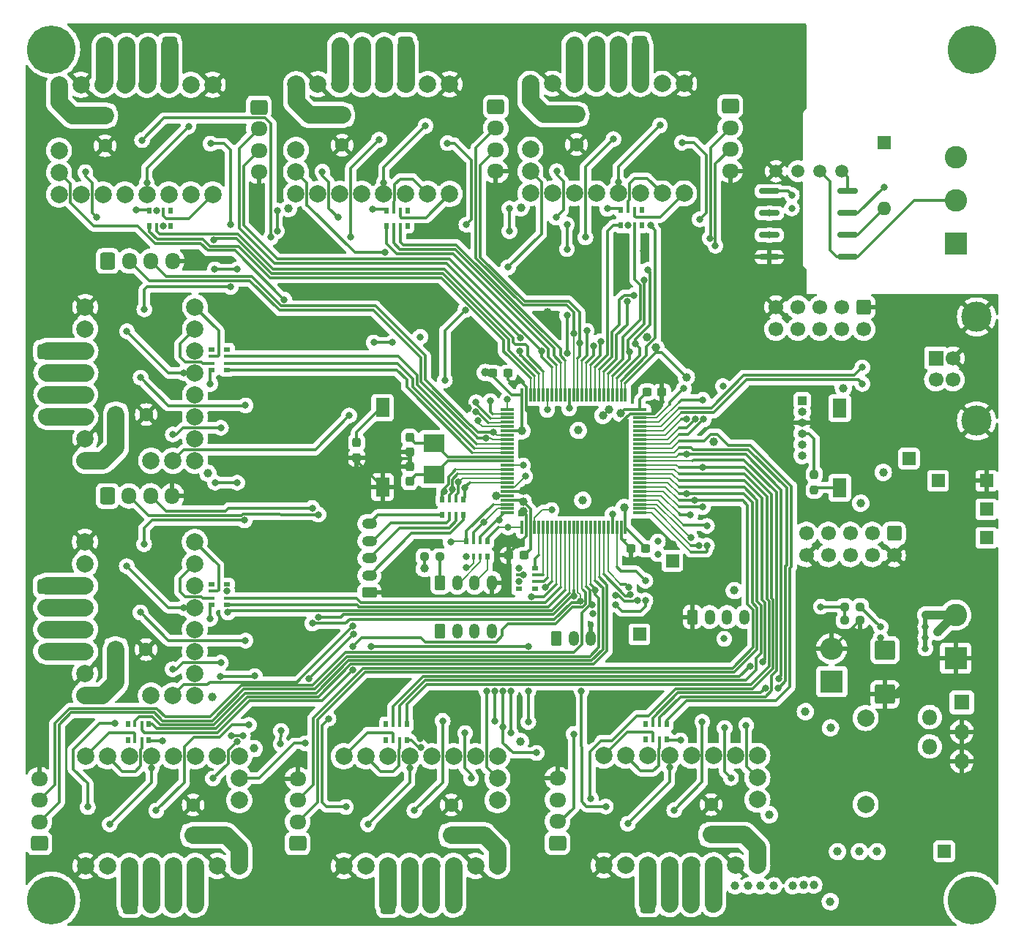
<source format=gbr>
%TF.GenerationSoftware,KiCad,Pcbnew,6.0.5*%
%TF.CreationDate,2022-11-27T13:32:36+03:00*%
%TF.ProjectId,multistepper,6d756c74-6973-4746-9570-7065722e6b69,rev?*%
%TF.SameCoordinates,Original*%
%TF.FileFunction,Copper,L1,Top*%
%TF.FilePolarity,Positive*%
%FSLAX46Y46*%
G04 Gerber Fmt 4.6, Leading zero omitted, Abs format (unit mm)*
G04 Created by KiCad (PCBNEW 6.0.5) date 2022-11-27 13:32:36*
%MOMM*%
%LPD*%
G01*
G04 APERTURE LIST*
G04 Aperture macros list*
%AMRoundRect*
0 Rectangle with rounded corners*
0 $1 Rounding radius*
0 $2 $3 $4 $5 $6 $7 $8 $9 X,Y pos of 4 corners*
0 Add a 4 corners polygon primitive as box body*
4,1,4,$2,$3,$4,$5,$6,$7,$8,$9,$2,$3,0*
0 Add four circle primitives for the rounded corners*
1,1,$1+$1,$2,$3*
1,1,$1+$1,$4,$5*
1,1,$1+$1,$6,$7*
1,1,$1+$1,$8,$9*
0 Add four rect primitives between the rounded corners*
20,1,$1+$1,$2,$3,$4,$5,0*
20,1,$1+$1,$4,$5,$6,$7,0*
20,1,$1+$1,$6,$7,$8,$9,0*
20,1,$1+$1,$8,$9,$2,$3,0*%
G04 Aperture macros list end*
%TA.AperFunction,ComponentPad*%
%ADD10O,1.700000X1.950000*%
%TD*%
%TA.AperFunction,ComponentPad*%
%ADD11RoundRect,0.250000X0.600000X0.725000X-0.600000X0.725000X-0.600000X-0.725000X0.600000X-0.725000X0*%
%TD*%
%TA.AperFunction,ComponentPad*%
%ADD12R,1.500000X1.500000*%
%TD*%
%TA.AperFunction,ComponentPad*%
%ADD13C,5.600000*%
%TD*%
%TA.AperFunction,SMDPad,CuDef*%
%ADD14RoundRect,0.237500X-0.300000X-0.237500X0.300000X-0.237500X0.300000X0.237500X-0.300000X0.237500X0*%
%TD*%
%TA.AperFunction,ComponentPad*%
%ADD15O,1.950000X1.700000*%
%TD*%
%TA.AperFunction,ComponentPad*%
%ADD16RoundRect,0.250000X-0.725000X0.600000X-0.725000X-0.600000X0.725000X-0.600000X0.725000X0.600000X0*%
%TD*%
%TA.AperFunction,ComponentPad*%
%ADD17O,1.750000X1.200000*%
%TD*%
%TA.AperFunction,ComponentPad*%
%ADD18RoundRect,0.250000X0.625000X-0.350000X0.625000X0.350000X-0.625000X0.350000X-0.625000X-0.350000X0*%
%TD*%
%TA.AperFunction,ComponentPad*%
%ADD19C,1.700000*%
%TD*%
%TA.AperFunction,ComponentPad*%
%ADD20RoundRect,0.250000X-0.600000X0.600000X-0.600000X-0.600000X0.600000X-0.600000X0.600000X0.600000X0*%
%TD*%
%TA.AperFunction,SMDPad,CuDef*%
%ADD21R,1.600000X2.180000*%
%TD*%
%TA.AperFunction,ComponentPad*%
%ADD22RoundRect,0.250000X0.725000X-0.600000X0.725000X0.600000X-0.725000X0.600000X-0.725000X-0.600000X0*%
%TD*%
%TA.AperFunction,ComponentPad*%
%ADD23R,1.600000X1.600000*%
%TD*%
%TA.AperFunction,ComponentPad*%
%ADD24O,1.600000X1.600000*%
%TD*%
%TA.AperFunction,ComponentPad*%
%ADD25C,1.600000*%
%TD*%
%TA.AperFunction,ComponentPad*%
%ADD26O,1.200000X1.750000*%
%TD*%
%TA.AperFunction,ComponentPad*%
%ADD27RoundRect,0.250000X-0.350000X-0.625000X0.350000X-0.625000X0.350000X0.625000X-0.350000X0.625000X0*%
%TD*%
%TA.AperFunction,ComponentPad*%
%ADD28RoundRect,0.250000X-0.600000X-0.725000X0.600000X-0.725000X0.600000X0.725000X-0.600000X0.725000X0*%
%TD*%
%TA.AperFunction,ComponentPad*%
%ADD29C,2.000000*%
%TD*%
%TA.AperFunction,SMDPad,CuDef*%
%ADD30R,0.500000X0.800000*%
%TD*%
%TA.AperFunction,SMDPad,CuDef*%
%ADD31R,0.400000X0.800000*%
%TD*%
%TA.AperFunction,SMDPad,CuDef*%
%ADD32R,0.800000X0.500000*%
%TD*%
%TA.AperFunction,SMDPad,CuDef*%
%ADD33R,0.800000X0.400000*%
%TD*%
%TA.AperFunction,ComponentPad*%
%ADD34C,2.600000*%
%TD*%
%TA.AperFunction,ComponentPad*%
%ADD35R,2.600000X2.600000*%
%TD*%
%TA.AperFunction,ComponentPad*%
%ADD36O,1.000000X1.000000*%
%TD*%
%TA.AperFunction,ComponentPad*%
%ADD37R,1.000000X1.000000*%
%TD*%
%TA.AperFunction,SMDPad,CuDef*%
%ADD38RoundRect,0.075000X-0.075000X-0.725000X0.075000X-0.725000X0.075000X0.725000X-0.075000X0.725000X0*%
%TD*%
%TA.AperFunction,SMDPad,CuDef*%
%ADD39RoundRect,0.075000X-0.725000X-0.075000X0.725000X-0.075000X0.725000X0.075000X-0.725000X0.075000X0*%
%TD*%
%TA.AperFunction,SMDPad,CuDef*%
%ADD40RoundRect,0.237500X0.237500X-0.300000X0.237500X0.300000X-0.237500X0.300000X-0.237500X-0.300000X0*%
%TD*%
%TA.AperFunction,SMDPad,CuDef*%
%ADD41R,2.400000X2.000000*%
%TD*%
%TA.AperFunction,SMDPad,CuDef*%
%ADD42RoundRect,0.237500X0.237500X-0.250000X0.237500X0.250000X-0.237500X0.250000X-0.237500X-0.250000X0*%
%TD*%
%TA.AperFunction,SMDPad,CuDef*%
%ADD43RoundRect,0.237500X-0.237500X0.300000X-0.237500X-0.300000X0.237500X-0.300000X0.237500X0.300000X0*%
%TD*%
%TA.AperFunction,ComponentPad*%
%ADD44C,1.500000*%
%TD*%
%TA.AperFunction,ComponentPad*%
%ADD45O,2.600000X2.600000*%
%TD*%
%TA.AperFunction,SMDPad,CuDef*%
%ADD46RoundRect,0.162500X-1.012500X-0.162500X1.012500X-0.162500X1.012500X0.162500X-1.012500X0.162500X0*%
%TD*%
%TA.AperFunction,ComponentPad*%
%ADD47O,1.800000X1.800000*%
%TD*%
%TA.AperFunction,ComponentPad*%
%ADD48R,1.800000X1.800000*%
%TD*%
%TA.AperFunction,SMDPad,CuDef*%
%ADD49RoundRect,0.237500X0.300000X0.237500X-0.300000X0.237500X-0.300000X-0.237500X0.300000X-0.237500X0*%
%TD*%
%TA.AperFunction,SMDPad,CuDef*%
%ADD50RoundRect,0.237500X0.250000X0.237500X-0.250000X0.237500X-0.250000X-0.237500X0.250000X-0.237500X0*%
%TD*%
%TA.AperFunction,SMDPad,CuDef*%
%ADD51RoundRect,0.237500X-0.250000X-0.237500X0.250000X-0.237500X0.250000X0.237500X-0.250000X0.237500X0*%
%TD*%
%TA.AperFunction,SMDPad,CuDef*%
%ADD52RoundRect,0.250000X-0.925000X0.875000X-0.925000X-0.875000X0.925000X-0.875000X0.925000X0.875000X0*%
%TD*%
%TA.AperFunction,ComponentPad*%
%ADD53C,3.500000*%
%TD*%
%TA.AperFunction,ComponentPad*%
%ADD54R,1.700000X1.700000*%
%TD*%
%TA.AperFunction,ViaPad*%
%ADD55C,0.800000*%
%TD*%
%TA.AperFunction,ViaPad*%
%ADD56C,1.000000*%
%TD*%
%TA.AperFunction,Conductor*%
%ADD57C,0.300000*%
%TD*%
%TA.AperFunction,Conductor*%
%ADD58C,0.200000*%
%TD*%
%TA.AperFunction,Conductor*%
%ADD59C,2.000000*%
%TD*%
%TA.AperFunction,Conductor*%
%ADD60C,1.000000*%
%TD*%
%TA.AperFunction,Conductor*%
%ADD61C,0.500000*%
%TD*%
G04 APERTURE END LIST*
D10*
%TO.P,J15,4,Pin_4*%
%TO.N,Net-(J15-Pad4)*%
X65144000Y-41563654D03*
%TO.P,J15,3,Pin_3*%
%TO.N,Net-(J15-Pad3)*%
X67644000Y-41563654D03*
%TO.P,J15,2,Pin_2*%
%TO.N,Net-(J15-Pad2)*%
X70144000Y-41563654D03*
D11*
%TO.P,J15,1,Pin_1*%
%TO.N,Net-(J15-Pad1)*%
X72644000Y-41563654D03*
%TD*%
D12*
%TO.P,TP8,1,1*%
%TO.N,Vio*%
X162255200Y-134823200D03*
%TD*%
D13*
%TO.P,H4,1*%
%TO.N,N/C*%
X165500000Y-140500000D03*
%TD*%
%TO.P,H3,1*%
%TO.N,N/C*%
X59000000Y-140500000D03*
%TD*%
%TO.P,H2,1*%
%TO.N,N/C*%
X165500000Y-42000000D03*
%TD*%
%TO.P,H1,1*%
%TO.N,N/C*%
X59000000Y-42000000D03*
%TD*%
D14*
%TO.P,C9,2*%
%TO.N,GND*%
X111760000Y-79502000D03*
%TO.P,C9,1*%
%TO.N,MCU3v3*%
X110035000Y-79502000D03*
%TD*%
D11*
%TO.P,J17,1,Pin_1*%
%TO.N,Net-(J17-Pad1)*%
X99921075Y-41501827D03*
D10*
%TO.P,J17,2,Pin_2*%
%TO.N,Net-(J17-Pad2)*%
X97421075Y-41501827D03*
%TO.P,J17,3,Pin_3*%
%TO.N,Net-(J17-Pad3)*%
X94921075Y-41501827D03*
%TO.P,J17,4,Pin_4*%
%TO.N,Net-(J17-Pad4)*%
X92421075Y-41501827D03*
%TD*%
D15*
%TO.P,J12,4,Pin_4*%
%TO.N,Net-(J12-Pad4)*%
X58374000Y-84474000D03*
%TO.P,J12,3,Pin_3*%
%TO.N,Net-(J12-Pad3)*%
X58374000Y-81974000D03*
%TO.P,J12,2,Pin_2*%
%TO.N,Net-(J12-Pad2)*%
X58374000Y-79474000D03*
D16*
%TO.P,J12,1,Pin_1*%
%TO.N,Net-(J12-Pad1)*%
X58374000Y-76974000D03*
%TD*%
D17*
%TO.P,J6,5,Pin_5*%
%TO.N,Net-(J6-Pad5)*%
X95758000Y-96902000D03*
%TO.P,J6,4,Pin_4*%
%TO.N,Net-(J6-Pad4)*%
X95758000Y-98902000D03*
%TO.P,J6,3,Pin_3*%
%TO.N,Net-(J6-Pad3)*%
X95758000Y-100902000D03*
%TO.P,J6,2,Pin_2*%
%TO.N,Net-(J6-Pad2)*%
X95758000Y-102902000D03*
D18*
%TO.P,J6,1,Pin_1*%
%TO.N,GND*%
X95758000Y-104902000D03*
%TD*%
D19*
%TO.P,J2,10,Pin_10*%
%TO.N,Net-(J2-Pad10)*%
X142798800Y-74380700D03*
%TO.P,J2,9,Pin_9*%
%TO.N,GND*%
X142798800Y-71840700D03*
%TO.P,J2,8,Pin_8*%
%TO.N,Net-(J2-Pad8)*%
X145338800Y-74380700D03*
%TO.P,J2,7,Pin_7*%
%TO.N,Net-(J2-Pad7)*%
X145338800Y-71840700D03*
%TO.P,J2,6,Pin_6*%
%TO.N,Net-(J2-Pad6)*%
X147878800Y-74380700D03*
%TO.P,J2,5,Pin_5*%
%TO.N,Net-(J2-Pad5)*%
X147878800Y-71840700D03*
%TO.P,J2,4,Pin_4*%
%TO.N,Net-(J2-Pad4)*%
X150418800Y-74380700D03*
%TO.P,J2,3,Pin_3*%
%TO.N,Net-(J2-Pad3)*%
X150418800Y-71840700D03*
%TO.P,J2,2,Pin_2*%
%TO.N,Net-(J2-Pad2)*%
X152958800Y-74380700D03*
D20*
%TO.P,J2,1,Pin_1*%
%TO.N,GND*%
X152958800Y-71840700D03*
%TD*%
D21*
%TO.P,SW2,2,2*%
%TO.N,MCU3v3*%
X150164800Y-92728000D03*
%TO.P,SW2,1,1*%
%TO.N,/MCU base/BOOT0*%
X150164800Y-83548000D03*
%TD*%
D15*
%TO.P,J22,4,Pin_4*%
%TO.N,GND*%
X87466000Y-126434000D03*
%TO.P,J22,3,Pin_3*%
%TO.N,M5_L1*%
X87466000Y-128934000D03*
%TO.P,J22,2,Pin_2*%
%TO.N,M5_L0*%
X87466000Y-131434000D03*
D22*
%TO.P,J22,1,Pin_1*%
%TO.N,Net-(J22-Pad1)*%
X87466000Y-133934000D03*
%TD*%
D12*
%TO.P,TP7,1,1*%
%TO.N,+5V*%
X161544000Y-91948000D03*
%TD*%
D23*
%TO.P,SW3,1*%
%TO.N,Net-(R18-Pad1)*%
X155295600Y-52832000D03*
D24*
%TO.P,SW3,2*%
%TO.N,/CANL*%
X155295600Y-60452000D03*
%TD*%
D25*
%TO.P,C24,2*%
%TO.N,GND*%
X105246000Y-129478000D03*
D23*
%TO.P,C24,1*%
%TO.N,/Motors/Vm*%
X105246000Y-132978000D03*
%TD*%
D26*
%TO.P,J5,4,Pin_4*%
%TO.N,GND*%
X109934000Y-103733600D03*
%TO.P,J5,3,Pin_3*%
%TO.N,ADC3*%
X107934000Y-103733600D03*
%TO.P,J5,2,Pin_2*%
%TO.N,ADC2*%
X105934000Y-103733600D03*
D27*
%TO.P,J5,1,Pin_1*%
%TO.N,Net-(J4-Pad1)*%
X103934000Y-103733600D03*
%TD*%
D28*
%TO.P,J11,1,Pin_1*%
%TO.N,Net-(J11-Pad1)*%
X65500000Y-66500000D03*
D10*
%TO.P,J11,2,Pin_2*%
%TO.N,M0_L0*%
X68000000Y-66500000D03*
%TO.P,J11,3,Pin_3*%
%TO.N,M0_L1*%
X70500000Y-66500000D03*
%TO.P,J11,4,Pin_4*%
%TO.N,GND*%
X73000000Y-66500000D03*
%TD*%
D29*
%TO.P,XX5,1,~{EN}*%
%TO.N,/Motors/stepper_M5/~{ENx}*%
X140640000Y-123774000D03*
%TO.P,XX5,2,MS1*%
%TO.N,/Motors/stepper_M5/MS1*%
X138100000Y-123774000D03*
%TO.P,XX5,3,MS2*%
%TO.N,/Motors/stepper_M5/MS2*%
X135560000Y-123774000D03*
%TO.P,XX5,4,SPREAD*%
%TO.N,/Motors/stepper_M5/SPR*%
X133020000Y-123774000D03*
%TO.P,XX5,5,PDN_UART*%
%TO.N,/Motors/stepper_M5/U*%
X130480000Y-123774000D03*
%TO.P,XX5,6,CLK*%
%TO.N,/Motors/stepper_M5/CLK*%
X127940000Y-123774000D03*
%TO.P,XX5,7,STEP*%
%TO.N,/Motors/stepper_M5/STEPx*%
X125400000Y-123774000D03*
%TO.P,XX5,8,DIR*%
%TO.N,/Motors/stepper_M5/DIRx*%
X122860000Y-123774000D03*
%TO.P,XX5,9,GND*%
%TO.N,GND*%
X122860000Y-136474000D03*
%TO.P,XX5,10,VIO*%
%TO.N,Vio*%
X125400000Y-136474000D03*
%TO.P,XX5,11,M1B*%
%TO.N,Net-(J21-Pad1)*%
X127940000Y-136474000D03*
%TO.P,XX5,12,M1A*%
%TO.N,Net-(J21-Pad2)*%
X130480000Y-136474000D03*
%TO.P,XX5,13,M2A*%
%TO.N,Net-(J21-Pad3)*%
X133020000Y-136474000D03*
%TO.P,XX5,14,M2B*%
%TO.N,Net-(J21-Pad4)*%
X135560000Y-136474000D03*
%TO.P,XX5,15,GND*%
%TO.N,GND*%
X138100000Y-136474000D03*
%TO.P,XX5,16,Vmot*%
%TO.N,/Motors/Vm*%
X140640000Y-136474000D03*
%TO.P,XX5,17,DIAG*%
%TO.N,/Motors/DIAG4*%
X140640000Y-126314000D03*
%TO.P,XX5,18,INDEX*%
%TO.N,unconnected-(XX5-Pad18)*%
X140640000Y-128854000D03*
%TD*%
D30*
%TO.P,RN11,1,R1.1*%
%TO.N,unconnected-(RN11-Pad1)*%
X127270450Y-60560000D03*
D31*
%TO.P,RN11,2,R2.1*%
%TO.N,/Motors/stepper_M4/DIRx*%
X126470450Y-60560000D03*
%TO.P,RN11,3,R3.1*%
%TO.N,/Motors/stepper_M4/STEPx*%
X125670450Y-60560000D03*
D30*
%TO.P,RN11,4,R4.1*%
%TO.N,/Motors/stepper_M4/~{ENx}*%
X124870450Y-60560000D03*
%TO.P,RN11,5,R4.2*%
%TO.N,M3_EN*%
X124870450Y-62360000D03*
D31*
%TO.P,RN11,6,R3.2*%
%TO.N,M3_STEP*%
X125670450Y-62360000D03*
%TO.P,RN11,7,R2.2*%
%TO.N,M3_DIR*%
X126470450Y-62360000D03*
D30*
%TO.P,RN11,8,R1.2*%
%TO.N,unconnected-(RN11-Pad8)*%
X127270450Y-62360000D03*
%TD*%
D26*
%TO.P,J13,3,Pin_3*%
%TO.N,GND*%
X121380000Y-110194000D03*
%TO.P,J13,2,Pin_2*%
%TO.N,Net-(J13-Pad2)*%
X119380000Y-110194000D03*
D27*
%TO.P,J13,1,Pin_1*%
%TO.N,Net-(J13-Pad1)*%
X117380000Y-110194000D03*
%TD*%
D29*
%TO.P,XX8,1,~{EN}*%
%TO.N,/Motors/stepper_M8/~{ENx}*%
X75572000Y-116801600D03*
%TO.P,XX8,2,MS1*%
%TO.N,/Motors/stepper_M8/MS1*%
X75572000Y-114261600D03*
%TO.P,XX8,3,MS2*%
%TO.N,/Motors/stepper_M8/MS2*%
X75572000Y-111721600D03*
%TO.P,XX8,4,SPREAD*%
%TO.N,/Motors/stepper_M8/SPR*%
X75572000Y-109181600D03*
%TO.P,XX8,5,PDN_UART*%
%TO.N,/Motors/stepper_M8/U*%
X75572000Y-106641600D03*
%TO.P,XX8,6,CLK*%
%TO.N,/Motors/stepper_M8/CLK*%
X75572000Y-104101600D03*
%TO.P,XX8,7,STEP*%
%TO.N,/Motors/stepper_M8/STEPx*%
X75572000Y-101561600D03*
%TO.P,XX8,8,DIR*%
%TO.N,/Motors/stepper_M8/DIRx*%
X75572000Y-99021600D03*
%TO.P,XX8,9,GND*%
%TO.N,GND*%
X62872000Y-99021600D03*
%TO.P,XX8,10,VIO*%
%TO.N,Vio*%
X62872000Y-101561600D03*
%TO.P,XX8,11,M1B*%
%TO.N,Net-(J27-Pad1)*%
X62872000Y-104101600D03*
%TO.P,XX8,12,M1A*%
%TO.N,Net-(J27-Pad2)*%
X62872000Y-106641600D03*
%TO.P,XX8,13,M2A*%
%TO.N,Net-(J27-Pad3)*%
X62872000Y-109181600D03*
%TO.P,XX8,14,M2B*%
%TO.N,Net-(J27-Pad4)*%
X62872000Y-111721600D03*
%TO.P,XX8,15,GND*%
%TO.N,GND*%
X62872000Y-114261600D03*
%TO.P,XX8,16,Vmot*%
%TO.N,/Motors/Vm*%
X62872000Y-116801600D03*
%TO.P,XX8,17,DIAG*%
%TO.N,/Motors/DIAG7*%
X73032000Y-116801600D03*
%TO.P,XX8,18,INDEX*%
%TO.N,unconnected-(XX8-Pad18)*%
X70492000Y-116801600D03*
%TD*%
%TO.P,XX3,18,INDEX*%
%TO.N,unconnected-(XX3-Pad18)*%
X87281075Y-53647827D03*
%TO.P,XX3,17,DIAG*%
%TO.N,/Motors/DIAG2*%
X87281075Y-56187827D03*
%TO.P,XX3,16,Vmot*%
%TO.N,/Motors/Vm*%
X87281075Y-46027827D03*
%TO.P,XX3,15,GND*%
%TO.N,GND*%
X89821075Y-46027827D03*
%TO.P,XX3,14,M2B*%
%TO.N,Net-(J17-Pad4)*%
X92361075Y-46027827D03*
%TO.P,XX3,13,M2A*%
%TO.N,Net-(J17-Pad3)*%
X94901075Y-46027827D03*
%TO.P,XX3,12,M1A*%
%TO.N,Net-(J17-Pad2)*%
X97441075Y-46027827D03*
%TO.P,XX3,11,M1B*%
%TO.N,Net-(J17-Pad1)*%
X99981075Y-46027827D03*
%TO.P,XX3,10,VIO*%
%TO.N,Vio*%
X102521075Y-46027827D03*
%TO.P,XX3,9,GND*%
%TO.N,GND*%
X105061075Y-46027827D03*
%TO.P,XX3,8,DIR*%
%TO.N,/Motors/stepper_M3/DIRx*%
X105061075Y-58727827D03*
%TO.P,XX3,7,STEP*%
%TO.N,/Motors/stepper_M3/STEPx*%
X102521075Y-58727827D03*
%TO.P,XX3,6,CLK*%
%TO.N,/Motors/stepper_M3/CLK*%
X99981075Y-58727827D03*
%TO.P,XX3,5,PDN_UART*%
%TO.N,/Motors/stepper_M3/U*%
X97441075Y-58727827D03*
%TO.P,XX3,4,SPREAD*%
%TO.N,/Motors/stepper_M3/SPR*%
X94901075Y-58727827D03*
%TO.P,XX3,3,MS2*%
%TO.N,/Motors/stepper_M3/MS2*%
X92361075Y-58727827D03*
%TO.P,XX3,2,MS1*%
%TO.N,/Motors/stepper_M3/MS1*%
X89821075Y-58727827D03*
%TO.P,XX3,1,~{EN}*%
%TO.N,/Motors/stepper_M3/~{ENx}*%
X87281075Y-58727827D03*
%TD*%
D32*
%TO.P,RN7,1,R1.1*%
%TO.N,/Motors/SCK*%
X113095200Y-102025600D03*
D33*
%TO.P,RN7,2,R2.1*%
%TO.N,/Motors/MISO*%
X113095200Y-102825600D03*
%TO.P,RN7,3,R3.1*%
%TO.N,/Motors/MOSI*%
X113095200Y-103625600D03*
D32*
%TO.P,RN7,4,R4.1*%
%TO.N,unconnected-(RN7-Pad4)*%
X113095200Y-104425600D03*
%TO.P,RN7,5,R4.2*%
%TO.N,unconnected-(RN7-Pad5)*%
X114895200Y-104425600D03*
D33*
%TO.P,RN7,6,R3.2*%
%TO.N,TMC_MOSI*%
X114895200Y-103625600D03*
%TO.P,RN7,7,R2.2*%
%TO.N,TMC_MISO*%
X114895200Y-102825600D03*
D32*
%TO.P,RN7,8,R1.2*%
%TO.N,TMC_SCK*%
X114895200Y-102025600D03*
%TD*%
D34*
%TO.P,J10,2,Pin_2*%
%TO.N,Net-(J10-Pad2)*%
X163576000Y-107482000D03*
D35*
%TO.P,J10,1,Pin_1*%
%TO.N,GND*%
X163576000Y-112482000D03*
%TD*%
D19*
%TO.P,J3,10,Pin_10*%
%TO.N,GND*%
X146304000Y-100584000D03*
%TO.P,J3,9,Pin_9*%
%TO.N,Net-(J3-Pad9)*%
X146304000Y-98044000D03*
%TO.P,J3,8,Pin_8*%
%TO.N,Net-(J3-Pad8)*%
X148844000Y-100584000D03*
%TO.P,J3,7,Pin_7*%
%TO.N,Net-(J3-Pad7)*%
X148844000Y-98044000D03*
%TO.P,J3,6,Pin_6*%
%TO.N,Net-(J3-Pad6)*%
X151384000Y-100584000D03*
%TO.P,J3,5,Pin_5*%
%TO.N,Net-(J3-Pad5)*%
X151384000Y-98044000D03*
%TO.P,J3,4,Pin_4*%
%TO.N,Net-(J3-Pad4)*%
X153924000Y-100584000D03*
%TO.P,J3,3,Pin_3*%
%TO.N,Net-(J3-Pad3)*%
X153924000Y-98044000D03*
%TO.P,J3,2,Pin_2*%
%TO.N,GND*%
X156464000Y-100584000D03*
D20*
%TO.P,J3,1,Pin_1*%
%TO.N,Net-(J3-Pad1)*%
X156464000Y-98044000D03*
%TD*%
D12*
%TO.P,TP3,1,1*%
%TO.N,GND*%
X167132000Y-91948000D03*
%TD*%
D36*
%TO.P,J1,6,Pin_6*%
%TO.N,/MCU base/NRST*%
X145821000Y-89027000D03*
%TO.P,J1,5,Pin_5*%
%TO.N,/MCU base/BOOT0*%
X145821000Y-87757000D03*
%TO.P,J1,4,Pin_4*%
%TO.N,Net-(J1-Pad4)*%
X145821000Y-86487000D03*
%TO.P,J1,3,Pin_3*%
%TO.N,GND*%
X145821000Y-85217000D03*
%TO.P,J1,2,Pin_2*%
%TO.N,/MCU base/SWDIO*%
X145821000Y-83947000D03*
D37*
%TO.P,J1,1,Pin_1*%
%TO.N,/MCU base/SWCLK*%
X145821000Y-82677000D03*
%TD*%
D22*
%TO.P,J24,1,Pin_1*%
%TO.N,Net-(J24-Pad1)*%
X57604925Y-133934000D03*
D15*
%TO.P,J24,2,Pin_2*%
%TO.N,M6_L0*%
X57604925Y-131434000D03*
%TO.P,J24,3,Pin_3*%
%TO.N,M6_L1*%
X57604925Y-128934000D03*
%TO.P,J24,4,Pin_4*%
%TO.N,GND*%
X57604925Y-126434000D03*
%TD*%
D38*
%TO.P,U1,100,VDD*%
%TO.N,MCU3v3*%
X113380000Y-81987000D03*
%TO.P,U1,99,VSS*%
%TO.N,GND*%
X113880000Y-81987000D03*
%TO.P,U1,98,PE1*%
%TO.N,M1_EN*%
X114380000Y-81987000D03*
%TO.P,U1,97,PE0*%
%TO.N,M1_DIR*%
X114880000Y-81987000D03*
%TO.P,U1,96,PB9*%
%TO.N,M1_L0*%
X115380000Y-81987000D03*
%TO.P,U1,95,PB8*%
%TO.N,M1_STEP*%
X115880000Y-81987000D03*
%TO.P,U1,94,BOOT0*%
%TO.N,/MCU base/BOOT0*%
X116380000Y-81987000D03*
%TO.P,U1,93,PB7*%
%TO.N,M1_L1*%
X116880000Y-81987000D03*
%TO.P,U1,92,PB6*%
%TO.N,M2_EN*%
X117380000Y-81987000D03*
%TO.P,U1,91,PB5*%
%TO.N,M2_STEP*%
X117880000Y-81987000D03*
%TO.P,U1,90,PB4*%
%TO.N,M2_DIR*%
X118380000Y-81987000D03*
%TO.P,U1,89,PB3*%
%TO.N,USART2_TX*%
X118880000Y-81987000D03*
%TO.P,U1,88,PD7*%
%TO.N,M2_L0*%
X119380000Y-81987000D03*
%TO.P,U1,87,PD6*%
%TO.N,M2_L1*%
X119880000Y-81987000D03*
%TO.P,U1,86,PD5*%
%TO.N,/MCU base/BTN6*%
X120380000Y-81987000D03*
%TO.P,U1,85,PD4*%
%TO.N,/MCU base/BTN5*%
X120880000Y-81987000D03*
%TO.P,U1,84,PD3*%
%TO.N,/MCU base/BTN4*%
X121380000Y-81987000D03*
%TO.P,U1,83,PD2*%
%TO.N,M3_EN*%
X121880000Y-81987000D03*
%TO.P,U1,82,PD1*%
%TO.N,CAN_TX*%
X122380000Y-81987000D03*
%TO.P,U1,81,PD0*%
%TO.N,CAN_RX*%
X122880000Y-81987000D03*
%TO.P,U1,80,PC12*%
%TO.N,M3_DIR*%
X123380000Y-81987000D03*
%TO.P,U1,79,PC11*%
%TO.N,M3_L1*%
X123880000Y-81987000D03*
%TO.P,U1,78,PC10*%
%TO.N,M3_L0*%
X124380000Y-81987000D03*
%TO.P,U1,77,PA15*%
%TO.N,M3_STEP*%
X124880000Y-81987000D03*
%TO.P,U1,76,PA14*%
%TO.N,/MCU base/SWCLK*%
X125380000Y-81987000D03*
D39*
%TO.P,U1,75,VDD*%
%TO.N,MCU3v3*%
X127055000Y-83662000D03*
%TO.P,U1,74,VSS*%
%TO.N,GND*%
X127055000Y-84162000D03*
%TO.P,U1,73,PF6*%
%TO.N,/MCU base/BTN3_SCL*%
X127055000Y-84662000D03*
%TO.P,U1,72,PA13*%
%TO.N,/MCU base/SWDIO*%
X127055000Y-85162000D03*
%TO.P,U1,71,PA12*%
%TO.N,USB_DP*%
X127055000Y-85662000D03*
%TO.P,U1,70,PA11*%
%TO.N,USB_DM*%
X127055000Y-86162000D03*
%TO.P,U1,69,PA10*%
%TO.N,/MCU base/BTN2_SDA*%
X127055000Y-86662000D03*
%TO.P,U1,68,PA9*%
%TO.N,/MCU base/BTN1*%
X127055000Y-87162000D03*
%TO.P,U1,67,PA8*%
%TO.N,/MCU base/BTN0*%
X127055000Y-87662000D03*
%TO.P,U1,66,PC9*%
%TO.N,M4_EN*%
X127055000Y-88162000D03*
%TO.P,U1,65,PC8*%
%TO.N,M4_DIR*%
X127055000Y-88662000D03*
%TO.P,U1,64,PC7*%
%TO.N,M4_L0*%
X127055000Y-89162000D03*
%TO.P,U1,63,PC6*%
%TO.N,M4_STEP*%
X127055000Y-89662000D03*
%TO.P,U1,62,PD15*%
%TO.N,M4_L1*%
X127055000Y-90162000D03*
%TO.P,U1,61,PD14*%
%TO.N,M5_EN*%
X127055000Y-90662000D03*
%TO.P,U1,60,PD13*%
%TO.N,M5_DIR*%
X127055000Y-91162000D03*
%TO.P,U1,59,PD12*%
%TO.N,M5_STEP*%
X127055000Y-91662000D03*
%TO.P,U1,58,PD11*%
%TO.N,M5_L0*%
X127055000Y-92162000D03*
%TO.P,U1,57,PD10*%
%TO.N,M5_L1*%
X127055000Y-92662000D03*
%TO.P,U1,56,PD9*%
%TO.N,/MCU base/SCRN_CS*%
X127055000Y-93162000D03*
%TO.P,U1,55,PD8*%
%TO.N,/MCU base/SCRN_RST*%
X127055000Y-93662000D03*
%TO.P,U1,54,PB15*%
%TO.N,/MCU base/SCRN_MOSI*%
X127055000Y-94162000D03*
%TO.P,U1,53,PB14*%
%TO.N,/MCU base/SCRN_MISO*%
X127055000Y-94662000D03*
%TO.P,U1,52,PB13*%
%TO.N,/MCU base/SCRN_SCK*%
X127055000Y-95162000D03*
%TO.P,U1,51,PB12*%
%TO.N,/MCU base/SCRN_DCRS*%
X127055000Y-95662000D03*
D38*
%TO.P,U1,50,VDD*%
%TO.N,MCU3v3*%
X125380000Y-97337000D03*
%TO.P,U1,49,VSS*%
%TO.N,GND*%
X124880000Y-97337000D03*
%TO.P,U1,48,PB11*%
%TO.N,/MCU base/OUT0*%
X124380000Y-97337000D03*
%TO.P,U1,47,PB10*%
%TO.N,USART3_TX*%
X123880000Y-97337000D03*
%TO.P,U1,46,PE15*%
%TO.N,/MCU base/OUT1*%
X123380000Y-97337000D03*
%TO.P,U1,45,PE14*%
%TO.N,/MCU base/OUT2*%
X122880000Y-97337000D03*
%TO.P,U1,44,PE13*%
%TO.N,M6_EN*%
X122380000Y-97337000D03*
%TO.P,U1,43,PE12*%
%TO.N,M6_DIR*%
X121880000Y-97337000D03*
%TO.P,U1,42,PE11*%
%TO.N,M6_L0*%
X121380000Y-97337000D03*
%TO.P,U1,41,PE10*%
%TO.N,M6_L1*%
X120880000Y-97337000D03*
%TO.P,U1,40,PE9*%
%TO.N,M6_STEP*%
X120380000Y-97337000D03*
%TO.P,U1,39,PE8*%
%TO.N,M7_L1*%
X119880000Y-97337000D03*
%TO.P,U1,38,PE7*%
%TO.N,M7_L0*%
X119380000Y-97337000D03*
%TO.P,U1,37,PB2*%
%TO.N,M7_DIR*%
X118880000Y-97337000D03*
%TO.P,U1,36,PB1*%
%TO.N,M7_EN*%
X118380000Y-97337000D03*
%TO.P,U1,35,PB0*%
%TO.N,M7_STEP*%
X117880000Y-97337000D03*
%TO.P,U1,34,PC5*%
%TO.N,/MCU base/USART1_RX*%
X117380000Y-97337000D03*
%TO.P,U1,33,PC4*%
%TO.N,/MCU base/USART1_TX*%
X116880000Y-97337000D03*
%TO.P,U1,32,PA7*%
%TO.N,TMC_MOSI*%
X116380000Y-97337000D03*
%TO.P,U1,31,PA6*%
%TO.N,TMC_MISO*%
X115880000Y-97337000D03*
%TO.P,U1,30,PA5*%
%TO.N,TMC_SCK*%
X115380000Y-97337000D03*
%TO.P,U1,29,PA4*%
%TO.N,/MCU base/A4*%
X114880000Y-97337000D03*
%TO.P,U1,28,VDD*%
%TO.N,MCU3v3*%
X114380000Y-97337000D03*
%TO.P,U1,27,VSS*%
%TO.N,GND*%
X113880000Y-97337000D03*
%TO.P,U1,26,PA3*%
%TO.N,/MCU base/A3*%
X113380000Y-97337000D03*
D39*
%TO.P,U1,25,PA2*%
%TO.N,/MCU base/A2*%
X111705000Y-95662000D03*
%TO.P,U1,24,PA1*%
%TO.N,/MCU base/A1*%
X111705000Y-95162000D03*
%TO.P,U1,23,PA0*%
%TO.N,/MCU base/A0*%
X111705000Y-94662000D03*
%TO.P,U1,22,VDDA*%
%TO.N,MCU3v3*%
X111705000Y-94162000D03*
%TO.P,U1,21,VREF+*%
%TO.N,+3.3VADC*%
X111705000Y-93662000D03*
%TO.P,U1,20,VSSA*%
%TO.N,GND*%
X111705000Y-93162000D03*
%TO.P,U1,19,PF2*%
%TO.N,/MCU base/A5*%
X111705000Y-92662000D03*
%TO.P,U1,18,PC3*%
%TO.N,/MCU base/MOT_MUL_EN*%
X111705000Y-92162000D03*
%TO.P,U1,17,PC2*%
%TO.N,/MCU base/MOT_MUL2*%
X111705000Y-91662000D03*
%TO.P,U1,16,PC1*%
%TO.N,/MCU base/MOT_MUL1*%
X111705000Y-91162000D03*
%TO.P,U1,15,PC0*%
%TO.N,/MCU base/MOT_MUL0*%
X111705000Y-90662000D03*
%TO.P,U1,14,NRST*%
%TO.N,/MCU base/NRST*%
X111705000Y-90162000D03*
%TO.P,U1,13,PF1*%
%TO.N,/MCU base/OSC_OUT*%
X111705000Y-89662000D03*
%TO.P,U1,12,PF0*%
%TO.N,/MCU base/OSC_IN*%
X111705000Y-89162000D03*
%TO.P,U1,11,PF10*%
%TO.N,M0_EN*%
X111705000Y-88662000D03*
%TO.P,U1,10,PF9*%
%TO.N,M0_STEP*%
X111705000Y-88162000D03*
%TO.P,U1,9,PC15*%
%TO.N,M0_DIR*%
X111705000Y-87662000D03*
%TO.P,U1,8,PC14*%
%TO.N,M0_L0*%
X111705000Y-87162000D03*
%TO.P,U1,7,PC13*%
%TO.N,M0_L1*%
X111705000Y-86662000D03*
%TO.P,U1,6,VBAT*%
%TO.N,MCU3v3*%
X111705000Y-86162000D03*
%TO.P,U1,5,PE6*%
%TO.N,MUL_EN*%
X111705000Y-85662000D03*
%TO.P,U1,4,PE5*%
%TO.N,MUL2*%
X111705000Y-85162000D03*
%TO.P,U1,3,PE4*%
%TO.N,MUL1*%
X111705000Y-84662000D03*
%TO.P,U1,2,PE3*%
%TO.N,MUL0*%
X111705000Y-84162000D03*
%TO.P,U1,1,PE2*%
%TO.N,/MCU base/Diagn*%
X111705000Y-83662000D03*
%TD*%
D23*
%TO.P,C23,1*%
%TO.N,/Motors/Vm*%
X135306000Y-132918000D03*
D25*
%TO.P,C23,2*%
%TO.N,GND*%
X135306000Y-129418000D03*
%TD*%
D40*
%TO.P,C4,2*%
%TO.N,GND*%
X100417350Y-90272700D03*
%TO.P,C4,1*%
%TO.N,/MCU base/OSC_OUT*%
X100417350Y-91997700D03*
%TD*%
D11*
%TO.P,J19,1,Pin_1*%
%TO.N,Net-(J19-Pad1)*%
X127026450Y-41440000D03*
D10*
%TO.P,J19,2,Pin_2*%
%TO.N,Net-(J19-Pad2)*%
X124526450Y-41440000D03*
%TO.P,J19,3,Pin_3*%
%TO.N,Net-(J19-Pad3)*%
X122026450Y-41440000D03*
%TO.P,J19,4,Pin_4*%
%TO.N,Net-(J19-Pad4)*%
X119526450Y-41440000D03*
%TD*%
D12*
%TO.P,TP2,1,1*%
%TO.N,Vdrive*%
X167132000Y-95250000D03*
%TD*%
D16*
%TO.P,J14,1,Pin_1*%
%TO.N,Net-(J14-Pad1)*%
X82974000Y-48689654D03*
D15*
%TO.P,J14,2,Pin_2*%
%TO.N,M1_L0*%
X82974000Y-51189654D03*
%TO.P,J14,3,Pin_3*%
%TO.N,M1_L1*%
X82974000Y-53689654D03*
%TO.P,J14,4,Pin_4*%
%TO.N,GND*%
X82974000Y-56189654D03*
%TD*%
D28*
%TO.P,J23,1,Pin_1*%
%TO.N,Net-(J23-Pad1)*%
X97940000Y-141060000D03*
D10*
%TO.P,J23,2,Pin_2*%
%TO.N,Net-(J23-Pad2)*%
X100440000Y-141060000D03*
%TO.P,J23,3,Pin_3*%
%TO.N,Net-(J23-Pad3)*%
X102940000Y-141060000D03*
%TO.P,J23,4,Pin_4*%
%TO.N,Net-(J23-Pad4)*%
X105440000Y-141060000D03*
%TD*%
D41*
%TO.P,Y1,1,1*%
%TO.N,/MCU base/OSC_IN*%
X103225600Y-87558000D03*
%TO.P,Y1,2,2*%
%TO.N,/MCU base/OSC_OUT*%
X103225600Y-91258000D03*
%TD*%
D10*
%TO.P,J25,4,Pin_4*%
%TO.N,Net-(J25-Pad4)*%
X75578925Y-141060000D03*
%TO.P,J25,3,Pin_3*%
%TO.N,Net-(J25-Pad3)*%
X73078925Y-141060000D03*
%TO.P,J25,2,Pin_2*%
%TO.N,Net-(J25-Pad2)*%
X70578925Y-141060000D03*
D28*
%TO.P,J25,1,Pin_1*%
%TO.N,Net-(J25-Pad1)*%
X68078925Y-141060000D03*
%TD*%
D29*
%TO.P,XX4,18,INDEX*%
%TO.N,unconnected-(XX4-Pad18)*%
X114386450Y-53586000D03*
%TO.P,XX4,17,DIAG*%
%TO.N,/Motors/DIAG3*%
X114386450Y-56126000D03*
%TO.P,XX4,16,Vmot*%
%TO.N,/Motors/Vm*%
X114386450Y-45966000D03*
%TO.P,XX4,15,GND*%
%TO.N,GND*%
X116926450Y-45966000D03*
%TO.P,XX4,14,M2B*%
%TO.N,Net-(J19-Pad4)*%
X119466450Y-45966000D03*
%TO.P,XX4,13,M2A*%
%TO.N,Net-(J19-Pad3)*%
X122006450Y-45966000D03*
%TO.P,XX4,12,M1A*%
%TO.N,Net-(J19-Pad2)*%
X124546450Y-45966000D03*
%TO.P,XX4,11,M1B*%
%TO.N,Net-(J19-Pad1)*%
X127086450Y-45966000D03*
%TO.P,XX4,10,VIO*%
%TO.N,Vio*%
X129626450Y-45966000D03*
%TO.P,XX4,9,GND*%
%TO.N,GND*%
X132166450Y-45966000D03*
%TO.P,XX4,8,DIR*%
%TO.N,/Motors/stepper_M4/DIRx*%
X132166450Y-58666000D03*
%TO.P,XX4,7,STEP*%
%TO.N,/Motors/stepper_M4/STEPx*%
X129626450Y-58666000D03*
%TO.P,XX4,6,CLK*%
%TO.N,/Motors/stepper_M4/CLK*%
X127086450Y-58666000D03*
%TO.P,XX4,5,PDN_UART*%
%TO.N,/Motors/stepper_M4/U*%
X124546450Y-58666000D03*
%TO.P,XX4,4,SPREAD*%
%TO.N,/Motors/stepper_M4/SPR*%
X122006450Y-58666000D03*
%TO.P,XX4,3,MS2*%
%TO.N,/Motors/stepper_M4/MS2*%
X119466450Y-58666000D03*
%TO.P,XX4,2,MS1*%
%TO.N,/Motors/stepper_M4/MS1*%
X116926450Y-58666000D03*
%TO.P,XX4,1,~{EN}*%
%TO.N,/Motors/stepper_M4/~{ENx}*%
X114386450Y-58666000D03*
%TD*%
D30*
%TO.P,RN6,1,R1.1*%
%TO.N,Net-(J6-Pad5)*%
X104210000Y-95896000D03*
D31*
%TO.P,RN6,2,R2.1*%
%TO.N,Net-(J6-Pad4)*%
X105010000Y-95896000D03*
%TO.P,RN6,3,R3.1*%
%TO.N,Net-(J6-Pad3)*%
X105810000Y-95896000D03*
D30*
%TO.P,RN6,4,R4.1*%
%TO.N,Net-(J6-Pad2)*%
X106610000Y-95896000D03*
%TO.P,RN6,5,R4.2*%
%TO.N,/MCU base/MOT_MUL_EN*%
X106610000Y-94096000D03*
D31*
%TO.P,RN6,6,R3.2*%
%TO.N,/MCU base/MOT_MUL2*%
X105810000Y-94096000D03*
%TO.P,RN6,7,R2.2*%
%TO.N,/MCU base/MOT_MUL1*%
X105010000Y-94096000D03*
D30*
%TO.P,RN6,8,R1.2*%
%TO.N,/MCU base/MOT_MUL0*%
X104210000Y-94096000D03*
%TD*%
D42*
%TO.P,R2,2*%
%TO.N,Net-(J1-Pad4)*%
X147218400Y-91187900D03*
%TO.P,R2,1*%
%TO.N,MCU3v3*%
X147218400Y-93012900D03*
%TD*%
D14*
%TO.P,C5,2*%
%TO.N,GND*%
X129614000Y-81661000D03*
%TO.P,C5,1*%
%TO.N,MCU3v3*%
X127889000Y-81661000D03*
%TD*%
D43*
%TO.P,C2,2*%
%TO.N,GND*%
X94284800Y-89253400D03*
%TO.P,C2,1*%
%TO.N,/MCU base/NRST*%
X94284800Y-87528400D03*
%TD*%
D10*
%TO.P,J21,4,Pin_4*%
%TO.N,Net-(J21-Pad4)*%
X135500000Y-141000000D03*
%TO.P,J21,3,Pin_3*%
%TO.N,Net-(J21-Pad3)*%
X133000000Y-141000000D03*
%TO.P,J21,2,Pin_2*%
%TO.N,Net-(J21-Pad2)*%
X130500000Y-141000000D03*
D28*
%TO.P,J21,1,Pin_1*%
%TO.N,Net-(J21-Pad1)*%
X128000000Y-141000000D03*
%TD*%
D25*
%TO.P,C21,2*%
%TO.N,GND*%
X92615075Y-53083827D03*
D23*
%TO.P,C21,1*%
%TO.N,/Motors/Vm*%
X92615075Y-49583827D03*
%TD*%
D30*
%TO.P,RN10,8,R1.2*%
%TO.N,unconnected-(RN10-Pad8)*%
X100165075Y-62421827D03*
D31*
%TO.P,RN10,7,R2.2*%
%TO.N,M2_DIR*%
X99365075Y-62421827D03*
%TO.P,RN10,6,R3.2*%
%TO.N,M2_STEP*%
X98565075Y-62421827D03*
D30*
%TO.P,RN10,5,R4.2*%
%TO.N,M2_EN*%
X97765075Y-62421827D03*
%TO.P,RN10,4,R4.1*%
%TO.N,/Motors/stepper_M3/~{ENx}*%
X97765075Y-60621827D03*
D31*
%TO.P,RN10,3,R3.1*%
%TO.N,/Motors/stepper_M3/STEPx*%
X98565075Y-60621827D03*
%TO.P,RN10,2,R2.1*%
%TO.N,/Motors/stepper_M3/DIRx*%
X99365075Y-60621827D03*
D30*
%TO.P,RN10,1,R1.1*%
%TO.N,unconnected-(RN10-Pad1)*%
X100165075Y-60621827D03*
%TD*%
D25*
%TO.P,C22,2*%
%TO.N,GND*%
X119720450Y-53022000D03*
D23*
%TO.P,C22,1*%
%TO.N,/Motors/Vm*%
X119720450Y-49522000D03*
%TD*%
D30*
%TO.P,RN5,1,R1.1*%
%TO.N,ADC0*%
X107004000Y-100722000D03*
D31*
%TO.P,RN5,2,R2.1*%
%TO.N,ADC1*%
X107804000Y-100722000D03*
%TO.P,RN5,3,R3.1*%
%TO.N,ADC2*%
X108604000Y-100722000D03*
D30*
%TO.P,RN5,4,R4.1*%
%TO.N,ADC3*%
X109404000Y-100722000D03*
%TO.P,RN5,5,R4.2*%
%TO.N,/MCU base/A3*%
X109404000Y-98922000D03*
D31*
%TO.P,RN5,6,R3.2*%
%TO.N,/MCU base/A2*%
X108604000Y-98922000D03*
%TO.P,RN5,7,R2.2*%
%TO.N,/MCU base/A1*%
X107804000Y-98922000D03*
D30*
%TO.P,RN5,8,R1.2*%
%TO.N,/MCU base/A0*%
X107004000Y-98922000D03*
%TD*%
D15*
%TO.P,J18,4,Pin_4*%
%TO.N,GND*%
X137500450Y-56066000D03*
%TO.P,J18,3,Pin_3*%
%TO.N,M3_L1*%
X137500450Y-53566000D03*
%TO.P,J18,2,Pin_2*%
%TO.N,M3_L0*%
X137500450Y-51066000D03*
D16*
%TO.P,J18,1,Pin_1*%
%TO.N,Net-(J18-Pad1)*%
X137500450Y-48566000D03*
%TD*%
D44*
%TO.P,Q1,4,+Vo*%
%TO.N,Net-(C11-Pad1)*%
X150418800Y-56083200D03*
%TO.P,Q1,3,0V*%
%TO.N,Earth*%
X147878800Y-56083200D03*
%TO.P,Q1,2,Vin*%
%TO.N,Net-(C10-Pad1)*%
X145338800Y-56083200D03*
%TO.P,Q1,1,GND*%
%TO.N,GND*%
X142798800Y-56083200D03*
%TD*%
D43*
%TO.P,C1,2*%
%TO.N,GND*%
X100417350Y-88642700D03*
%TO.P,C1,1*%
%TO.N,/MCU base/OSC_IN*%
X100417350Y-86917700D03*
%TD*%
D29*
%TO.P,XX6,18,INDEX*%
%TO.N,unconnected-(XX6-Pad18)*%
X110580000Y-128914000D03*
%TO.P,XX6,17,DIAG*%
%TO.N,/Motors/DIAG5*%
X110580000Y-126374000D03*
%TO.P,XX6,16,Vmot*%
%TO.N,/Motors/Vm*%
X110580000Y-136534000D03*
%TO.P,XX6,15,GND*%
%TO.N,GND*%
X108040000Y-136534000D03*
%TO.P,XX6,14,M2B*%
%TO.N,Net-(J23-Pad4)*%
X105500000Y-136534000D03*
%TO.P,XX6,13,M2A*%
%TO.N,Net-(J23-Pad3)*%
X102960000Y-136534000D03*
%TO.P,XX6,12,M1A*%
%TO.N,Net-(J23-Pad2)*%
X100420000Y-136534000D03*
%TO.P,XX6,11,M1B*%
%TO.N,Net-(J23-Pad1)*%
X97880000Y-136534000D03*
%TO.P,XX6,10,VIO*%
%TO.N,Vio*%
X95340000Y-136534000D03*
%TO.P,XX6,9,GND*%
%TO.N,GND*%
X92800000Y-136534000D03*
%TO.P,XX6,8,DIR*%
%TO.N,/Motors/stepper_M6/DIRx*%
X92800000Y-123834000D03*
%TO.P,XX6,7,STEP*%
%TO.N,/Motors/stepper_M6/STEPx*%
X95340000Y-123834000D03*
%TO.P,XX6,6,CLK*%
%TO.N,/Motors/stepper_M6/CLK*%
X97880000Y-123834000D03*
%TO.P,XX6,5,PDN_UART*%
%TO.N,/Motors/stepper_M6/U*%
X100420000Y-123834000D03*
%TO.P,XX6,4,SPREAD*%
%TO.N,/Motors/stepper_M6/SPR*%
X102960000Y-123834000D03*
%TO.P,XX6,3,MS2*%
%TO.N,/Motors/stepper_M6/MS2*%
X105500000Y-123834000D03*
%TO.P,XX6,2,MS1*%
%TO.N,/Motors/stepper_M6/MS1*%
X108040000Y-123834000D03*
%TO.P,XX6,1,~{EN}*%
%TO.N,/Motors/stepper_M6/~{ENx}*%
X110580000Y-123834000D03*
%TD*%
D45*
%TO.P,D26,2,A*%
%TO.N,GND*%
X149250400Y-111384400D03*
D35*
%TO.P,D26,1,K*%
%TO.N,Net-(D26-Pad1)*%
X149250400Y-115194400D03*
%TD*%
D46*
%TO.P,U2,8,VCC2*%
%TO.N,Net-(C11-Pad1)*%
X151083000Y-58420000D03*
%TO.P,U2,7,CANH*%
%TO.N,/CANH*%
X151083000Y-60960000D03*
%TO.P,U2,6,CANL*%
%TO.N,/CANL*%
X151083000Y-63500000D03*
%TO.P,U2,5,GND2*%
%TO.N,Earth*%
X151083000Y-66040000D03*
%TO.P,U2,4,GND1*%
%TO.N,GND*%
X142033000Y-66040000D03*
%TO.P,U2,3,TXD*%
%TO.N,CAN_TX*%
X142033000Y-63500000D03*
%TO.P,U2,2,RXD*%
%TO.N,CAN_RX*%
X142033000Y-60960000D03*
%TO.P,U2,1,VCC1*%
%TO.N,Net-(C10-Pad1)*%
X142033000Y-58420000D03*
%TD*%
D12*
%TO.P,TP6,1,1*%
%TO.N,+3.3VADC*%
X127000000Y-109728000D03*
%TD*%
D23*
%TO.P,C19,1*%
%TO.N,/Motors/Vm*%
X66456000Y-84280000D03*
D25*
%TO.P,C19,2*%
%TO.N,GND*%
X69956000Y-84280000D03*
%TD*%
D47*
%TO.P,U5,5,ON/OFF*%
%TO.N,GND*%
X164287200Y-124402000D03*
%TO.P,U5,4,FB*%
%TO.N,Net-(C17-Pad1)*%
X160587200Y-122702000D03*
%TO.P,U5,3,GND*%
%TO.N,GND*%
X164287200Y-121002000D03*
%TO.P,U5,2,VOUT*%
%TO.N,Net-(D26-Pad1)*%
X160587200Y-119302000D03*
D48*
%TO.P,U5,1,VIN*%
%TO.N,Vdrive*%
X164287200Y-117602000D03*
%TD*%
D30*
%TO.P,RN13,1,R1.1*%
%TO.N,unconnected-(RN13-Pad1)*%
X97696000Y-121940000D03*
D31*
%TO.P,RN13,2,R2.1*%
%TO.N,/Motors/stepper_M6/DIRx*%
X98496000Y-121940000D03*
%TO.P,RN13,3,R3.1*%
%TO.N,/Motors/stepper_M6/STEPx*%
X99296000Y-121940000D03*
D30*
%TO.P,RN13,4,R4.1*%
%TO.N,/Motors/stepper_M6/~{ENx}*%
X100096000Y-121940000D03*
%TO.P,RN13,5,R4.2*%
%TO.N,M5_EN*%
X100096000Y-120140000D03*
D31*
%TO.P,RN13,6,R3.2*%
%TO.N,M5_STEP*%
X99296000Y-120140000D03*
%TO.P,RN13,7,R2.2*%
%TO.N,M5_DIR*%
X98496000Y-120140000D03*
D30*
%TO.P,RN13,8,R1.2*%
%TO.N,unconnected-(RN13-Pad8)*%
X97696000Y-120140000D03*
%TD*%
D15*
%TO.P,J27,4,Pin_4*%
%TO.N,Net-(J27-Pad4)*%
X58346000Y-111661600D03*
%TO.P,J27,3,Pin_3*%
%TO.N,Net-(J27-Pad3)*%
X58346000Y-109161600D03*
%TO.P,J27,2,Pin_2*%
%TO.N,Net-(J27-Pad2)*%
X58346000Y-106661600D03*
D16*
%TO.P,J27,1,Pin_1*%
%TO.N,Net-(J27-Pad1)*%
X58346000Y-104161600D03*
%TD*%
D26*
%TO.P,J7,4,Pin_4*%
%TO.N,Net-(J7-Pad4)*%
X139144000Y-107704800D03*
%TO.P,J7,3,Pin_3*%
%TO.N,Net-(J7-Pad3)*%
X137144000Y-107704800D03*
%TO.P,J7,2,Pin_2*%
%TO.N,Net-(J7-Pad2)*%
X135144000Y-107704800D03*
D27*
%TO.P,J7,1,Pin_1*%
%TO.N,GND*%
X133144000Y-107704800D03*
%TD*%
D30*
%TO.P,RN9,8,R1.2*%
%TO.N,unconnected-(RN9-Pad8)*%
X72744000Y-62483654D03*
D31*
%TO.P,RN9,7,R2.2*%
%TO.N,M1_DIR*%
X71944000Y-62483654D03*
%TO.P,RN9,6,R3.2*%
%TO.N,M1_STEP*%
X71144000Y-62483654D03*
D30*
%TO.P,RN9,5,R4.2*%
%TO.N,M1_EN*%
X70344000Y-62483654D03*
%TO.P,RN9,4,R4.1*%
%TO.N,/Motors/stepper_M2/~{ENx}*%
X70344000Y-60683654D03*
D31*
%TO.P,RN9,3,R3.1*%
%TO.N,/Motors/stepper_M2/STEPx*%
X71144000Y-60683654D03*
%TO.P,RN9,2,R2.1*%
%TO.N,/Motors/stepper_M2/DIRx*%
X71944000Y-60683654D03*
D30*
%TO.P,RN9,1,R1.1*%
%TO.N,unconnected-(RN9-Pad1)*%
X72744000Y-60683654D03*
%TD*%
D12*
%TO.P,TP4,1,1*%
%TO.N,Net-(C17-Pad1)*%
X167132000Y-98552000D03*
%TD*%
D32*
%TO.P,RN15,8,R1.2*%
%TO.N,unconnected-(RN15-Pad8)*%
X79266000Y-103917600D03*
D33*
%TO.P,RN15,7,R2.2*%
%TO.N,M7_DIR*%
X79266000Y-104717600D03*
%TO.P,RN15,6,R3.2*%
%TO.N,M7_STEP*%
X79266000Y-105517600D03*
D32*
%TO.P,RN15,5,R4.2*%
%TO.N,M7_EN*%
X79266000Y-106317600D03*
%TO.P,RN15,4,R4.1*%
%TO.N,/Motors/stepper_M8/~{ENx}*%
X77466000Y-106317600D03*
D33*
%TO.P,RN15,3,R3.1*%
%TO.N,/Motors/stepper_M8/STEPx*%
X77466000Y-105517600D03*
%TO.P,RN15,2,R2.1*%
%TO.N,/Motors/stepper_M8/DIRx*%
X77466000Y-104717600D03*
D32*
%TO.P,RN15,1,R1.1*%
%TO.N,unconnected-(RN15-Pad1)*%
X77466000Y-103917600D03*
%TD*%
D49*
%TO.P,C6,2*%
%TO.N,GND*%
X125984000Y-99822000D03*
%TO.P,C6,1*%
%TO.N,MCU3v3*%
X127709000Y-99822000D03*
%TD*%
D29*
%TO.P,L1,1,1*%
%TO.N,Net-(C17-Pad1)*%
X153162000Y-129409200D03*
%TO.P,L1,2,2*%
%TO.N,Net-(D26-Pad1)*%
X153162000Y-119409200D03*
%TD*%
D23*
%TO.P,C20,1*%
%TO.N,/Motors/Vm*%
X65194000Y-49645654D03*
D25*
%TO.P,C20,2*%
%TO.N,GND*%
X65194000Y-53145654D03*
%TD*%
D21*
%TO.P,SW1,2,2*%
%TO.N,GND*%
X97282000Y-92659200D03*
%TO.P,SW1,1,1*%
%TO.N,/MCU base/NRST*%
X97282000Y-83479200D03*
%TD*%
D29*
%TO.P,XX2,1,~{EN}*%
%TO.N,/Motors/stepper_M2/~{ENx}*%
X59860000Y-58789654D03*
%TO.P,XX2,2,MS1*%
%TO.N,/Motors/stepper_M2/MS1*%
X62400000Y-58789654D03*
%TO.P,XX2,3,MS2*%
%TO.N,/Motors/stepper_M2/MS2*%
X64940000Y-58789654D03*
%TO.P,XX2,4,SPREAD*%
%TO.N,/Motors/stepper_M2/SPR*%
X67480000Y-58789654D03*
%TO.P,XX2,5,PDN_UART*%
%TO.N,/Motors/stepper_M2/U*%
X70020000Y-58789654D03*
%TO.P,XX2,6,CLK*%
%TO.N,/Motors/stepper_M2/CLK*%
X72560000Y-58789654D03*
%TO.P,XX2,7,STEP*%
%TO.N,/Motors/stepper_M2/STEPx*%
X75100000Y-58789654D03*
%TO.P,XX2,8,DIR*%
%TO.N,/Motors/stepper_M2/DIRx*%
X77640000Y-58789654D03*
%TO.P,XX2,9,GND*%
%TO.N,GND*%
X77640000Y-46089654D03*
%TO.P,XX2,10,VIO*%
%TO.N,Vio*%
X75100000Y-46089654D03*
%TO.P,XX2,11,M1B*%
%TO.N,Net-(J15-Pad1)*%
X72560000Y-46089654D03*
%TO.P,XX2,12,M1A*%
%TO.N,Net-(J15-Pad2)*%
X70020000Y-46089654D03*
%TO.P,XX2,13,M2A*%
%TO.N,Net-(J15-Pad3)*%
X67480000Y-46089654D03*
%TO.P,XX2,14,M2B*%
%TO.N,Net-(J15-Pad4)*%
X64940000Y-46089654D03*
%TO.P,XX2,15,GND*%
%TO.N,GND*%
X62400000Y-46089654D03*
%TO.P,XX2,16,Vmot*%
%TO.N,/Motors/Vm*%
X59860000Y-46089654D03*
%TO.P,XX2,17,DIAG*%
%TO.N,/Motors/DIAG1*%
X59860000Y-56249654D03*
%TO.P,XX2,18,INDEX*%
%TO.N,unconnected-(XX2-Pad18)*%
X59860000Y-53709654D03*
%TD*%
D35*
%TO.P,J9,1,Pin_1*%
%TO.N,/CANL*%
X163576000Y-64516000D03*
D34*
%TO.P,J9,2,Pin_2*%
%TO.N,Earth*%
X163576000Y-59516000D03*
%TO.P,J9,3,Pin_3*%
%TO.N,/CANH*%
X163576000Y-54516000D03*
%TD*%
D23*
%TO.P,C25,1*%
%TO.N,/Motors/Vm*%
X75384925Y-132978000D03*
D25*
%TO.P,C25,2*%
%TO.N,GND*%
X75384925Y-129478000D03*
%TD*%
D50*
%TO.P,R11,2*%
%TO.N,ADC4*%
X150727400Y-108102400D03*
%TO.P,R11,1*%
%TO.N,GND*%
X152552400Y-108102400D03*
%TD*%
D29*
%TO.P,XX7,1,~{EN}*%
%TO.N,/Motors/stepper_M7/~{ENx}*%
X80718925Y-123834000D03*
%TO.P,XX7,2,MS1*%
%TO.N,/Motors/stepper_M7/MS1*%
X78178925Y-123834000D03*
%TO.P,XX7,3,MS2*%
%TO.N,/Motors/stepper_M7/MS2*%
X75638925Y-123834000D03*
%TO.P,XX7,4,SPREAD*%
%TO.N,/Motors/stepper_M7/SPR*%
X73098925Y-123834000D03*
%TO.P,XX7,5,PDN_UART*%
%TO.N,/Motors/stepper_M7/U*%
X70558925Y-123834000D03*
%TO.P,XX7,6,CLK*%
%TO.N,/Motors/stepper_M7/CLK*%
X68018925Y-123834000D03*
%TO.P,XX7,7,STEP*%
%TO.N,/Motors/stepper_M7/STEPx*%
X65478925Y-123834000D03*
%TO.P,XX7,8,DIR*%
%TO.N,/Motors/stepper_M7/DIRx*%
X62938925Y-123834000D03*
%TO.P,XX7,9,GND*%
%TO.N,GND*%
X62938925Y-136534000D03*
%TO.P,XX7,10,VIO*%
%TO.N,Vio*%
X65478925Y-136534000D03*
%TO.P,XX7,11,M1B*%
%TO.N,Net-(J25-Pad1)*%
X68018925Y-136534000D03*
%TO.P,XX7,12,M1A*%
%TO.N,Net-(J25-Pad2)*%
X70558925Y-136534000D03*
%TO.P,XX7,13,M2A*%
%TO.N,Net-(J25-Pad3)*%
X73098925Y-136534000D03*
%TO.P,XX7,14,M2B*%
%TO.N,Net-(J25-Pad4)*%
X75638925Y-136534000D03*
%TO.P,XX7,15,GND*%
%TO.N,GND*%
X78178925Y-136534000D03*
%TO.P,XX7,16,Vmot*%
%TO.N,/Motors/Vm*%
X80718925Y-136534000D03*
%TO.P,XX7,17,DIAG*%
%TO.N,/Motors/DIAG6*%
X80718925Y-126374000D03*
%TO.P,XX7,18,INDEX*%
%TO.N,unconnected-(XX7-Pad18)*%
X80718925Y-128914000D03*
%TD*%
D30*
%TO.P,RN14,8,R1.2*%
%TO.N,unconnected-(RN14-Pad8)*%
X67834925Y-120140000D03*
D31*
%TO.P,RN14,7,R2.2*%
%TO.N,M6_DIR*%
X68634925Y-120140000D03*
%TO.P,RN14,6,R3.2*%
%TO.N,M6_STEP*%
X69434925Y-120140000D03*
D30*
%TO.P,RN14,5,R4.2*%
%TO.N,M6_EN*%
X70234925Y-120140000D03*
%TO.P,RN14,4,R4.1*%
%TO.N,/Motors/stepper_M7/~{ENx}*%
X70234925Y-121940000D03*
D31*
%TO.P,RN14,3,R3.1*%
%TO.N,/Motors/stepper_M7/STEPx*%
X69434925Y-121940000D03*
%TO.P,RN14,2,R2.1*%
%TO.N,/Motors/stepper_M7/DIRx*%
X68634925Y-121940000D03*
D30*
%TO.P,RN14,1,R1.1*%
%TO.N,unconnected-(RN14-Pad1)*%
X67834925Y-121940000D03*
%TD*%
D28*
%TO.P,J26,1,Pin_1*%
%TO.N,Net-(J26-Pad1)*%
X65472000Y-93687600D03*
D10*
%TO.P,J26,2,Pin_2*%
%TO.N,M7_L0*%
X67972000Y-93687600D03*
%TO.P,J26,3,Pin_3*%
%TO.N,M7_L1*%
X70472000Y-93687600D03*
%TO.P,J26,4,Pin_4*%
%TO.N,GND*%
X72972000Y-93687600D03*
%TD*%
D51*
%TO.P,R10,2*%
%TO.N,Vdrive*%
X152552400Y-106527600D03*
%TO.P,R10,1*%
%TO.N,ADC4*%
X150727400Y-106527600D03*
%TD*%
D49*
%TO.P,C7,2*%
%TO.N,GND*%
X111913500Y-100584000D03*
%TO.P,C7,1*%
%TO.N,MCU3v3*%
X113638500Y-100584000D03*
%TD*%
D52*
%TO.P,C14,2*%
%TO.N,GND*%
X155397200Y-116646800D03*
%TO.P,C14,1*%
%TO.N,Vdrive*%
X155397200Y-111546800D03*
%TD*%
D26*
%TO.P,J4,4,Pin_4*%
%TO.N,GND*%
X109934000Y-109321600D03*
%TO.P,J4,3,Pin_3*%
%TO.N,ADC1*%
X107934000Y-109321600D03*
%TO.P,J4,2,Pin_2*%
%TO.N,ADC0*%
X105934000Y-109321600D03*
D27*
%TO.P,J4,1,Pin_1*%
%TO.N,Net-(J4-Pad1)*%
X103934000Y-109321600D03*
%TD*%
D51*
%TO.P,R9,2*%
%TO.N,Net-(J4-Pad1)*%
X103934900Y-100736400D03*
%TO.P,R9,1*%
%TO.N,MCU3v3*%
X102109900Y-100736400D03*
%TD*%
D30*
%TO.P,RN12,8,R1.2*%
%TO.N,unconnected-(RN12-Pad8)*%
X127756000Y-120080000D03*
D31*
%TO.P,RN12,7,R2.2*%
%TO.N,M4_DIR*%
X128556000Y-120080000D03*
%TO.P,RN12,6,R3.2*%
%TO.N,M4_STEP*%
X129356000Y-120080000D03*
D30*
%TO.P,RN12,5,R4.2*%
%TO.N,M4_EN*%
X130156000Y-120080000D03*
%TO.P,RN12,4,R4.1*%
%TO.N,/Motors/stepper_M5/~{ENx}*%
X130156000Y-121880000D03*
D31*
%TO.P,RN12,3,R3.1*%
%TO.N,/Motors/stepper_M5/STEPx*%
X129356000Y-121880000D03*
%TO.P,RN12,2,R2.1*%
%TO.N,/Motors/stepper_M5/DIRx*%
X128556000Y-121880000D03*
D30*
%TO.P,RN12,1,R1.1*%
%TO.N,unconnected-(RN12-Pad1)*%
X127756000Y-121880000D03*
%TD*%
D22*
%TO.P,J20,1,Pin_1*%
%TO.N,Net-(J20-Pad1)*%
X117526000Y-133874000D03*
D15*
%TO.P,J20,2,Pin_2*%
%TO.N,M4_L0*%
X117526000Y-131374000D03*
%TO.P,J20,3,Pin_3*%
%TO.N,M4_L1*%
X117526000Y-128874000D03*
%TO.P,J20,4,Pin_4*%
%TO.N,GND*%
X117526000Y-126374000D03*
%TD*%
%TO.P,J16,4,Pin_4*%
%TO.N,GND*%
X110395075Y-56127827D03*
%TO.P,J16,3,Pin_3*%
%TO.N,M2_L1*%
X110395075Y-53627827D03*
%TO.P,J16,2,Pin_2*%
%TO.N,M2_L0*%
X110395075Y-51127827D03*
D16*
%TO.P,J16,1,Pin_1*%
%TO.N,Net-(J16-Pad1)*%
X110395075Y-48627827D03*
%TD*%
D32*
%TO.P,RN8,8,R1.2*%
%TO.N,unconnected-(RN8-Pad8)*%
X79294000Y-76730000D03*
D33*
%TO.P,RN8,7,R2.2*%
%TO.N,M0_DIR*%
X79294000Y-77530000D03*
%TO.P,RN8,6,R3.2*%
%TO.N,M0_STEP*%
X79294000Y-78330000D03*
D32*
%TO.P,RN8,5,R4.2*%
%TO.N,M0_EN*%
X79294000Y-79130000D03*
%TO.P,RN8,4,R4.1*%
%TO.N,/Motors/stepper_M1/~{ENx}*%
X77494000Y-79130000D03*
D33*
%TO.P,RN8,3,R3.1*%
%TO.N,/Motors/stepper_M1/STEPx*%
X77494000Y-78330000D03*
%TO.P,RN8,2,R2.1*%
%TO.N,/Motors/stepper_M1/DIRx*%
X77494000Y-77530000D03*
D32*
%TO.P,RN8,1,R1.1*%
%TO.N,unconnected-(RN8-Pad1)*%
X77494000Y-76730000D03*
%TD*%
D12*
%TO.P,TP5,1,1*%
%TO.N,+3V3*%
X130810000Y-101244400D03*
%TD*%
D23*
%TO.P,C26,1*%
%TO.N,/Motors/Vm*%
X66428000Y-111467600D03*
D25*
%TO.P,C26,2*%
%TO.N,GND*%
X69928000Y-111467600D03*
%TD*%
D29*
%TO.P,XX1,1,~{EN}*%
%TO.N,/Motors/stepper_M1/~{ENx}*%
X75600000Y-89614000D03*
%TO.P,XX1,2,MS1*%
%TO.N,/Motors/stepper_M1/MS1*%
X75600000Y-87074000D03*
%TO.P,XX1,3,MS2*%
%TO.N,/Motors/stepper_M1/MS2*%
X75600000Y-84534000D03*
%TO.P,XX1,4,SPREAD*%
%TO.N,/Motors/stepper_M1/SPR*%
X75600000Y-81994000D03*
%TO.P,XX1,5,PDN_UART*%
%TO.N,/Motors/stepper_M1/U*%
X75600000Y-79454000D03*
%TO.P,XX1,6,CLK*%
%TO.N,/Motors/stepper_M1/CLK*%
X75600000Y-76914000D03*
%TO.P,XX1,7,STEP*%
%TO.N,/Motors/stepper_M1/STEPx*%
X75600000Y-74374000D03*
%TO.P,XX1,8,DIR*%
%TO.N,/Motors/stepper_M1/DIRx*%
X75600000Y-71834000D03*
%TO.P,XX1,9,GND*%
%TO.N,GND*%
X62900000Y-71834000D03*
%TO.P,XX1,10,VIO*%
%TO.N,Vio*%
X62900000Y-74374000D03*
%TO.P,XX1,11,M1B*%
%TO.N,Net-(J12-Pad1)*%
X62900000Y-76914000D03*
%TO.P,XX1,12,M1A*%
%TO.N,Net-(J12-Pad2)*%
X62900000Y-79454000D03*
%TO.P,XX1,13,M2A*%
%TO.N,Net-(J12-Pad3)*%
X62900000Y-81994000D03*
%TO.P,XX1,14,M2B*%
%TO.N,Net-(J12-Pad4)*%
X62900000Y-84534000D03*
%TO.P,XX1,15,GND*%
%TO.N,GND*%
X62900000Y-87074000D03*
%TO.P,XX1,16,Vmot*%
%TO.N,/Motors/Vm*%
X62900000Y-89614000D03*
%TO.P,XX1,17,DIAG*%
%TO.N,/Motors/DIAG0*%
X73060000Y-89614000D03*
%TO.P,XX1,18,INDEX*%
%TO.N,unconnected-(XX1-Pad18)*%
X70520000Y-89614000D03*
%TD*%
D53*
%TO.P,J8,5,Shield*%
%TO.N,GND*%
X166000000Y-85000000D03*
X166000000Y-72960000D03*
D19*
%TO.P,J8,4,GND*%
X163290000Y-77730000D03*
%TO.P,J8,3,D+*%
%TO.N,Net-(J8-Pad3)*%
X163290000Y-80230000D03*
%TO.P,J8,2,D-*%
%TO.N,Net-(J8-Pad2)*%
X161290000Y-80230000D03*
D54*
%TO.P,J8,1,VBUS*%
%TO.N,/VB*%
X161290000Y-77730000D03*
%TD*%
D12*
%TO.P,TP1,1,1*%
%TO.N,Net-(D22-Pad1)*%
X158167500Y-89348000D03*
%TD*%
D55*
%TO.N,M3_L0*%
X127965200Y-67513200D03*
%TO.N,GND*%
X133756400Y-78699500D03*
X121412000Y-121909100D03*
X101650800Y-121818400D03*
X86664800Y-119278400D03*
X86715600Y-109321600D03*
X127457200Y-65328800D03*
X125120400Y-65887600D03*
X121056400Y-68427600D03*
X99669600Y-72034400D03*
X89458800Y-64871600D03*
X88493600Y-74930000D03*
X77978000Y-56184800D03*
%TO.N,/Motors/DIAG3*%
X111810800Y-67208400D03*
%TO.N,M3_STEP*%
X128270000Y-62382400D03*
X125670450Y-62360000D03*
D56*
%TO.N,+5V*%
X122783600Y-84378800D03*
%TO.N,GND*%
X157276800Y-77012800D03*
%TO.N,+3V3*%
X150600000Y-81200000D03*
D55*
%TO.N,M4_DIR*%
X143052800Y-115925600D03*
X141579600Y-115925600D03*
D56*
%TO.N,+3V3*%
X152603200Y-94538800D03*
%TO.N,Vio*%
X142036800Y-130606800D03*
X113233200Y-122123200D03*
X82448400Y-122936000D03*
X77571600Y-116992400D03*
X77114400Y-91084400D03*
X86410800Y-60401200D03*
X113284000Y-60350400D03*
%TO.N,/Motors/Vm*%
X138074400Y-138836400D03*
%TO.N,Vdrive*%
X149088128Y-140655328D03*
%TO.N,Vio*%
X154482800Y-134874000D03*
X152450000Y-134874000D03*
X149910800Y-134874000D03*
%TO.N,GND*%
X149910800Y-137749000D03*
X152450000Y-137174000D03*
X150063200Y-130860800D03*
%TO.N,Vdrive*%
X147167600Y-138734800D03*
X145999200Y-138734800D03*
X144743000Y-138836400D03*
%TO.N,/Motors/Vm*%
X139598400Y-138836400D03*
X141020800Y-138836400D03*
X142544800Y-138836400D03*
D55*
%TO.N,Vdrive*%
X154889200Y-112268000D03*
%TO.N,M5_DIR*%
X139801600Y-113385600D03*
X141274800Y-112877600D03*
%TO.N,/Motors/DIAG4*%
X114147600Y-119848100D03*
X95961200Y-111150400D03*
X114147600Y-116281200D03*
X114147600Y-111150400D03*
%TO.N,/Motors/USART4-7*%
X91033600Y-119481600D03*
%TO.N,M6_STEP*%
X93878400Y-111099600D03*
X93882532Y-113842800D03*
%TO.N,M4_L1*%
X121361200Y-128727200D03*
%TO.N,M4_L0*%
X119380000Y-121259600D03*
X143103600Y-114858800D03*
%TO.N,ADC4*%
X147980400Y-106527600D03*
X121617266Y-107342466D03*
%TO.N,M6_L0*%
X121909100Y-104597200D03*
X124216900Y-105237706D03*
X126746000Y-105785500D03*
%TO.N,M6_L1*%
X124216900Y-106273600D03*
X127696000Y-105785500D03*
X121564400Y-106273600D03*
%TO.N,/Motors/SCK*%
X81838800Y-120192800D03*
%TO.N,/Motors/MISO*%
X81127600Y-121462800D03*
X79756000Y-121462800D03*
%TO.N,/Motors/DIAG6*%
X88773000Y-114833400D03*
X88341200Y-122326400D03*
%TO.N,/Motors/MOSI*%
X80467200Y-122174000D03*
%TO.N,/Motors/USART4-7*%
X120294400Y-116281200D03*
%TO.N,/Motors/DIAG4*%
X139344400Y-120243600D03*
%TO.N,/Motors/DIAG6*%
X93929200Y-109677200D03*
%TO.N,/Motors/DIAG4*%
X98399600Y-75931500D03*
X96266000Y-75946000D03*
%TO.N,M7_L0*%
X89865200Y-95859600D03*
X89865200Y-107746800D03*
%TO.N,M7_L1*%
X89154000Y-108458000D03*
X89154000Y-95097600D03*
%TO.N,/Motors/DIAG0*%
X93421200Y-84378800D03*
%TO.N,/Motors/DIAG5*%
X109321600Y-116281200D03*
%TO.N,/Motors/DIAG3*%
X104495600Y-80314800D03*
X106881134Y-72138066D03*
%TO.N,/Motors/DIAG7*%
X93878400Y-108762800D03*
%TO.N,M7_DIR*%
X79400400Y-107188000D03*
X79266000Y-104717600D03*
%TO.N,ADC0*%
X107004000Y-100722000D03*
%TO.N,M0_L0*%
X109220000Y-86969600D03*
%TO.N,M0_L1*%
X110134400Y-86309200D03*
%TO.N,/Motors/DIAG1*%
X85902800Y-70967600D03*
%TO.N,M1_DIR*%
X77774800Y-64047900D03*
X71944000Y-62483654D03*
%TO.N,/Motors/MISO*%
X77876400Y-67462400D03*
X80467200Y-67462400D03*
%TO.N,/Motors/stepper_M2/STEPx*%
X71170800Y-60655200D03*
%TO.N,M1_L0*%
X113182400Y-76911200D03*
X113205734Y-75363866D03*
%TO.N,/Motors/DIAG2*%
X97586800Y-65481200D03*
%TO.N,/Motors/MOSI*%
X113095200Y-103625600D03*
%TO.N,/Motors/MISO*%
X113588800Y-102819200D03*
%TO.N,/Motors/MOSI*%
X112115600Y-116281200D03*
X112115600Y-121158000D03*
%TO.N,/Motors/MISO*%
X111201200Y-116281200D03*
%TO.N,/Motors/SCK*%
X113095200Y-102025600D03*
X110286800Y-116281200D03*
X110286800Y-119735600D03*
%TO.N,Vio*%
X101650800Y-75285600D03*
%TO.N,/Motors/MOSI*%
X92151200Y-61468000D03*
%TO.N,/Motors/USART4-7*%
X78486000Y-114604800D03*
X82499200Y-114554000D03*
X66344800Y-119989600D03*
X81330800Y-96520000D03*
%TO.N,/Motors/MISO*%
X85090000Y-60655200D03*
X85090000Y-63042800D03*
X111963200Y-60401200D03*
X111963200Y-63042800D03*
D56*
%TO.N,/MCU base/SWCLK*%
X132425423Y-79925423D03*
X128879600Y-76504800D03*
D55*
%TO.N,/Motors/SCK*%
X69475101Y-52496154D03*
X84378800Y-63754000D03*
%TO.N,/Motors/MOSI*%
X64211200Y-61468000D03*
X78587600Y-85801200D03*
X78587600Y-112979200D03*
X106832400Y-121158000D03*
X136855200Y-120548400D03*
%TO.N,/Motors/MISO*%
X115112800Y-123444000D03*
X111201200Y-120446800D03*
X85496400Y-122428000D03*
X85547200Y-120904000D03*
X77927200Y-92151200D03*
X80467200Y-92151200D03*
%TO.N,/Motors/MOSI*%
X117348000Y-61468000D03*
%TO.N,/Motors/SCK*%
X134264400Y-119837200D03*
X131024899Y-130067500D03*
X71103824Y-130127500D03*
X69278500Y-107186499D03*
X81432400Y-110439200D03*
X69306500Y-79998899D03*
X81432400Y-83210400D03*
X96896176Y-52434327D03*
X93573600Y-63754000D03*
X124001551Y-52372500D03*
X104241600Y-119735600D03*
X120751600Y-63754000D03*
X100964899Y-130127500D03*
%TO.N,/Motors/USART0-3*%
X118618000Y-62280800D03*
X118618000Y-65125600D03*
X118618000Y-72796400D03*
X79705200Y-69494400D03*
X79705200Y-62280800D03*
X106984800Y-62280800D03*
X133959600Y-61671200D03*
%TO.N,M3_L1*%
X127579800Y-68681600D03*
X135788400Y-64719200D03*
%TO.N,M3_L0*%
X135128000Y-63855600D03*
%TO.N,M3_L1*%
X125882400Y-77012800D03*
%TO.N,M3_L0*%
X126492000Y-76036700D03*
D56*
%TO.N,GND*%
X94488000Y-93472000D03*
D55*
X114401600Y-84328000D03*
D56*
X127863600Y-75285600D03*
D55*
X142033000Y-66040000D03*
D56*
X113538000Y-95504000D03*
X116332000Y-72440800D03*
X135585200Y-87426800D03*
D55*
X161086800Y-114503200D03*
X130454400Y-112369600D03*
D56*
X126136400Y-101193600D03*
X135940800Y-98196400D03*
X107137200Y-83515200D03*
X130810000Y-99364800D03*
X123734800Y-86868000D03*
X159004000Y-114503200D03*
X118922800Y-89306400D03*
X113538000Y-93116400D03*
X133578600Y-80975200D03*
X99110800Y-89357200D03*
D55*
%TO.N,/MCU base/NRST*%
X113538000Y-90170000D03*
X97332800Y-83312000D03*
%TO.N,/MCU base/BOOT0*%
X116332000Y-83718400D03*
X150164800Y-83548000D03*
%TO.N,+3V3*%
X129133600Y-98958400D03*
X129133600Y-100431600D03*
%TO.N,/MCU base/BTN0*%
X134432006Y-84836000D03*
%TO.N,/MCU base/BTN1*%
X133432503Y-84836000D03*
X136652000Y-80975189D03*
%TO.N,/MCU base/BTN2_SDA*%
X132433000Y-84836000D03*
%TO.N,/MCU base/SWDIO*%
X134333000Y-82561000D03*
%TO.N,/MCU base/BTN3_SCL*%
X132130800Y-81280000D03*
%TO.N,M4_L0*%
X132435600Y-88900000D03*
%TO.N,M4_L1*%
X134333000Y-90361500D03*
%TO.N,/MCU base/BTN4*%
X122508007Y-75782947D03*
%TO.N,/MCU base/BTN5*%
X121666000Y-76327000D03*
%TO.N,/MCU base/BTN6*%
X120904000Y-74574400D03*
%TO.N,M2_L1*%
X120079500Y-75996800D03*
%TO.N,M2_L0*%
X119380000Y-74930000D03*
%TO.N,M1_L1*%
X115671600Y-76911200D03*
%TO.N,/MCU base/SCRN_DCRS*%
X134808000Y-99435500D03*
%TO.N,/MCU base/SCRN_SCK*%
X133858000Y-99435500D03*
%TO.N,/MCU base/SCRN_MISO*%
X132943600Y-98552000D03*
%TO.N,/MCU base/SCRN_MOSI*%
X134808000Y-97160500D03*
%TO.N,/MCU base/SCRN_RST*%
X132892800Y-95910400D03*
%TO.N,/MCU base/SCRN_CS*%
X134315200Y-94996000D03*
%TO.N,M5_L1*%
X133400800Y-94234000D03*
%TO.N,M5_L0*%
X132435600Y-93472000D03*
%TO.N,/MCU base/A0*%
X105156000Y-99060000D03*
%TO.N,/MCU base/A1*%
X108966000Y-96774000D03*
%TO.N,/MCU base/A2*%
X110744000Y-96520000D03*
%TO.N,/MCU base/A3*%
X111815000Y-97337000D03*
%TO.N,/MCU base/A4*%
X116840000Y-95331600D03*
%TO.N,/MCU base/A5*%
X113792000Y-91440000D03*
%TO.N,/MCU base/Diagn*%
X111709200Y-82550000D03*
%TO.N,+5V*%
X144627600Y-60401200D03*
X136804400Y-110236000D03*
D56*
X146202400Y-118668800D03*
X149098000Y-120548400D03*
X137972800Y-104648000D03*
X155197900Y-90973600D03*
X120446800Y-94202100D03*
X123494800Y-83667600D03*
D55*
%TO.N,Vdrive*%
X154905000Y-111379000D03*
X154905000Y-110109000D03*
X154905000Y-108839000D03*
%TO.N,ADC1*%
X106982978Y-101953778D03*
%TO.N,MUL0*%
X109778800Y-82702400D03*
%TO.N,MUL1*%
X108102400Y-82854800D03*
%TO.N,MUL2*%
X108102400Y-83972400D03*
%TO.N,MUL_EN*%
X108356400Y-84988400D03*
D56*
%TO.N,+3.3VADC*%
X110439200Y-93675200D03*
D55*
%TO.N,USART3_TX*%
X123901200Y-95808800D03*
%TO.N,USB_DM*%
X152786500Y-80712000D03*
%TO.N,USB_DP*%
X152786500Y-78812000D03*
%TO.N,CAN_RX*%
X125577600Y-71170800D03*
X142033000Y-60960000D03*
%TO.N,CAN_TX*%
X126390400Y-70459600D03*
X142033000Y-63500000D03*
%TO.N,USART2_TX*%
X118872000Y-83566000D03*
%TO.N,Net-(C10-Pad1)*%
X144627600Y-58864700D03*
%TO.N,/MCU base/MOT_MUL0*%
X104394000Y-93167200D03*
%TO.N,/MCU base/MOT_MUL1*%
X105359802Y-92889531D03*
%TO.N,/MCU base/MOT_MUL2*%
X106070400Y-92100400D03*
%TO.N,/MCU base/MOT_MUL_EN*%
X106832400Y-92760800D03*
%TO.N,/MCU base/OUT1*%
X125780800Y-104241600D03*
%TO.N,/MCU base/OUT0*%
X127696000Y-103510500D03*
%TO.N,/MCU base/OUT2*%
X125964204Y-105122384D03*
%TO.N,/CANH*%
X155295600Y-57938000D03*
D56*
%TO.N,Net-(J10-Pad2)*%
X161544000Y-109423200D03*
X161482400Y-107482000D03*
D55*
X160055000Y-107569000D03*
X160070800Y-110083600D03*
X160070800Y-108864400D03*
X160070800Y-111353600D03*
%TO.N,/Motors/USART0-3*%
X118618000Y-77216000D03*
X131912450Y-52792000D03*
X77386000Y-52915654D03*
X69726000Y-72088000D03*
X104807075Y-52853827D03*
%TO.N,/Motors/MOSI*%
X77670925Y-126406000D03*
X90329075Y-56155827D03*
X62908000Y-56217654D03*
X73028000Y-86566000D03*
X117434450Y-56094000D03*
X107532000Y-126406000D03*
X73000000Y-113753600D03*
X137592000Y-126346000D03*
%TO.N,/Motors/USART4-7*%
X123114000Y-129648000D03*
X93054000Y-129708000D03*
X63192925Y-129708000D03*
X69698000Y-99275600D03*
%TO.N,/Motors/stepper_M1/U*%
X74279200Y-79454000D03*
X67726000Y-74628000D03*
%TO.N,/Motors/stepper_M1/~{ENx}*%
X77378000Y-80724000D03*
%TO.N,/MCU base/USART1_RX*%
X114503200Y-105359200D03*
%TO.N,/MCU base/USART1_TX*%
X116078000Y-104292400D03*
%TO.N,M7_L0*%
X119430800Y-105308400D03*
%TO.N,M7_L1*%
X120142000Y-105918000D03*
D56*
%TO.N,MCU3v3*%
X113385600Y-86156800D03*
X102108000Y-102108000D03*
X119938800Y-86106000D03*
X124815600Y-84124800D03*
X109169200Y-79400400D03*
X113538000Y-94335600D03*
X125222000Y-95046800D03*
X150164800Y-92728000D03*
D55*
%TO.N,/Motors/stepper_M2/U*%
X70020000Y-57468854D03*
X74846000Y-50915654D03*
%TO.N,/Motors/stepper_M2/~{ENx}*%
X68750000Y-60567654D03*
%TO.N,/Motors/stepper_M3/U*%
X97441075Y-57407027D03*
X102267075Y-50853827D03*
%TO.N,/Motors/stepper_M3/~{ENx}*%
X96171075Y-60505827D03*
%TO.N,/Motors/stepper_M4/U*%
X124546450Y-57345200D03*
X129372450Y-50792000D03*
%TO.N,/Motors/stepper_M4/~{ENx}*%
X123276450Y-60444000D03*
%TO.N,/Motors/stepper_M5/U*%
X130480000Y-125094800D03*
X125654000Y-131648000D03*
%TO.N,/Motors/stepper_M5/~{ENx}*%
X131750000Y-121996000D03*
%TO.N,/Motors/stepper_M6/U*%
X100420000Y-125154800D03*
X95594000Y-131708000D03*
%TO.N,/Motors/stepper_M6/~{ENx}*%
X101690000Y-122783600D03*
%TO.N,/Motors/stepper_M7/U*%
X70558925Y-125154800D03*
X65732925Y-131708000D03*
%TO.N,/Motors/stepper_M7/~{ENx}*%
X71828925Y-122056000D03*
%TO.N,/Motors/stepper_M8/U*%
X74251200Y-106641600D03*
X67698000Y-101815600D03*
%TO.N,/Motors/stepper_M8/~{ENx}*%
X77350000Y-107911600D03*
%TD*%
D57*
%TO.N,M3_STEP*%
X124880000Y-80352000D02*
X127762000Y-77470000D01*
X127762000Y-76454000D02*
X128342785Y-75873215D01*
X128828800Y-75380370D02*
X128828800Y-62941200D01*
X128828800Y-62941200D02*
X128270000Y-62382400D01*
X127762000Y-77470000D02*
X127762000Y-76454000D01*
X128342785Y-75873215D02*
X128342785Y-75866385D01*
X128342785Y-75866385D02*
X128828800Y-75380370D01*
%TO.N,M3_L0*%
X128229300Y-67777300D02*
X127965200Y-67513200D01*
X128229300Y-68417500D02*
X128229300Y-67777300D01*
X128229300Y-73859930D02*
X128229300Y-68417500D01*
%TO.N,/MCU base/SWCLK*%
X128879600Y-76504800D02*
X128879600Y-77114400D01*
%TO.N,M4_L1*%
X142290800Y-93522800D02*
X139129500Y-90361500D01*
X142443200Y-105714800D02*
X142290800Y-105562400D01*
X142290800Y-105562400D02*
X142290800Y-93522800D01*
X140055600Y-116027200D02*
X142443200Y-113639600D01*
X131165600Y-116027200D02*
X140055600Y-116027200D01*
X139129500Y-90361500D02*
X134333000Y-90361500D01*
X128016000Y-119176800D02*
X131165600Y-116027200D01*
X126695200Y-119176800D02*
X128016000Y-119176800D01*
X122529600Y-122021600D02*
X123850400Y-122021600D01*
X123850400Y-122021600D02*
X126695200Y-119176800D01*
X121259600Y-128625600D02*
X121259600Y-123291600D01*
X142443200Y-113639600D02*
X142443200Y-105714800D01*
X121259600Y-123291600D02*
X122529600Y-122021600D01*
X121361200Y-128727200D02*
X121259600Y-128625600D01*
%TO.N,/Motors/stepper_M6/~{ENx}*%
X101690000Y-122783600D02*
X101447600Y-122783600D01*
X101447600Y-122783600D02*
X100604000Y-121940000D01*
X100604000Y-121940000D02*
X100096000Y-121940000D01*
%TO.N,/Motors/USART0-3*%
X104807075Y-52853827D02*
X105635027Y-52853827D01*
X105635027Y-52853827D02*
X107594400Y-54813200D01*
X107594400Y-54813200D02*
X107594400Y-61671200D01*
X107594400Y-61671200D02*
X106984800Y-62280800D01*
X131912450Y-52792000D02*
X133310000Y-52792000D01*
X134721600Y-60909200D02*
X133959600Y-61671200D01*
X133310000Y-52792000D02*
X134721600Y-54203600D01*
X134721600Y-54203600D02*
X134721600Y-60909200D01*
%TO.N,/Motors/DIAG2*%
X88551075Y-57457827D02*
X88551075Y-60038925D01*
X94081600Y-65481200D02*
X97586800Y-65481200D01*
X88551075Y-60038925D02*
X88639325Y-60038925D01*
X88639325Y-60038925D02*
X94081600Y-65481200D01*
%TO.N,/Motors/DIAG1*%
X59860000Y-56249654D02*
X61130000Y-57519654D01*
X61130000Y-57519654D02*
X61130000Y-59707600D01*
X68935600Y-62433200D02*
X70967600Y-64465200D01*
X61130000Y-59707600D02*
X63855600Y-62433200D01*
X76250800Y-64465200D02*
X77063600Y-65278000D01*
X63855600Y-62433200D02*
X68935600Y-62433200D01*
X70967600Y-64465200D02*
X76250800Y-64465200D01*
X77063600Y-65278000D02*
X80213200Y-65278000D01*
X80213200Y-65278000D02*
X85902800Y-70967600D01*
%TO.N,M7_L0*%
X89865200Y-95859600D02*
X81123452Y-95808800D01*
X81123452Y-95808800D02*
X80958652Y-95973600D01*
X80958652Y-95973600D02*
X70258000Y-95973600D01*
X70258000Y-95973600D02*
X67972000Y-93687600D01*
%TO.N,M7_L1*%
X89154000Y-95097600D02*
X79496000Y-95097600D01*
X79496000Y-95097600D02*
X79128000Y-95465600D01*
X79128000Y-95465600D02*
X72250000Y-95465600D01*
X72250000Y-95465600D02*
X70472000Y-93687600D01*
%TO.N,M7_L0*%
X89865200Y-107746800D02*
X92456000Y-107746800D01*
X92456000Y-107746800D02*
X92760800Y-107442000D01*
X92760800Y-107442000D02*
X117043200Y-107442000D01*
X117043200Y-107442000D02*
X119176800Y-105308400D01*
X119176800Y-105308400D02*
X119430800Y-105308400D01*
%TO.N,M7_L1*%
X89154000Y-108458000D02*
X93014800Y-108458000D01*
X93014800Y-108458000D02*
X93472000Y-108000800D01*
X93472000Y-108000800D02*
X117144800Y-108000800D01*
X119126000Y-106019600D02*
X120040400Y-106019600D01*
X117144800Y-108000800D02*
X119126000Y-106019600D01*
X120040400Y-106019600D02*
X120142000Y-105918000D01*
%TO.N,/Motors/USART0-3*%
X79705200Y-69494400D02*
X70065600Y-69494400D01*
X69726000Y-69834000D02*
X69726000Y-72088000D01*
X70065600Y-69494400D02*
X69726000Y-69834000D01*
%TO.N,/Motors/MOSI*%
X80467200Y-122174000D02*
X79469414Y-123171786D01*
X79469414Y-123171786D02*
X79469414Y-124644986D01*
X79469414Y-124644986D02*
X77708400Y-126406000D01*
X77708400Y-126406000D02*
X77670925Y-126406000D01*
%TO.N,M5_L1*%
X133400800Y-94234000D02*
X138938000Y-94234000D01*
X138938000Y-94234000D02*
X139496800Y-94792800D01*
X139496800Y-94792800D02*
X139496800Y-106222800D01*
X139496800Y-106222800D02*
X140157200Y-106883200D01*
X140157200Y-111252000D02*
X137769600Y-113639600D01*
X140157200Y-106883200D02*
X140157200Y-111252000D01*
X89244000Y-127156000D02*
X87466000Y-128934000D01*
X137769600Y-113639600D02*
X95046800Y-113639600D01*
X89244000Y-119442400D02*
X89244000Y-127156000D01*
X95046800Y-113639600D02*
X89244000Y-119442400D01*
%TO.N,M5_L0*%
X89752000Y-119798000D02*
X89752000Y-129148000D01*
X132435600Y-93472000D02*
X139090400Y-93472000D01*
X140614400Y-106629200D02*
X140614400Y-111455200D01*
X139090400Y-93472000D02*
X140055600Y-94437200D01*
X140614400Y-111455200D02*
X137972800Y-114096800D01*
X140055600Y-94437200D02*
X140055600Y-106070400D01*
X140055600Y-106070400D02*
X140614400Y-106629200D01*
X137972800Y-114096800D02*
X95250000Y-114096800D01*
X95250000Y-114096800D02*
X89752000Y-119594800D01*
X89752000Y-119594800D02*
X89752000Y-119798000D01*
%TO.N,/Motors/USART4-7*%
X91033600Y-119481600D02*
X90260000Y-120255200D01*
X90260000Y-120255200D02*
X90260000Y-129168000D01*
X90260000Y-129168000D02*
X90800000Y-129708000D01*
X90800000Y-129708000D02*
X93054000Y-129708000D01*
%TO.N,M5_STEP*%
X99296000Y-120140000D02*
X99296000Y-117975600D01*
X141071600Y-106375200D02*
X140614400Y-105918000D01*
X99296000Y-117975600D02*
X102209600Y-115062000D01*
X140512800Y-112471200D02*
X141071600Y-111912400D01*
X139141200Y-92710000D02*
X131572000Y-92710000D01*
X102209600Y-115062000D02*
X139293600Y-115062000D01*
X139293600Y-115062000D02*
X140512800Y-113842800D01*
X140512800Y-113842800D02*
X140512800Y-112471200D01*
X141071600Y-111912400D02*
X141071600Y-106375200D01*
X140614400Y-94183200D02*
X139141200Y-92710000D01*
X140614400Y-105918000D02*
X140614400Y-94183200D01*
%TO.N,M5_DIR*%
X98496000Y-120140000D02*
X98496000Y-118064400D01*
X98496000Y-118064400D02*
X101955600Y-114604800D01*
X101955600Y-114604800D02*
X138582400Y-114604800D01*
X138582400Y-114604800D02*
X139801600Y-113385600D01*
%TO.N,M5_EN*%
X100096000Y-120140000D02*
X100096000Y-117836000D01*
X139903200Y-115519200D02*
X141986000Y-113436400D01*
X100096000Y-117836000D02*
X102412800Y-115519200D01*
X141986000Y-105867200D02*
X141732000Y-105613200D01*
X102412800Y-115519200D02*
X139903200Y-115519200D01*
X141986000Y-113436400D02*
X141986000Y-105867200D01*
X141732000Y-105613200D02*
X141732000Y-93776800D01*
X141732000Y-93776800D02*
X139141200Y-91186000D01*
X139141200Y-91186000D02*
X131572000Y-91186000D01*
%TO.N,/MCU base/SCRN_DCRS*%
X134808000Y-99435500D02*
X134808000Y-100091200D01*
X134808000Y-100091200D02*
X134721600Y-100177600D01*
X134721600Y-100177600D02*
X132943600Y-100177600D01*
%TO.N,M4_EN*%
X131572000Y-87376000D02*
X134467600Y-87376000D01*
X134467600Y-87376000D02*
X135280400Y-86563200D01*
X132435600Y-117398800D02*
X130156000Y-119678400D01*
X135280400Y-86563200D02*
X136042400Y-86563200D01*
X136042400Y-86563200D02*
X137312400Y-87833200D01*
X137312400Y-87833200D02*
X139852400Y-87833200D01*
X144576800Y-101904800D02*
X144373600Y-102108000D01*
X144373600Y-115824000D02*
X142798800Y-117398800D01*
X139852400Y-87833200D02*
X144576800Y-92557600D01*
X144576800Y-92557600D02*
X144576800Y-101904800D01*
X142798800Y-117398800D02*
X132435600Y-117398800D01*
X144373600Y-102108000D02*
X144373600Y-115824000D01*
X130156000Y-119678400D02*
X130156000Y-120080000D01*
%TO.N,M4_DIR*%
X131572000Y-88138000D02*
X132994400Y-88138000D01*
X144018000Y-101701600D02*
X143916400Y-101803200D01*
X143916400Y-115112800D02*
X143103600Y-115925600D01*
X143103600Y-115925600D02*
X143052800Y-115925600D01*
X132994400Y-88138000D02*
X133197600Y-88341200D01*
X133197600Y-88341200D02*
X139598400Y-88341200D01*
X139598400Y-88341200D02*
X144018000Y-92760800D01*
X144018000Y-92760800D02*
X144018000Y-101701600D01*
X143916400Y-101803200D02*
X143916400Y-115112800D01*
%TO.N,M4_L0*%
X132435600Y-88900000D02*
X139293600Y-88900000D01*
X139293600Y-88900000D02*
X143408400Y-93014800D01*
X143408400Y-114554000D02*
X143103600Y-114858800D01*
X143408400Y-93014800D02*
X143408400Y-114554000D01*
%TO.N,M4_STEP*%
X133146800Y-89662000D02*
X133299200Y-89509600D01*
X133299200Y-89509600D02*
X139090400Y-89509600D01*
X139090400Y-89509600D02*
X142849600Y-93268800D01*
X142849600Y-93268800D02*
X142849600Y-105511600D01*
X142849600Y-105511600D02*
X142900400Y-105562400D01*
X142900400Y-105562400D02*
X142900400Y-113893600D01*
X142900400Y-113893600D02*
X142290800Y-114503200D01*
X142290800Y-114503200D02*
X142290800Y-116230400D01*
X141579600Y-116941600D02*
X131794400Y-116941600D01*
X142290800Y-116230400D02*
X141579600Y-116941600D01*
X131794400Y-116941600D02*
X129356000Y-119380000D01*
X129356000Y-119380000D02*
X129356000Y-120080000D01*
%TO.N,M5_DIR*%
X131572000Y-91948000D02*
X139141200Y-91948000D01*
X139141200Y-91948000D02*
X141173200Y-93980000D01*
X141173200Y-93980000D02*
X141173200Y-105714800D01*
X141173200Y-105714800D02*
X141528800Y-106070400D01*
X141528800Y-106070400D02*
X141528800Y-112623600D01*
X141528800Y-112623600D02*
X141274800Y-112877600D01*
%TO.N,M5_L0*%
X89752000Y-129148000D02*
X87466000Y-131434000D01*
%TO.N,M3_EN*%
X124870450Y-62360000D02*
X123974400Y-62360000D01*
X123974400Y-62360000D02*
X123317000Y-63017400D01*
X123317000Y-63017400D02*
X123317000Y-77343000D01*
X123317000Y-77343000D02*
X121880000Y-78780000D01*
%TO.N,CAN_TX*%
X126390400Y-70459600D02*
X125222000Y-70459600D01*
X125222000Y-70459600D02*
X124688600Y-70993000D01*
X124688600Y-70993000D02*
X124688600Y-73837800D01*
X123825000Y-77597000D02*
X122380000Y-79042000D01*
X124688600Y-73837800D02*
X123825000Y-74701400D01*
X123825000Y-74701400D02*
X123825000Y-77597000D01*
%TO.N,CAN_RX*%
X124358400Y-77825600D02*
X124358400Y-75082400D01*
X125577600Y-71170800D02*
X125577600Y-73863200D01*
X125577600Y-73863200D02*
X124358400Y-75082400D01*
D58*
%TO.N,M0_EN*%
X107677200Y-88678000D02*
X111633000Y-88678000D01*
D57*
X100076000Y-80264000D02*
X100076000Y-81076800D01*
X100076000Y-81076800D02*
X107677200Y-88678000D01*
%TO.N,M0_STEP*%
X79294000Y-78330000D02*
X99005600Y-78330000D01*
X99005600Y-78330000D02*
X100787200Y-80111600D01*
X100787200Y-80111600D02*
X100787200Y-81063200D01*
X100787200Y-81063200D02*
X107116000Y-87392000D01*
%TO.N,M0_DIR*%
X79294000Y-77530000D02*
X99069200Y-77530000D01*
X99069200Y-77530000D02*
X101295200Y-79756000D01*
X101295200Y-79756000D02*
X101295200Y-80809200D01*
X101295200Y-80809200D02*
X107116000Y-86630000D01*
%TO.N,M0_L0*%
X101752400Y-77724000D02*
X101752400Y-80314800D01*
X109220000Y-86969600D02*
X108217600Y-86969600D01*
X108217600Y-86969600D02*
X108217600Y-86932400D01*
X108217600Y-86932400D02*
X101752400Y-80467200D01*
X101752400Y-80467200D02*
X101752400Y-80314800D01*
%TO.N,M0_L1*%
X107525000Y-85515000D02*
X108312400Y-86302400D01*
X102209600Y-77470000D02*
X102209600Y-80213200D01*
X107525000Y-85515000D02*
X107511400Y-85515000D01*
X107511400Y-85515000D02*
X102209600Y-80213200D01*
%TO.N,M1_DIR*%
X114880000Y-79828000D02*
X111912400Y-76860400D01*
X111912400Y-76860400D02*
X111912400Y-75590400D01*
X84480400Y-67970400D02*
X80365600Y-63855600D01*
X80365600Y-63855600D02*
X77967100Y-63855600D01*
X111912400Y-75590400D02*
X104292400Y-67970400D01*
X104292400Y-67970400D02*
X84480400Y-67970400D01*
X77967100Y-63855600D02*
X77774800Y-64047900D01*
%TO.N,/Motors/DIAG3*%
X111810800Y-67208400D02*
X115656450Y-63362750D01*
X115656450Y-63362750D02*
X115656450Y-57396000D01*
X115656450Y-57396000D02*
X114386450Y-56126000D01*
%TO.N,M2_L1*%
X110395075Y-53627827D02*
X108617075Y-55405827D01*
X108617075Y-55405827D02*
X108617075Y-66046675D01*
X108617075Y-66046675D02*
X113741200Y-71170800D01*
X113741200Y-71170800D02*
X118821200Y-71170800D01*
X118821200Y-71170800D02*
X120079500Y-72429100D01*
X120079500Y-72429100D02*
X120079500Y-75996800D01*
%TO.N,M2_L0*%
X119380000Y-74930000D02*
X119380000Y-72440800D01*
X119380000Y-72440800D02*
X118567200Y-71628000D01*
X118567200Y-71628000D02*
X113538000Y-71628000D01*
X113538000Y-71628000D02*
X108109075Y-66199075D01*
X108109075Y-66199075D02*
X108109075Y-53413827D01*
X108109075Y-53413827D02*
X110395075Y-51127827D01*
%TO.N,/Motors/USART0-3*%
X118618000Y-62280800D02*
X118618000Y-65125600D01*
%TO.N,/Motors/MOSI*%
X117348000Y-61468000D02*
X118196450Y-60619550D01*
X118196450Y-60619550D02*
X118196450Y-57294400D01*
X118196450Y-57294400D02*
X117434450Y-56532400D01*
X117434450Y-56532400D02*
X117434450Y-56094000D01*
%TO.N,/Motors/SCK*%
X84378800Y-63754000D02*
X84378800Y-50596800D01*
X84378800Y-50596800D02*
X83718400Y-49936400D01*
X72034855Y-49936400D02*
X69475101Y-52496154D01*
X83718400Y-49936400D02*
X72034855Y-49936400D01*
%TO.N,/Motors/USART0-3*%
X77386000Y-52915654D02*
X78976054Y-52915654D01*
X79705200Y-62280800D02*
X79705200Y-53644800D01*
X79705200Y-53644800D02*
X78976054Y-52915654D01*
%TO.N,/Motors/MOSI*%
X62908000Y-56217654D02*
X62908000Y-56656054D01*
X62908000Y-56656054D02*
X63670000Y-57418054D01*
X63670000Y-57418054D02*
X63670000Y-60926800D01*
X63670000Y-60926800D02*
X64211200Y-61468000D01*
%TO.N,M3_L1*%
X135788400Y-64719200D02*
X135788400Y-55278050D01*
X135788400Y-55278050D02*
X137500450Y-53566000D01*
%TO.N,M3_DIR*%
X126796800Y-68986400D02*
X127101600Y-69291200D01*
X126470450Y-62360000D02*
X126470450Y-68660050D01*
X126470450Y-68660050D02*
X126796800Y-68986400D01*
%TO.N,/Motors/stepper_M4/U*%
X124546450Y-57345200D02*
X124546450Y-55618000D01*
X124546450Y-55618000D02*
X129372450Y-50792000D01*
%TO.N,/Motors/stepper_M3/U*%
X97441075Y-57407027D02*
X97441075Y-55679827D01*
X97441075Y-55679827D02*
X102267075Y-50853827D01*
%TO.N,/Motors/stepper_M2/U*%
X70020000Y-57468854D02*
X70020000Y-55741654D01*
X70020000Y-55741654D02*
X74846000Y-50915654D01*
%TO.N,/Motors/stepper_M1/U*%
X74279200Y-79454000D02*
X72552000Y-79454000D01*
X72552000Y-79454000D02*
X67726000Y-74628000D01*
%TO.N,/Motors/stepper_M8/U*%
X74251200Y-106641600D02*
X72524000Y-106641600D01*
X72524000Y-106641600D02*
X67698000Y-101815600D01*
%TO.N,/Motors/stepper_M5/U*%
X130480000Y-125094800D02*
X130480000Y-126822000D01*
X130480000Y-126822000D02*
X125654000Y-131648000D01*
%TO.N,/Motors/stepper_M6/U*%
X100420000Y-125154800D02*
X100420000Y-126882000D01*
X100420000Y-126882000D02*
X95594000Y-131708000D01*
%TO.N,/Motors/stepper_M7/U*%
X65732925Y-131708000D02*
X70558925Y-126882000D01*
X70558925Y-126882000D02*
X70558925Y-125154800D01*
%TO.N,/Motors/SCK*%
X120751600Y-63754000D02*
X120751600Y-55622451D01*
X120751600Y-55622451D02*
X124001551Y-52372500D01*
X93573600Y-63754000D02*
X93610586Y-63717014D01*
X93610586Y-63717014D02*
X93610586Y-55719917D01*
X93610586Y-55719917D02*
X96896176Y-52434327D01*
%TO.N,M4_DIR*%
X140563600Y-116484400D02*
X141020800Y-116484400D01*
X141020800Y-116484400D02*
X141579600Y-115925600D01*
X128556000Y-120080000D02*
X128556000Y-119398800D01*
X128556000Y-119398800D02*
X131470400Y-116484400D01*
X131470400Y-116484400D02*
X140563600Y-116484400D01*
%TO.N,/Motors/MOSI*%
X136855200Y-120548400D02*
X136850489Y-120553111D01*
X136850489Y-120553111D02*
X136850489Y-125604489D01*
X136850489Y-125604489D02*
X137592000Y-126346000D01*
%TO.N,/Motors/USART4-7*%
X120294400Y-116281200D02*
X120320000Y-129108000D01*
X120320000Y-129108000D02*
X120860000Y-129648000D01*
X120860000Y-129648000D02*
X123114000Y-129648000D01*
%TO.N,/Motors/DIAG4*%
X114147600Y-116281200D02*
X114147600Y-119848100D01*
%TO.N,/Motors/MOSI*%
X112115600Y-121158000D02*
X112115600Y-116281200D01*
%TO.N,/Motors/MISO*%
X111201200Y-120446800D02*
X111201200Y-116281200D01*
%TO.N,/Motors/SCK*%
X110286800Y-119735600D02*
X110286800Y-116281200D01*
%TO.N,/Motors/DIAG5*%
X109321600Y-116281200D02*
X109321600Y-125092400D01*
X109321600Y-125092400D02*
X109310000Y-125104000D01*
X109310000Y-125104000D02*
X110580000Y-126374000D01*
%TO.N,M0_L1*%
X70500000Y-66500000D02*
X72278000Y-68278000D01*
X96443800Y-71704200D02*
X102209600Y-77470000D01*
X72278000Y-68278000D02*
X82146400Y-68278000D01*
X82146400Y-68278000D02*
X85572600Y-71704200D01*
X85572600Y-71704200D02*
X96443800Y-71704200D01*
%TO.N,M0_L0*%
X68000000Y-66500000D02*
X70286000Y-68786000D01*
X70286000Y-68786000D02*
X81937600Y-68786000D01*
X96240600Y-72212200D02*
X101752400Y-77724000D01*
X81937600Y-68786000D02*
X81940400Y-68783200D01*
X81940400Y-68783200D02*
X85369400Y-72212200D01*
X85369400Y-72212200D02*
X96240600Y-72212200D01*
%TO.N,/Motors/MISO*%
X115112800Y-123444000D02*
X112369600Y-123444000D01*
X111201200Y-122275600D02*
X111201200Y-120446800D01*
X112369600Y-123444000D02*
X111201200Y-122275600D01*
%TO.N,/Motors/SCK*%
X81838800Y-120192800D02*
X79904252Y-120192800D01*
X79904252Y-120192800D02*
X78431052Y-121666000D01*
X78431052Y-121666000D02*
X75443272Y-121666000D01*
X75443272Y-121666000D02*
X74348436Y-122760836D01*
X74348436Y-122760836D02*
X74348436Y-126882888D01*
X74348436Y-126882888D02*
X71103824Y-130127500D01*
%TO.N,/Motors/MISO*%
X79756000Y-121462800D02*
X81127600Y-121462800D01*
%TO.N,M6_L1*%
X61112400Y-118313200D02*
X71069200Y-118313200D01*
X72136000Y-119278400D02*
X71170800Y-118313200D01*
X71170800Y-118313200D02*
X71069200Y-118313200D01*
X81871831Y-115653831D02*
X80992969Y-115653831D01*
X80992969Y-115653831D02*
X77368400Y-119278400D01*
X77368400Y-119278400D02*
X72136000Y-119278400D01*
X89171769Y-115653831D02*
X81871831Y-115653831D01*
%TO.N,M6_L0*%
X70866000Y-118770400D02*
X61264800Y-118770400D01*
X71831200Y-119735600D02*
X70866000Y-118770400D01*
X77571600Y-119735600D02*
X71831200Y-119735600D01*
X81229200Y-116078000D02*
X77571600Y-119735600D01*
X89408000Y-116078000D02*
X81229200Y-116078000D01*
X93167200Y-112318800D02*
X89408000Y-116078000D01*
X122326400Y-111252000D02*
X121259600Y-112318800D01*
X59890925Y-120144275D02*
X59890925Y-129148000D01*
X121259600Y-112318800D02*
X93167200Y-112318800D01*
X59890925Y-129148000D02*
X57604925Y-131434000D01*
X122326400Y-105562400D02*
X122326400Y-111252000D01*
X61264800Y-118770400D02*
X59890925Y-120144275D01*
X121909100Y-105145100D02*
X122326400Y-105562400D01*
X121909100Y-104597200D02*
X121909100Y-105145100D01*
%TO.N,M6_DIR*%
X121872000Y-103482400D02*
X122783600Y-104394000D01*
X70612000Y-119227600D02*
X69138800Y-119227600D01*
X122783600Y-104394000D02*
X122783600Y-111455200D01*
X122783600Y-111455200D02*
X121462800Y-112776000D01*
X93370400Y-112776000D02*
X89611200Y-116535200D01*
X121462800Y-112776000D02*
X93370400Y-112776000D01*
X89611200Y-116535200D02*
X81432400Y-116535200D01*
X68634925Y-119731475D02*
X68634925Y-120140000D01*
X81432400Y-116535200D02*
X77774800Y-120192800D01*
X77774800Y-120192800D02*
X71577200Y-120192800D01*
X71577200Y-120192800D02*
X70612000Y-119227600D01*
X69138800Y-119227600D02*
X68634925Y-119731475D01*
%TO.N,M6_EN*%
X122372000Y-103118800D02*
X123240800Y-103987600D01*
X123240800Y-103987600D02*
X123240800Y-111658400D01*
X81686400Y-116941600D02*
X77978000Y-120650000D01*
X123240800Y-111658400D02*
X121716800Y-113182400D01*
X121716800Y-113182400D02*
X93624400Y-113182400D01*
X93624400Y-113182400D02*
X89865200Y-116941600D01*
X70660800Y-120140000D02*
X70234925Y-120140000D01*
X89865200Y-116941600D02*
X81686400Y-116941600D01*
X77978000Y-120650000D02*
X71170800Y-120650000D01*
X71170800Y-120650000D02*
X70660800Y-120140000D01*
%TO.N,M6_STEP*%
X81889600Y-117398800D02*
X90326532Y-117398800D01*
X69434925Y-120140000D02*
X69434925Y-120793725D01*
X69434925Y-120793725D02*
X69748400Y-121107200D01*
X69748400Y-121107200D02*
X78181200Y-121107200D01*
X78181200Y-121107200D02*
X81889600Y-117398800D01*
X90326532Y-117398800D02*
X93882532Y-113842800D01*
%TO.N,/Motors/MISO*%
X80467200Y-92151200D02*
X77927200Y-92151200D01*
X85090000Y-60655200D02*
X85090000Y-63042800D01*
X111963200Y-60401200D02*
X111963200Y-63042800D01*
D59*
%TO.N,Net-(J15-Pad1)*%
X72644000Y-41563654D02*
X72644000Y-46005654D01*
X72644000Y-46005654D02*
X72560000Y-46089654D01*
%TO.N,Net-(J15-Pad2)*%
X70144000Y-41563654D02*
X70144000Y-45965654D01*
X70144000Y-45965654D02*
X70020000Y-46089654D01*
%TO.N,Net-(J15-Pad3)*%
X67644000Y-41563654D02*
X67644000Y-45925654D01*
X67644000Y-45925654D02*
X67480000Y-46089654D01*
%TO.N,Net-(J15-Pad4)*%
X65144000Y-41563654D02*
X65144000Y-45885654D01*
X65144000Y-45885654D02*
X64940000Y-46089654D01*
D57*
%TO.N,Net-(J1-Pad4)*%
X145821000Y-86487000D02*
X146583400Y-86487000D01*
X146583400Y-86487000D02*
X147218400Y-87122000D01*
X147218400Y-87122000D02*
X147218400Y-91187900D01*
%TO.N,MCU3v3*%
X150164800Y-92728000D02*
X147503300Y-92728000D01*
X147503300Y-92728000D02*
X147218400Y-93012900D01*
X113385600Y-86156800D02*
X113736000Y-86162000D01*
X113736000Y-86162000D02*
X111705000Y-86162000D01*
X113385600Y-86156800D02*
X113380000Y-85694000D01*
X113380000Y-85694000D02*
X113380000Y-81987000D01*
D60*
%TO.N,Net-(J10-Pad2)*%
X161464320Y-107466158D02*
X163557920Y-107466158D01*
X161473014Y-107474245D02*
X160132614Y-107474245D01*
X163475814Y-107474245D02*
X161534614Y-109415445D01*
D61*
X160042651Y-107553427D02*
X160042651Y-111322227D01*
D57*
%TO.N,/Motors/SCK*%
X104241600Y-119735600D02*
X104241600Y-126850799D01*
X104241600Y-126850799D02*
X100964899Y-130127500D01*
%TO.N,/Motors/MOSI*%
X106770000Y-125205600D02*
X106770000Y-121220400D01*
X106770000Y-121220400D02*
X106832400Y-121158000D01*
X107532000Y-125967600D02*
X107532000Y-126406000D01*
X106770000Y-125205600D02*
X107532000Y-125967600D01*
%TO.N,M6_STEP*%
X93878400Y-111099600D02*
X94843600Y-110134400D01*
X101752400Y-110134400D02*
X102209600Y-110591600D01*
X110439200Y-110591600D02*
X102209600Y-110591600D01*
X94843600Y-110134400D02*
X101752400Y-110134400D01*
%TO.N,/Motors/DIAG4*%
X114147600Y-111150400D02*
X95961200Y-111150400D01*
%TO.N,/Motors/DIAG6*%
X88341200Y-122326400D02*
X87071200Y-122326400D01*
X87071200Y-122326400D02*
X83023600Y-126374000D01*
X83023600Y-126374000D02*
X80718925Y-126374000D01*
%TO.N,/Motors/MISO*%
X85547200Y-120904000D02*
X85496400Y-122428000D01*
%TO.N,/Motors/DIAG6*%
X93929200Y-109677200D02*
X88773000Y-114833400D01*
%TO.N,M6_STEP*%
X120548400Y-104648000D02*
X120791511Y-104891111D01*
X111150400Y-109880400D02*
X110439200Y-110591600D01*
X120791511Y-104891111D02*
X120791511Y-106187037D01*
X120791511Y-106187037D02*
X120400148Y-106578400D01*
X120400148Y-106578400D02*
X119227600Y-106578400D01*
X111810800Y-108508800D02*
X111150400Y-109169200D01*
X119227600Y-106578400D02*
X117297200Y-108508800D01*
X117297200Y-108508800D02*
X111810800Y-108508800D01*
X111150400Y-109169200D02*
X111150400Y-109880400D01*
%TO.N,M4_L0*%
X119380000Y-121259600D02*
X119380000Y-129813966D01*
X119380000Y-129813966D02*
X117819966Y-131374000D01*
X117819966Y-131374000D02*
X117526000Y-131374000D01*
%TO.N,/Motors/SCK*%
X134264400Y-119837200D02*
X134269511Y-121264711D01*
X134269511Y-121264711D02*
X134269511Y-126822888D01*
X134269511Y-126822888D02*
X131024899Y-130067500D01*
%TO.N,ADC4*%
X150727400Y-106527600D02*
X147980400Y-106527600D01*
X150727400Y-106527600D02*
X150727400Y-108102400D01*
%TO.N,GND*%
X152552400Y-108102400D02*
X152532400Y-108102400D01*
X152532400Y-108102400D02*
X149250400Y-111384400D01*
%TO.N,Vdrive*%
X154905000Y-108839000D02*
X154863800Y-108839000D01*
X154863800Y-108839000D02*
X152552400Y-106527600D01*
D58*
%TO.N,M6_EN*%
X122372000Y-97332800D02*
X122372000Y-103118800D01*
D57*
%TO.N,M6_L1*%
X120345200Y-107238800D02*
X120345200Y-110896400D01*
X92583000Y-112242600D02*
X93014800Y-111810800D01*
X93014800Y-111810800D02*
X119430800Y-111810800D01*
X119430800Y-111810800D02*
X120345200Y-110896400D01*
X92583000Y-112242600D02*
X89171769Y-115653831D01*
X121259600Y-105562400D02*
X121259600Y-106324400D01*
X121259600Y-106324400D02*
X120345200Y-107238800D01*
%TO.N,M6_L0*%
X125272800Y-105918000D02*
X124764800Y-105410000D01*
X124764800Y-105410000D02*
X124561600Y-105206800D01*
X124216900Y-105237706D02*
X124592506Y-105237706D01*
X124592506Y-105237706D02*
X124764800Y-105410000D01*
X121909100Y-104433900D02*
X121909100Y-104597200D01*
X121716800Y-104241600D02*
X121909100Y-104433900D01*
X126288800Y-105918000D02*
X125272800Y-105918000D01*
X126746000Y-105785500D02*
X126421300Y-105785500D01*
X126421300Y-105785500D02*
X126288800Y-105918000D01*
%TO.N,M6_L1*%
X127696000Y-106441200D02*
X127101600Y-107035600D01*
X127696000Y-105785500D02*
X127696000Y-106441200D01*
X127101600Y-107035600D02*
X124978900Y-107035600D01*
X124978900Y-107035600D02*
X124216900Y-106273600D01*
X121259600Y-105968800D02*
X121564400Y-106273600D01*
X121259600Y-105562400D02*
X121259600Y-105968800D01*
X121259600Y-105562400D02*
X121259600Y-104597200D01*
%TO.N,M6_L0*%
X121372000Y-103896800D02*
X121716800Y-104241600D01*
%TO.N,M6_L1*%
X121259600Y-104597200D02*
X120872000Y-104209600D01*
D58*
%TO.N,M6_STEP*%
X120372000Y-104471600D02*
X120548400Y-104648000D01*
X120372000Y-97332800D02*
X120372000Y-104471600D01*
%TO.N,M7_L1*%
X120142000Y-105918000D02*
X120142000Y-105156000D01*
X120142000Y-105156000D02*
X119872000Y-104886000D01*
X119872000Y-104886000D02*
X119872000Y-97332800D01*
D57*
%TO.N,/Motors/DIAG7*%
X77029422Y-115531600D02*
X77306711Y-115254311D01*
X74302000Y-115531600D02*
X76492400Y-115531600D01*
X76492400Y-115531600D02*
X77029422Y-115531600D01*
X87782400Y-114858800D02*
X93878400Y-108762800D01*
X87782400Y-114858800D02*
X87386889Y-115254311D01*
X87386889Y-115254311D02*
X77306711Y-115254311D01*
%TO.N,M6_L1*%
X57604925Y-128934000D02*
X59382925Y-127156000D01*
X59382925Y-127156000D02*
X59382925Y-120042675D01*
X59382925Y-120042675D02*
X61112400Y-118313200D01*
%TO.N,/Motors/DIAG4*%
X139370000Y-120218000D02*
X139344400Y-120243600D01*
X98399600Y-75931500D02*
X96280500Y-75931500D01*
X96280500Y-75931500D02*
X96266000Y-75946000D01*
%TO.N,/Motors/DIAG0*%
X93421200Y-84378800D02*
X89505468Y-88341200D01*
X89505468Y-88341200D02*
X78999600Y-88341200D01*
%TO.N,/Motors/DIAG3*%
X106881134Y-72138066D02*
X104495600Y-74523600D01*
X104495600Y-74523600D02*
X104495600Y-75946000D01*
X104495600Y-80314800D02*
X104495600Y-75946000D01*
%TO.N,M7_DIR*%
X79603600Y-106984800D02*
X79400400Y-107188000D01*
X115722400Y-106984800D02*
X79603600Y-106984800D01*
X118872000Y-104952800D02*
X117195600Y-106629200D01*
X117195600Y-106629200D02*
X116840000Y-106984800D01*
X116840000Y-106984800D02*
X115722400Y-106984800D01*
%TO.N,M7_EN*%
X94538800Y-106527600D02*
X94437200Y-106426000D01*
X79266000Y-106317600D02*
X94328800Y-106317600D01*
X94328800Y-106317600D02*
X94437200Y-106426000D01*
X118372000Y-104589200D02*
X116433600Y-106527600D01*
X116433600Y-106527600D02*
X94538800Y-106527600D01*
%TO.N,M7_STEP*%
X117872000Y-104276400D02*
X116078000Y-106070400D01*
X116078000Y-106070400D02*
X94792800Y-106070400D01*
X94792800Y-106070400D02*
X94240000Y-105517600D01*
X94240000Y-105517600D02*
X79266000Y-105517600D01*
%TO.N,/MCU base/USART1_RX*%
X114503200Y-105359200D02*
X115976400Y-105359200D01*
X115976400Y-105359200D02*
X117372000Y-103963600D01*
%TO.N,M0_EN*%
X79294000Y-79130000D02*
X98942000Y-79130000D01*
X98942000Y-79130000D02*
X100076000Y-80264000D01*
D58*
%TO.N,M0_L0*%
X109778800Y-86969600D02*
X109220000Y-86969600D01*
X109987200Y-87178000D02*
X109778800Y-86969600D01*
X111633000Y-87178000D02*
X109987200Y-87178000D01*
%TO.N,M0_L1*%
X110134400Y-86309200D02*
X110503200Y-86678000D01*
X110503200Y-86678000D02*
X111633000Y-86678000D01*
D57*
X110134400Y-86309200D02*
X108316500Y-86298300D01*
D58*
X108316500Y-86298300D02*
X108312400Y-86302400D01*
%TO.N,MUL_EN*%
X108356400Y-84988400D02*
X108356400Y-85191600D01*
X108356400Y-85191600D02*
X108842800Y-85678000D01*
X108842800Y-85678000D02*
X111633000Y-85678000D01*
D57*
%TO.N,MUL2*%
X108102400Y-83972400D02*
X108268400Y-83972400D01*
X108268400Y-83972400D02*
X109474000Y-85178000D01*
%TO.N,MUL1*%
X108102400Y-82854800D02*
X108102400Y-83044400D01*
X108102400Y-83044400D02*
X109736000Y-84678000D01*
%TO.N,/Motors/DIAG0*%
X74330000Y-88344000D02*
X78996800Y-88344000D01*
%TO.N,M1_EN*%
X111302800Y-75641200D02*
X111302800Y-77012800D01*
X111302800Y-77012800D02*
X111760000Y-77470000D01*
X84277200Y-68427600D02*
X104089200Y-68427600D01*
X104089200Y-68427600D02*
X111302800Y-75641200D01*
X70344000Y-62483654D02*
X70344000Y-63079600D01*
X70344000Y-63079600D02*
X71221600Y-63957200D01*
X71221600Y-63957200D02*
X76504800Y-63957200D01*
X80670400Y-64820800D02*
X84277200Y-68427600D01*
X76504800Y-63957200D02*
X77368400Y-64820800D01*
X77368400Y-64820800D02*
X80670400Y-64820800D01*
%TO.N,/Motors/MISO*%
X77876400Y-67462400D02*
X80467200Y-67462400D01*
D58*
%TO.N,M1_DIR*%
X114880000Y-81987000D02*
X114880000Y-79828000D01*
D57*
%TO.N,M1_STEP*%
X71144000Y-63066800D02*
X71475600Y-63398400D01*
X84582000Y-67411600D02*
X80568800Y-63398400D01*
X71475600Y-63398400D02*
X80568800Y-63398400D01*
X114046000Y-77470000D02*
X114046000Y-76403200D01*
X114046000Y-76403200D02*
X113792000Y-76149200D01*
X71144000Y-63066800D02*
X71144000Y-62483654D01*
X113792000Y-76149200D02*
X112674400Y-76149200D01*
X112674400Y-76149200D02*
X112420400Y-75895200D01*
X112420400Y-75895200D02*
X112420400Y-75387200D01*
X112420400Y-75387200D02*
X104444800Y-67411600D01*
X104444800Y-67411600D02*
X84582000Y-67411600D01*
%TO.N,/Motors/stepper_M2/DIRx*%
X72237600Y-61569600D02*
X71944000Y-61276000D01*
X71944000Y-61276000D02*
X71944000Y-60683654D01*
X77640000Y-58789654D02*
X74860054Y-61569600D01*
X74860054Y-61569600D02*
X72237600Y-61569600D01*
%TO.N,/Motors/stepper_M2/STEPx*%
X71144000Y-60682000D02*
X71170800Y-60655200D01*
X71144000Y-60683654D02*
X71144000Y-60682000D01*
%TO.N,M1_L0*%
X113233200Y-76962000D02*
X113182400Y-76911200D01*
X104698800Y-66802000D02*
X113233200Y-75336400D01*
X82974000Y-51189654D02*
X80688000Y-53475654D01*
X80688000Y-53475654D02*
X80688000Y-62704800D01*
X80688000Y-62704800D02*
X84785200Y-66802000D01*
X84785200Y-66802000D02*
X104698800Y-66802000D01*
%TO.N,/Motors/MISO*%
X113588800Y-102819200D02*
X113101600Y-102819200D01*
X113101600Y-102819200D02*
X113095200Y-102825600D01*
D58*
%TO.N,M7_L0*%
X119380000Y-104648000D02*
X119380000Y-97337000D01*
D57*
X119430800Y-105308400D02*
X119430800Y-104698800D01*
X119430800Y-104698800D02*
X119380000Y-104648000D01*
%TO.N,/Motors/MOSI*%
X91091075Y-60407875D02*
X92151200Y-61468000D01*
X91091075Y-57356227D02*
X91091075Y-60407875D01*
%TO.N,/Motors/USART4-7*%
X78486000Y-114604800D02*
X82448400Y-114604800D01*
X82448400Y-114604800D02*
X82499200Y-114554000D01*
X64566800Y-119989600D02*
X66344800Y-119989600D01*
X61518800Y-123037600D02*
X64566800Y-119989600D01*
X63192925Y-129708000D02*
X63192925Y-126997725D01*
X63192925Y-126997725D02*
X61518800Y-125323600D01*
X61518800Y-125323600D02*
X61518800Y-123037600D01*
X69698000Y-99275600D02*
X69698000Y-97434800D01*
X69698000Y-97434800D02*
X70612800Y-96520000D01*
X70612800Y-96520000D02*
X81330800Y-96520000D01*
D58*
%TO.N,M3_DIR*%
X123380000Y-81987000D02*
X123380000Y-79566000D01*
D57*
%TO.N,/MCU base/SWCLK*%
X129614400Y-77114400D02*
X132425423Y-79925423D01*
X128879600Y-77114400D02*
X129614400Y-77114400D01*
%TO.N,/Motors/MOSI*%
X74228400Y-85804000D02*
X78584800Y-85804000D01*
X78584800Y-85804000D02*
X78587600Y-85801200D01*
X74200400Y-112991600D02*
X78575200Y-112991600D01*
X78575200Y-112991600D02*
X78587600Y-112979200D01*
%TO.N,/Motors/SCK*%
X81432400Y-110439200D02*
X72531201Y-110439200D01*
X72531201Y-110439200D02*
X69278500Y-107186499D01*
X81432400Y-83210400D02*
X81399289Y-83243511D01*
X81399289Y-83243511D02*
X72551112Y-83243511D01*
X72551112Y-83243511D02*
X69306500Y-79998899D01*
%TO.N,M3_DIR*%
X127101600Y-69291200D02*
X127101600Y-73304400D01*
X127101600Y-73304400D02*
X125120400Y-75285600D01*
X125120400Y-75285600D02*
X125120400Y-77825600D01*
%TO.N,M1_L1*%
X115671600Y-76911200D02*
X105054400Y-66294000D01*
X105054400Y-66294000D02*
X85144346Y-66294000D01*
X85144346Y-66294000D02*
X81196000Y-62345654D01*
X81196000Y-62345654D02*
X81196000Y-55467654D01*
X81196000Y-55467654D02*
X82974000Y-53689654D01*
%TO.N,M2_DIR*%
X99365075Y-62421827D02*
X99365075Y-64262275D01*
X99365075Y-64262275D02*
X99720400Y-64617600D01*
X99720400Y-64617600D02*
X105816400Y-64617600D01*
X105816400Y-64617600D02*
X117856000Y-76657200D01*
X117856000Y-76657200D02*
X117856000Y-77470000D01*
%TO.N,M2_STEP*%
X98565075Y-62421827D02*
X98565075Y-64427475D01*
X98565075Y-64427475D02*
X99263200Y-65125600D01*
X99263200Y-65125600D02*
X105664000Y-65125600D01*
X105664000Y-65125600D02*
X117094000Y-76555600D01*
X117094000Y-76555600D02*
X117094000Y-77470000D01*
%TO.N,M2_EN*%
X97765075Y-62421827D02*
X97765075Y-64440275D01*
X97765075Y-64440275D02*
X98958400Y-65633600D01*
X116459000Y-77597000D02*
X116459000Y-76631800D01*
X116459000Y-76631800D02*
X105460800Y-65633600D01*
X105460800Y-65633600D02*
X98958400Y-65633600D01*
X117380000Y-78518000D02*
X116459000Y-77597000D01*
%TO.N,/Motors/USART0-3*%
X118618000Y-77216000D02*
X118618000Y-72796400D01*
%TO.N,M3_L1*%
X125857000Y-77038200D02*
X125679200Y-76860400D01*
X125679200Y-76860400D02*
X125679200Y-75692000D01*
X125679200Y-75692000D02*
X127579800Y-73791400D01*
X127579800Y-73791400D02*
X127579800Y-68681600D01*
%TO.N,M3_L0*%
X137500450Y-51066000D02*
X135214450Y-53352000D01*
X135214450Y-53352000D02*
X135214450Y-63769150D01*
X135214450Y-63769150D02*
X135128000Y-63855600D01*
X126492000Y-76036700D02*
X126492000Y-75597230D01*
X126492000Y-75597230D02*
X128229300Y-73859930D01*
D58*
%TO.N,M3_L1*%
X125857000Y-77038200D02*
X125882400Y-77012800D01*
D57*
X125857000Y-77851000D02*
X125857000Y-77038200D01*
X123880000Y-79828000D02*
X125857000Y-77851000D01*
%TO.N,M3_DIR*%
X123380000Y-79566000D02*
X125120400Y-77825600D01*
%TO.N,CAN_RX*%
X122880000Y-79304000D02*
X124358400Y-77825600D01*
%TO.N,M3_L0*%
X127000000Y-77470000D02*
X127000000Y-76544700D01*
X127000000Y-76544700D02*
X126492000Y-76036700D01*
D58*
%TO.N,M3_STEP*%
X124880000Y-81987000D02*
X124880000Y-80352000D01*
D57*
%TO.N,/MCU base/OSC_IN*%
X101057650Y-87558000D02*
X103225600Y-87558000D01*
X111705000Y-89162000D02*
X104829600Y-89162000D01*
X100417350Y-86917700D02*
X101057650Y-87558000D01*
X104829600Y-89162000D02*
X103225600Y-87558000D01*
%TO.N,GND*%
X113311361Y-80518000D02*
X112014000Y-80518000D01*
X99161600Y-89408000D02*
X99110800Y-89357200D01*
X128690000Y-84162000D02*
X129614000Y-83238000D01*
X127055000Y-84162000D02*
X125946800Y-84162000D01*
X111913500Y-100584000D02*
X111913500Y-100303500D01*
X113880000Y-81086639D02*
X113311361Y-80518000D01*
X113880000Y-98337000D02*
X113880000Y-97337000D01*
X113880000Y-83806400D02*
X114401600Y-84328000D01*
X97282000Y-91186000D02*
X99110800Y-89357200D01*
X97282000Y-92659200D02*
X97282000Y-91186000D01*
X124880000Y-98718000D02*
X125984000Y-99822000D01*
X100417350Y-89408000D02*
X99161600Y-89408000D01*
X125946800Y-84162000D02*
X124866400Y-85242400D01*
D60*
X156860400Y-116646800D02*
X159004000Y-114503200D01*
D57*
X113880000Y-81987000D02*
X113880000Y-81086639D01*
X113880000Y-95846000D02*
X113538000Y-95504000D01*
X127055000Y-84162000D02*
X128690000Y-84162000D01*
X112014000Y-80518000D02*
X111760000Y-80264000D01*
D60*
X155397200Y-116646800D02*
X156860400Y-116646800D01*
D57*
X94284800Y-89662000D02*
X97282000Y-92659200D01*
X111913500Y-100303500D02*
X113880000Y-98337000D01*
X126136400Y-101193600D02*
X126136400Y-99974400D01*
X100417350Y-89408000D02*
X100417350Y-88642700D01*
X113492400Y-93162000D02*
X113538000Y-93116400D01*
X113880000Y-97337000D02*
X113880000Y-95846000D01*
X129614000Y-83238000D02*
X129614000Y-81661000D01*
X113880000Y-81987000D02*
X113880000Y-83806400D01*
X111705000Y-93162000D02*
X113492400Y-93162000D01*
X124880000Y-97337000D02*
X124880000Y-98718000D01*
X111760000Y-80264000D02*
X111760000Y-79502000D01*
X94284800Y-89253400D02*
X94284800Y-89662000D01*
X126136400Y-99974400D02*
X125984000Y-99822000D01*
X100417350Y-90272700D02*
X100417350Y-89408000D01*
%TO.N,/MCU base/NRST*%
X94284800Y-86360000D02*
X97332800Y-83312000D01*
X97282000Y-83479200D02*
X97282000Y-83362800D01*
D58*
X111705000Y-90162000D02*
X113530000Y-90162000D01*
X113530000Y-90162000D02*
X113538000Y-90170000D01*
D57*
X97282000Y-83362800D02*
X97332800Y-83312000D01*
X94284800Y-87528400D02*
X94284800Y-86360000D01*
D58*
%TO.N,/MCU base/BOOT0*%
X116380000Y-81987000D02*
X116380000Y-83670400D01*
X116380000Y-83670400D02*
X116332000Y-83718400D01*
D57*
%TO.N,/MCU base/OSC_OUT*%
X100417350Y-91997700D02*
X101157050Y-91258000D01*
X104821600Y-89662000D02*
X103225600Y-91258000D01*
X111705000Y-89662000D02*
X104821600Y-89662000D01*
X101157050Y-91258000D02*
X103225600Y-91258000D01*
D58*
%TO.N,/MCU base/BTN0*%
X127055000Y-87662000D02*
X130524000Y-87662000D01*
X130524000Y-87662000D02*
X131572000Y-86614000D01*
D57*
X132654006Y-86614000D02*
X134432006Y-84836000D01*
X131572000Y-86614000D02*
X132654006Y-86614000D01*
%TO.N,/MCU base/BTN1*%
X132416503Y-85852000D02*
X133432503Y-84836000D01*
D58*
X130262000Y-87162000D02*
X131572000Y-85852000D01*
X127055000Y-87162000D02*
X130262000Y-87162000D01*
D57*
X131572000Y-85852000D02*
X132416503Y-85852000D01*
D58*
%TO.N,/MCU base/BTN2_SDA*%
X130000000Y-86662000D02*
X131826000Y-84836000D01*
D57*
X131826000Y-84836000D02*
X132433000Y-84836000D01*
D58*
X127055000Y-86662000D02*
X130000000Y-86662000D01*
%TO.N,/MCU base/SWDIO*%
X127055000Y-85162000D02*
X129264800Y-85162000D01*
D57*
X134333000Y-82561000D02*
X131865800Y-82561000D01*
X131865800Y-82561000D02*
X131572000Y-82854800D01*
D58*
X129264800Y-85162000D02*
X131572000Y-82854800D01*
%TO.N,/MCU base/BTN3_SCL*%
X127055000Y-84662000D02*
X128952000Y-84662000D01*
X128952000Y-84662000D02*
X130543300Y-83070700D01*
D57*
X130543300Y-82867500D02*
X130543300Y-83070700D01*
X132130800Y-81280000D02*
X130543300Y-82867500D01*
%TO.N,/MCU base/SWCLK*%
X128879600Y-77114400D02*
X128524000Y-77470000D01*
X125380000Y-80614000D02*
X128524000Y-77470000D01*
D58*
X125380000Y-81987000D02*
X125380000Y-80614000D01*
%TO.N,M4_L0*%
X131310000Y-89162000D02*
X131572000Y-88900000D01*
X127055000Y-89162000D02*
X131310000Y-89162000D01*
D57*
X131572000Y-88900000D02*
X132435600Y-88900000D01*
%TO.N,M4_L1*%
X131572000Y-90424000D02*
X134270500Y-90424000D01*
D58*
X127055000Y-90162000D02*
X131310000Y-90162000D01*
X134270500Y-90424000D02*
X134333000Y-90361500D01*
X131310000Y-90162000D02*
X131572000Y-90424000D01*
D57*
%TO.N,/MCU base/BTN4*%
X122428000Y-76609030D02*
X122428000Y-75862954D01*
X122428000Y-75862954D02*
X122508007Y-75782947D01*
X122428000Y-76609030D02*
X122428000Y-77470000D01*
D58*
X121380000Y-81987000D02*
X121380000Y-78518000D01*
D57*
X121380000Y-78518000D02*
X122428000Y-77470000D01*
%TO.N,/MCU base/BTN5*%
X121666000Y-76371527D02*
X121666000Y-76327000D01*
X120880000Y-78256000D02*
X121666000Y-77470000D01*
D58*
X120880000Y-81987000D02*
X120880000Y-78256000D01*
D57*
X121666000Y-76371527D02*
X121666000Y-77470000D01*
D58*
%TO.N,/MCU base/BTN6*%
X120380000Y-81987000D02*
X120380000Y-77994000D01*
D57*
X120904000Y-74574400D02*
X120904000Y-77470000D01*
X120380000Y-77994000D02*
X120904000Y-77470000D01*
D58*
%TO.N,M3_EN*%
X121880000Y-81987000D02*
X121880000Y-78780000D01*
%TO.N,M2_L1*%
X119880000Y-81987000D02*
X119880000Y-77732000D01*
D57*
X120079500Y-77532500D02*
X120065800Y-77546200D01*
X120079500Y-75996800D02*
X120079500Y-77532500D01*
X119880000Y-77732000D02*
X120065800Y-77546200D01*
D58*
%TO.N,M2_L0*%
X119380000Y-81987000D02*
X119380000Y-74930000D01*
D57*
%TO.N,M1_L0*%
X113233200Y-76962000D02*
X113233200Y-77419200D01*
X113233200Y-77419200D02*
X113284000Y-77470000D01*
X115380000Y-79566000D02*
X113284000Y-77470000D01*
D58*
X115380000Y-81987000D02*
X115380000Y-79566000D01*
D57*
%TO.N,M1_L1*%
X116880000Y-78780000D02*
X115671600Y-77571600D01*
D58*
X116880000Y-81987000D02*
X116880000Y-78780000D01*
D57*
X115671600Y-76911200D02*
X115671600Y-77571600D01*
D58*
%TO.N,/MCU base/SCRN_DCRS*%
X127055000Y-95662000D02*
X128428000Y-95662000D01*
X128428000Y-95662000D02*
X132943600Y-100177600D01*
%TO.N,/MCU base/SCRN_SCK*%
X132217262Y-98673500D02*
X132979262Y-99435500D01*
X128690000Y-95162000D02*
X132201500Y-98673500D01*
X127055000Y-95162000D02*
X128690000Y-95162000D01*
D57*
X132979262Y-99435500D02*
X133858000Y-99435500D01*
D58*
X132201500Y-98673500D02*
X132217262Y-98673500D01*
%TO.N,/MCU base/SCRN_MISO*%
X132842000Y-98552000D02*
X132943600Y-98552000D01*
X131572000Y-97282000D02*
X132842000Y-98552000D01*
X127055000Y-94662000D02*
X128952000Y-94662000D01*
X128952000Y-94662000D02*
X131572000Y-97282000D01*
%TO.N,/MCU base/SCRN_MOSI*%
X129174241Y-94162000D02*
X132110252Y-97098011D01*
D57*
X132110252Y-97098011D02*
X134745511Y-97098011D01*
D58*
X127055000Y-94162000D02*
X129174241Y-94162000D01*
X134745511Y-97098011D02*
X134808000Y-97160500D01*
%TO.N,/MCU base/SCRN_RST*%
X129476000Y-93662000D02*
X131572000Y-95758000D01*
X127055000Y-93662000D02*
X129476000Y-93662000D01*
D57*
X131724400Y-95910400D02*
X131572000Y-95758000D01*
X132892800Y-95910400D02*
X131724400Y-95910400D01*
%TO.N,/MCU base/SCRN_CS*%
X134315200Y-94996000D02*
X131572000Y-94996000D01*
D58*
X131572000Y-94996000D02*
X129738000Y-93162000D01*
X129738000Y-93162000D02*
X127055000Y-93162000D01*
%TO.N,M6_DIR*%
X121872000Y-97332800D02*
X121872000Y-103482400D01*
D57*
%TO.N,M5_L1*%
X131572000Y-94234000D02*
X133400800Y-94234000D01*
D58*
X127055000Y-92662000D02*
X130000000Y-92662000D01*
X130000000Y-92662000D02*
X131572000Y-94234000D01*
%TO.N,M5_L0*%
X127055000Y-92162000D02*
X130262000Y-92162000D01*
D57*
X131572000Y-93472000D02*
X132435600Y-93472000D01*
D58*
X130262000Y-92162000D02*
X131572000Y-93472000D01*
D57*
%TO.N,/MCU base/A0*%
X107004000Y-97720000D02*
X110062000Y-94662000D01*
D58*
X105294000Y-98922000D02*
X105156000Y-99060000D01*
X110062000Y-94662000D02*
X111705000Y-94662000D01*
D57*
X107004000Y-98922000D02*
X107004000Y-97720000D01*
D58*
X107004000Y-98922000D02*
X105294000Y-98922000D01*
D57*
%TO.N,/MCU base/A1*%
X107804000Y-97936000D02*
X108966000Y-96774000D01*
D58*
X110578000Y-95162000D02*
X108966000Y-96774000D01*
D57*
X107804000Y-98922000D02*
X107804000Y-97936000D01*
D58*
X111705000Y-95162000D02*
X110578000Y-95162000D01*
%TO.N,/MCU base/A2*%
X111252000Y-95758000D02*
X111348000Y-95662000D01*
X110744000Y-96266000D02*
X110744000Y-96520000D01*
X111348000Y-95662000D02*
X111705000Y-95662000D01*
X111252000Y-95758000D02*
X110744000Y-96266000D01*
D57*
X108604000Y-98922000D02*
X108604000Y-98406000D01*
X108604000Y-98406000D02*
X111252000Y-95758000D01*
%TO.N,/MCU base/A3*%
X109404000Y-98922000D02*
X109404000Y-98622000D01*
D58*
X113380000Y-97337000D02*
X111815000Y-97337000D01*
D57*
X109404000Y-98622000D02*
X110689000Y-97337000D01*
D58*
X110689000Y-97337000D02*
X111815000Y-97337000D01*
%TO.N,/MCU base/A4*%
X114880000Y-97337000D02*
X114880000Y-96244800D01*
X114880000Y-96244800D02*
X115793200Y-95331600D01*
X115793200Y-95331600D02*
X116840000Y-95331600D01*
%TO.N,/MCU base/A5*%
X111705000Y-92662000D02*
X112570000Y-92662000D01*
X112570000Y-92662000D02*
X113792000Y-91440000D01*
%TO.N,/MCU base/Diagn*%
X111709200Y-82550000D02*
X111705000Y-83511000D01*
X111705000Y-83511000D02*
X111705000Y-83662000D01*
%TO.N,ADC2*%
X108604000Y-101322000D02*
X106192400Y-103733600D01*
X106192400Y-103733600D02*
X105934000Y-103733600D01*
X108604000Y-100722000D02*
X108604000Y-101322000D01*
%TO.N,ADC3*%
X109404000Y-102263600D02*
X107934000Y-103733600D01*
X109404000Y-100722000D02*
X109404000Y-102263600D01*
%TO.N,ADC1*%
X107342222Y-101953778D02*
X107804000Y-101492000D01*
X107804000Y-101492000D02*
X107804000Y-100722000D01*
%TO.N,MUL0*%
X111633000Y-84178000D02*
X109998000Y-84178000D01*
D57*
X109778800Y-82702400D02*
X109778800Y-83958800D01*
X109778800Y-83958800D02*
X109998000Y-84178000D01*
D58*
%TO.N,MUL1*%
X111633000Y-84678000D02*
X109736000Y-84678000D01*
%TO.N,MUL2*%
X111633000Y-85178000D02*
X109474000Y-85178000D01*
%TO.N,M1_EN*%
X114380000Y-81987000D02*
X114380000Y-80090000D01*
D57*
X114380000Y-80090000D02*
X111760000Y-77470000D01*
%TO.N,M1_STEP*%
X115880000Y-79304000D02*
X114046000Y-77470000D01*
D58*
X115880000Y-81987000D02*
X115880000Y-79304000D01*
D57*
%TO.N,+3.3VADC*%
X111705000Y-93662000D02*
X110452400Y-93662000D01*
X110452400Y-93662000D02*
X110439200Y-93675200D01*
%TO.N,TMC_SCK*%
X114895200Y-101004800D02*
X115372000Y-100528000D01*
D58*
X115372000Y-97332800D02*
X115372000Y-100528000D01*
D57*
X114895200Y-102025600D02*
X114895200Y-101004800D01*
%TO.N,TMC_MISO*%
X114895200Y-102825600D02*
X115868400Y-102825600D01*
X115868400Y-102825600D02*
X115872000Y-102822000D01*
D58*
X115872000Y-97332800D02*
X115872000Y-102822000D01*
%TO.N,TMC_MOSI*%
X116372000Y-97332800D02*
X116372000Y-103185600D01*
D57*
X114895200Y-103625600D02*
X115932000Y-103625600D01*
X115932000Y-103625600D02*
X116372000Y-103185600D01*
%TO.N,USART3_TX*%
X123880000Y-97337000D02*
X123880000Y-95830000D01*
X123880000Y-95830000D02*
X123901200Y-95808800D01*
D58*
%TO.N,M6_L0*%
X121372000Y-97332800D02*
X121372000Y-103896800D01*
%TO.N,M6_L1*%
X120872000Y-97332800D02*
X120872000Y-104209600D01*
%TO.N,M5_STEP*%
X127055000Y-91662000D02*
X130524000Y-91662000D01*
X130524000Y-91662000D02*
X131572000Y-92710000D01*
%TO.N,M5_DIR*%
X130786000Y-91162000D02*
X131572000Y-91948000D01*
X127055000Y-91162000D02*
X130786000Y-91162000D01*
%TO.N,M5_EN*%
X131048000Y-90662000D02*
X131572000Y-91186000D01*
X127055000Y-90662000D02*
X131048000Y-90662000D01*
D57*
%TO.N,USB_DM*%
X135585200Y-84074000D02*
X139395200Y-80264000D01*
X139395200Y-80264000D02*
X152338500Y-80264000D01*
D58*
X127055000Y-86162000D02*
X129738000Y-86162000D01*
D57*
X152338500Y-80264000D02*
X152786500Y-80712000D01*
D58*
X129738000Y-86162000D02*
X131826000Y-84074000D01*
D57*
X131826000Y-84074000D02*
X135585200Y-84074000D01*
%TO.N,USB_DP*%
X131648200Y-83489800D02*
X135305800Y-83489800D01*
D58*
X129476000Y-85662000D02*
X131648200Y-83489800D01*
D57*
X139039600Y-79756000D02*
X151842500Y-79756000D01*
D58*
X127055000Y-85662000D02*
X129476000Y-85662000D01*
D57*
X151842500Y-79756000D02*
X152786500Y-78812000D01*
X135305800Y-83489800D02*
X139039600Y-79756000D01*
D58*
%TO.N,M4_STEP*%
X127055000Y-89662000D02*
X133146800Y-89662000D01*
%TO.N,M4_EN*%
X127055000Y-88162000D02*
X130786000Y-88162000D01*
X130786000Y-88162000D02*
X131572000Y-87376000D01*
%TO.N,M4_DIR*%
X131048000Y-88662000D02*
X131572000Y-88138000D01*
X127055000Y-88662000D02*
X131048000Y-88662000D01*
%TO.N,CAN_RX*%
X122880000Y-81987000D02*
X122880000Y-79304000D01*
%TO.N,CAN_TX*%
X122380000Y-81987000D02*
X122380000Y-79042000D01*
D57*
%TO.N,USART2_TX*%
X118880000Y-81987000D02*
X118880000Y-83558000D01*
X118880000Y-83558000D02*
X118872000Y-83566000D01*
D58*
%TO.N,M3_L1*%
X123880000Y-81987000D02*
X123880000Y-79828000D01*
D57*
%TO.N,M3_L0*%
X124380000Y-80090000D02*
X127000000Y-77470000D01*
D58*
X124380000Y-81987000D02*
X124380000Y-80090000D01*
%TO.N,M2_STEP*%
X117880000Y-81987000D02*
X117880000Y-78256000D01*
D57*
X117880000Y-78256000D02*
X117094000Y-77470000D01*
D58*
%TO.N,M2_DIR*%
X118380000Y-81987000D02*
X118380000Y-77994000D01*
D57*
X118380000Y-77994000D02*
X117856000Y-77470000D01*
D58*
%TO.N,M2_EN*%
X117380000Y-81987000D02*
X117380000Y-78518000D01*
D57*
%TO.N,Net-(C10-Pad1)*%
X144182900Y-58420000D02*
X144627600Y-58864700D01*
X142033000Y-58420000D02*
X144182900Y-58420000D01*
%TO.N,/MCU base/MOT_MUL0*%
X104902000Y-91490800D02*
X104902000Y-92358074D01*
X104210000Y-93351200D02*
X104394000Y-93167200D01*
X104210000Y-94096000D02*
X104210000Y-93351200D01*
D58*
X111705000Y-90662000D02*
X105730800Y-90662000D01*
D57*
X105730800Y-90662000D02*
X105410000Y-90982800D01*
D58*
X104394000Y-92866074D02*
X104394000Y-93167200D01*
D57*
X105410000Y-90982800D02*
X104902000Y-91490800D01*
X104902000Y-92358074D02*
X104394000Y-92866074D01*
%TO.N,/MCU base/MOT_MUL1*%
X105370889Y-91783911D02*
X105370889Y-92878444D01*
X105359802Y-93268198D02*
X105010000Y-93618000D01*
X105010000Y-94096000D02*
X105010000Y-93618000D01*
D58*
X111705000Y-91162000D02*
X105992800Y-91162000D01*
D57*
X105992800Y-91162000D02*
X105370889Y-91783911D01*
X105359802Y-92889531D02*
X105359802Y-93268198D01*
D58*
X105370889Y-92878444D02*
X105359802Y-92889531D01*
D57*
%TO.N,/MCU base/MOT_MUL2*%
X106070400Y-93370400D02*
X105810000Y-93630800D01*
X106070400Y-92100400D02*
X106070400Y-93370400D01*
X105810000Y-93630800D02*
X105810000Y-94096000D01*
D58*
X111705000Y-91662000D02*
X106508800Y-91662000D01*
X106508800Y-91662000D02*
X106070400Y-92100400D01*
D57*
%TO.N,/MCU base/MOT_MUL_EN*%
X106832400Y-93873600D02*
X106610000Y-94096000D01*
D58*
X111705000Y-92162000D02*
X107380400Y-92162000D01*
D57*
X106832400Y-92760800D02*
X106832400Y-93873600D01*
X107380400Y-92162000D02*
X106832400Y-92710000D01*
D58*
X106832400Y-92710000D02*
X106832400Y-92760800D01*
D57*
%TO.N,Net-(J6-Pad2)*%
X106610000Y-96502428D02*
X106610000Y-95896000D01*
X95758000Y-102902000D02*
X100616000Y-98044000D01*
X105068428Y-98044000D02*
X106610000Y-96502428D01*
X100616000Y-98044000D02*
X105068428Y-98044000D01*
%TO.N,Net-(J6-Pad3)*%
X99267000Y-97393000D02*
X105013000Y-97393000D01*
X105810000Y-95896000D02*
X105810000Y-96596000D01*
X95758000Y-100902000D02*
X99267000Y-97393000D01*
X105810000Y-96596000D02*
X105013000Y-97393000D01*
%TO.N,Net-(J6-Pad4)*%
X96170000Y-98902000D02*
X98281489Y-96790511D01*
X98281489Y-96790511D02*
X104664511Y-96790511D01*
X95758000Y-98902000D02*
X96170000Y-98902000D01*
X104664511Y-96790511D02*
X105010000Y-96445022D01*
X105010000Y-96445022D02*
X105010000Y-95896000D01*
%TO.N,Net-(J6-Pad5)*%
X104210000Y-95896000D02*
X96764000Y-95896000D01*
X96764000Y-95896000D02*
X95758000Y-96902000D01*
%TO.N,Net-(C11-Pad1)*%
X151083000Y-56747400D02*
X150418800Y-56083200D01*
X151083000Y-58420000D02*
X151083000Y-56747400D01*
%TO.N,Earth*%
X149047200Y-57251600D02*
X147878800Y-56083200D01*
X152298400Y-66040000D02*
X151083000Y-66040000D01*
X151083000Y-66040000D02*
X149809200Y-66040000D01*
X149047200Y-65278000D02*
X149047200Y-57251600D01*
X163576000Y-59516000D02*
X158822400Y-59516000D01*
X158822400Y-59516000D02*
X152298400Y-66040000D01*
X149809200Y-66040000D02*
X149047200Y-65278000D01*
D58*
%TO.N,/MCU base/OUT1*%
X123372000Y-97332800D02*
X123372000Y-102442400D01*
X123372000Y-102442400D02*
X124866400Y-103936800D01*
D57*
X125425200Y-103936800D02*
X125730000Y-104241600D01*
X124866400Y-103936800D02*
X125425200Y-103936800D01*
X125730000Y-104241600D02*
X125780800Y-104241600D01*
%TO.N,/MCU base/OUT0*%
X126598300Y-102412800D02*
X127696000Y-103510500D01*
X124372000Y-101918400D02*
X124866400Y-102412800D01*
X124866400Y-102412800D02*
X126598300Y-102412800D01*
D58*
X124372000Y-97332800D02*
X124372000Y-101918400D01*
D57*
%TO.N,/MCU base/OUT2*%
X122872000Y-102755200D02*
X125374400Y-105257600D01*
D58*
X122872000Y-97332800D02*
X122872000Y-102755200D01*
D57*
X125882400Y-105257600D02*
X125964204Y-105175796D01*
X125964204Y-105175796D02*
X125964204Y-105122384D01*
X125374400Y-105257600D02*
X125882400Y-105257600D01*
%TO.N,/CANL*%
X152247600Y-63500000D02*
X151083000Y-63500000D01*
X155295600Y-60452000D02*
X152247600Y-63500000D01*
%TO.N,/CANH*%
X152273600Y-60960000D02*
X155295600Y-57938000D01*
X151083000Y-60960000D02*
X152273600Y-60960000D01*
%TO.N,Net-(J4-Pad1)*%
X103934000Y-103733600D02*
X103934000Y-100737300D01*
X103934000Y-100737300D02*
X103934900Y-100736400D01*
D59*
%TO.N,/Motors/Vm*%
X88812937Y-49585544D02*
X92622937Y-49585544D01*
X115918312Y-49523717D02*
X119728312Y-49523717D01*
X66457717Y-88082138D02*
X66457717Y-84272138D01*
X61391862Y-49647371D02*
X65201862Y-49647371D01*
X109048138Y-132976283D02*
X105238138Y-132976283D01*
X139108138Y-132916283D02*
X135298138Y-132916283D01*
X66429717Y-115269738D02*
X66429717Y-111459738D01*
X79187063Y-132976283D02*
X75377063Y-132976283D01*
X110572138Y-136532283D02*
X110572138Y-134500283D01*
X140632138Y-136472283D02*
X140632138Y-134440283D01*
X59867862Y-46091371D02*
X59867862Y-48123371D01*
X62901717Y-89606138D02*
X64933717Y-89606138D01*
X87288937Y-46029544D02*
X87288937Y-48061544D01*
X114394312Y-45967717D02*
X114394312Y-47999717D01*
X62873717Y-116793738D02*
X64905717Y-116793738D01*
X80711063Y-136532283D02*
X80711063Y-134500283D01*
X87288937Y-48061544D02*
X88812937Y-49585544D01*
X64933717Y-89606138D02*
X66457717Y-88082138D01*
X114394312Y-47999717D02*
X115918312Y-49523717D01*
X59867862Y-48123371D02*
X61391862Y-49647371D01*
X110572138Y-134500283D02*
X109048138Y-132976283D01*
X140632138Y-134440283D02*
X139108138Y-132916283D01*
X80711063Y-134500283D02*
X79187063Y-132976283D01*
X64905717Y-116793738D02*
X66429717Y-115269738D01*
D57*
%TO.N,/Motors/MOSI*%
X90329075Y-56594227D02*
X91091075Y-57356227D01*
X73466400Y-86566000D02*
X74228400Y-85804000D01*
X73438400Y-113753600D02*
X74200400Y-112991600D01*
X90329075Y-56155827D02*
X90329075Y-56594227D01*
X73028000Y-86566000D02*
X73466400Y-86566000D01*
X73000000Y-113753600D02*
X73438400Y-113753600D01*
%TO.N,/Motors/DIAG4*%
X140640000Y-126314000D02*
X139370000Y-125044000D01*
X139370000Y-125044000D02*
X139370000Y-120218000D01*
%TO.N,/Motors/DIAG7*%
X73032000Y-116801600D02*
X74302000Y-115531600D01*
%TO.N,/Motors/DIAG0*%
X73060000Y-89614000D02*
X74330000Y-88344000D01*
%TO.N,/Motors/DIAG2*%
X87281075Y-56187827D02*
X88551075Y-57457827D01*
%TO.N,/Motors/stepper_M1/~{ENx}*%
X77378000Y-80724000D02*
X77378000Y-79246000D01*
X77378000Y-79246000D02*
X77494000Y-79130000D01*
%TO.N,/Motors/stepper_M1/STEPx*%
X76508000Y-78330000D02*
X76362000Y-78184000D01*
X73872800Y-77574400D02*
X74482400Y-78184000D01*
X74482400Y-78184000D02*
X76362000Y-78184000D01*
X77494000Y-78330000D02*
X76508000Y-78330000D01*
X75600000Y-74374000D02*
X73872800Y-76101200D01*
X73872800Y-76101200D02*
X73872800Y-77574400D01*
%TO.N,/Motors/stepper_M1/DIRx*%
X78343200Y-77422000D02*
X78343200Y-74577200D01*
X77494000Y-77530000D02*
X78235200Y-77530000D01*
X78235200Y-77530000D02*
X78343200Y-77422000D01*
X78343200Y-74577200D02*
X75600000Y-71834000D01*
D58*
%TO.N,/MCU base/USART1_RX*%
X117372000Y-97332800D02*
X117372000Y-103963600D01*
%TO.N,/MCU base/USART1_TX*%
X116872000Y-97332800D02*
X116872000Y-103600000D01*
D57*
X116078000Y-104292400D02*
X116179600Y-104292400D01*
X116179600Y-104292400D02*
X116872000Y-103600000D01*
%TO.N,M0_DIR*%
X108164000Y-87678000D02*
X107116000Y-86630000D01*
D58*
X111633000Y-87678000D02*
X108164000Y-87678000D01*
D59*
%TO.N,Net-(J12-Pad4)*%
X62923256Y-84523981D02*
X58457256Y-84523981D01*
%TO.N,Net-(J12-Pad3)*%
X58397256Y-81963981D02*
X62903256Y-81963981D01*
%TO.N,Net-(J12-Pad2)*%
X62923256Y-79443981D02*
X58417256Y-79443981D01*
%TO.N,Net-(J12-Pad1)*%
X62923256Y-76903981D02*
X58457256Y-76903981D01*
D58*
%TO.N,M0_STEP*%
X111633000Y-88178000D02*
X107902000Y-88178000D01*
D57*
X107902000Y-88178000D02*
X107116000Y-87392000D01*
D58*
%TO.N,M7_DIR*%
X118872000Y-97332800D02*
X118872000Y-104952800D01*
%TO.N,M7_EN*%
X118372000Y-97332800D02*
X118372000Y-104589200D01*
%TO.N,M7_STEP*%
X117872000Y-97332800D02*
X117872000Y-104276400D01*
D57*
%TO.N,MCU3v3*%
X112213000Y-81987000D02*
X110035000Y-79809000D01*
X113638500Y-100584000D02*
X114380000Y-99842500D01*
X110035000Y-79809000D02*
X110035000Y-79502000D01*
X127055000Y-83662000D02*
X127055000Y-82495000D01*
X113364400Y-94162000D02*
X113538000Y-94335600D01*
X114380000Y-95177600D02*
X113538000Y-94335600D01*
X102108000Y-102108000D02*
X102108000Y-100738300D01*
X127709000Y-99822000D02*
X127709000Y-99666000D01*
X127055000Y-82495000D02*
X127889000Y-81661000D01*
X127055000Y-83662000D02*
X125278400Y-83662000D01*
X109933400Y-79400400D02*
X110035000Y-79502000D01*
X127709000Y-99666000D02*
X125380000Y-97337000D01*
X109169200Y-79400400D02*
X109933400Y-79400400D01*
X111705000Y-94162000D02*
X113364400Y-94162000D01*
X125380000Y-97337000D02*
X125380000Y-95204800D01*
X125278400Y-83662000D02*
X124815600Y-84124800D01*
X113380000Y-81987000D02*
X112213000Y-81987000D01*
X114380000Y-97337000D02*
X114380000Y-95177600D01*
X114380000Y-99842500D02*
X114380000Y-97337000D01*
X102108000Y-100738300D02*
X102109900Y-100736400D01*
X125380000Y-95204800D02*
X125222000Y-95046800D01*
%TO.N,/Motors/stepper_M2/~{ENx}*%
X68750000Y-60567654D02*
X70228000Y-60567654D01*
X70228000Y-60567654D02*
X70344000Y-60683654D01*
D59*
%TO.N,Net-(J17-Pad1)*%
X99991094Y-46051083D02*
X99991094Y-41585083D01*
%TO.N,Net-(J17-Pad2)*%
X97451094Y-46051083D02*
X97451094Y-41545083D01*
%TO.N,Net-(J17-Pad3)*%
X94931094Y-41525083D02*
X94931094Y-46031083D01*
%TO.N,Net-(J17-Pad4)*%
X92371094Y-46051083D02*
X92371094Y-41585083D01*
D57*
%TO.N,/Motors/stepper_M3/DIRx*%
X99473075Y-61471027D02*
X102317875Y-61471027D01*
X99365075Y-60621827D02*
X99365075Y-61363027D01*
X99365075Y-61363027D02*
X99473075Y-61471027D01*
X102317875Y-61471027D02*
X105061075Y-58727827D01*
%TO.N,/Motors/stepper_M3/STEPx*%
X98565075Y-59635827D02*
X98711075Y-59489827D01*
X99320675Y-57000627D02*
X98711075Y-57610227D01*
X98711075Y-57610227D02*
X98711075Y-59489827D01*
X98565075Y-60621827D02*
X98565075Y-59635827D01*
X102521075Y-58727827D02*
X100793875Y-57000627D01*
X100793875Y-57000627D02*
X99320675Y-57000627D01*
%TO.N,/Motors/stepper_M3/~{ENx}*%
X96171075Y-60505827D02*
X97649075Y-60505827D01*
X97649075Y-60505827D02*
X97765075Y-60621827D01*
D59*
%TO.N,Net-(J19-Pad1)*%
X127096469Y-45989256D02*
X127096469Y-41523256D01*
%TO.N,Net-(J19-Pad2)*%
X124556469Y-45989256D02*
X124556469Y-41483256D01*
%TO.N,Net-(J19-Pad3)*%
X122036469Y-41463256D02*
X122036469Y-45969256D01*
%TO.N,Net-(J19-Pad4)*%
X119476469Y-45989256D02*
X119476469Y-41523256D01*
D57*
%TO.N,/Motors/stepper_M4/DIRx*%
X126578450Y-61409200D02*
X129423250Y-61409200D01*
X126470450Y-60560000D02*
X126470450Y-61301200D01*
X126470450Y-61301200D02*
X126578450Y-61409200D01*
X129423250Y-61409200D02*
X132166450Y-58666000D01*
%TO.N,/Motors/stepper_M4/STEPx*%
X125670450Y-59574000D02*
X125816450Y-59428000D01*
X126426050Y-56938800D02*
X125816450Y-57548400D01*
X125816450Y-57548400D02*
X125816450Y-59428000D01*
X125670450Y-60560000D02*
X125670450Y-59574000D01*
X129626450Y-58666000D02*
X127899250Y-56938800D01*
X127899250Y-56938800D02*
X126426050Y-56938800D01*
%TO.N,/Motors/stepper_M4/~{ENx}*%
X123276450Y-60444000D02*
X124754450Y-60444000D01*
X124754450Y-60444000D02*
X124870450Y-60560000D01*
D59*
%TO.N,Net-(J21-Pad1)*%
X127929981Y-136450744D02*
X127929981Y-140916744D01*
%TO.N,Net-(J21-Pad2)*%
X130469981Y-136450744D02*
X130469981Y-140956744D01*
%TO.N,Net-(J21-Pad3)*%
X132989981Y-140976744D02*
X132989981Y-136470744D01*
%TO.N,Net-(J21-Pad4)*%
X135549981Y-136450744D02*
X135549981Y-140916744D01*
D57*
%TO.N,/Motors/stepper_M5/DIRx*%
X128448000Y-121030800D02*
X125603200Y-121030800D01*
X128556000Y-121880000D02*
X128556000Y-121138800D01*
X128556000Y-121138800D02*
X128448000Y-121030800D01*
X125603200Y-121030800D02*
X122860000Y-123774000D01*
%TO.N,/Motors/stepper_M5/STEPx*%
X129356000Y-122866000D02*
X129210000Y-123012000D01*
X128600400Y-125501200D02*
X129210000Y-124891600D01*
X129210000Y-124891600D02*
X129210000Y-123012000D01*
X129356000Y-121880000D02*
X129356000Y-122866000D01*
X125400000Y-123774000D02*
X127127200Y-125501200D01*
X127127200Y-125501200D02*
X128600400Y-125501200D01*
%TO.N,/Motors/stepper_M5/~{ENx}*%
X131750000Y-121996000D02*
X130272000Y-121996000D01*
X130272000Y-121996000D02*
X130156000Y-121880000D01*
D59*
%TO.N,Net-(J23-Pad1)*%
X97869981Y-136510744D02*
X97869981Y-140976744D01*
%TO.N,Net-(J23-Pad2)*%
X100409981Y-136510744D02*
X100409981Y-141016744D01*
%TO.N,Net-(J23-Pad3)*%
X102929981Y-141036744D02*
X102929981Y-136530744D01*
%TO.N,Net-(J23-Pad4)*%
X105489981Y-136510744D02*
X105489981Y-140976744D01*
D57*
%TO.N,/Motors/stepper_M6/DIRx*%
X98388000Y-121090800D02*
X95543200Y-121090800D01*
X98496000Y-121940000D02*
X98496000Y-121198800D01*
X98496000Y-121198800D02*
X98388000Y-121090800D01*
X95543200Y-121090800D02*
X92800000Y-123834000D01*
%TO.N,/Motors/stepper_M6/STEPx*%
X99296000Y-122926000D02*
X99150000Y-123072000D01*
X98540400Y-125561200D02*
X99150000Y-124951600D01*
X99150000Y-124951600D02*
X99150000Y-123072000D01*
X99296000Y-121940000D02*
X99296000Y-122926000D01*
X95340000Y-123834000D02*
X97067200Y-125561200D01*
X97067200Y-125561200D02*
X98540400Y-125561200D01*
D59*
%TO.N,Net-(J25-Pad1)*%
X68008906Y-136510744D02*
X68008906Y-140976744D01*
%TO.N,Net-(J25-Pad2)*%
X70548906Y-136510744D02*
X70548906Y-141016744D01*
%TO.N,Net-(J25-Pad3)*%
X73068906Y-141036744D02*
X73068906Y-136530744D01*
%TO.N,Net-(J25-Pad4)*%
X75628906Y-136510744D02*
X75628906Y-140976744D01*
D57*
%TO.N,/Motors/stepper_M7/DIRx*%
X68526925Y-121090800D02*
X65682125Y-121090800D01*
X68634925Y-121940000D02*
X68634925Y-121198800D01*
X68634925Y-121198800D02*
X68526925Y-121090800D01*
X65682125Y-121090800D02*
X62938925Y-123834000D01*
%TO.N,/Motors/stepper_M7/STEPx*%
X69434925Y-122926000D02*
X69288925Y-123072000D01*
X68679325Y-125561200D02*
X69288925Y-124951600D01*
X69288925Y-124951600D02*
X69288925Y-123072000D01*
X69434925Y-121940000D02*
X69434925Y-122926000D01*
X65478925Y-123834000D02*
X67206125Y-125561200D01*
X67206125Y-125561200D02*
X68679325Y-125561200D01*
%TO.N,/Motors/stepper_M7/~{ENx}*%
X71828925Y-122056000D02*
X70350925Y-122056000D01*
X70350925Y-122056000D02*
X70234925Y-121940000D01*
D59*
%TO.N,Net-(J27-Pad1)*%
X62895256Y-104091581D02*
X58429256Y-104091581D01*
%TO.N,Net-(J27-Pad2)*%
X62895256Y-106631581D02*
X58389256Y-106631581D01*
%TO.N,Net-(J27-Pad3)*%
X58369256Y-109151581D02*
X62875256Y-109151581D01*
%TO.N,Net-(J27-Pad4)*%
X62895256Y-111711581D02*
X58429256Y-111711581D01*
D57*
%TO.N,/Motors/stepper_M8/DIRx*%
X78315200Y-104609600D02*
X78315200Y-101764800D01*
X77466000Y-104717600D02*
X78207200Y-104717600D01*
X78207200Y-104717600D02*
X78315200Y-104609600D01*
X78315200Y-101764800D02*
X75572000Y-99021600D01*
%TO.N,/Motors/stepper_M8/STEPx*%
X76480000Y-105517600D02*
X76334000Y-105371600D01*
X73844800Y-104762000D02*
X74454400Y-105371600D01*
X74454400Y-105371600D02*
X76334000Y-105371600D01*
X77466000Y-105517600D02*
X76480000Y-105517600D01*
X75572000Y-101561600D02*
X73844800Y-103288800D01*
X73844800Y-103288800D02*
X73844800Y-104762000D01*
%TO.N,/Motors/stepper_M8/~{ENx}*%
X77350000Y-107911600D02*
X77350000Y-106433600D01*
X77350000Y-106433600D02*
X77466000Y-106317600D01*
%TD*%
%TA.AperFunction,Conductor*%
%TO.N,GND*%
G36*
X146242121Y-39028502D02*
G01*
X146288614Y-39082158D01*
X146300000Y-39134500D01*
X146300000Y-48798393D01*
X146279998Y-48866514D01*
X146240134Y-48905641D01*
X146177092Y-48944515D01*
X146055857Y-49062919D01*
X145963528Y-49205022D01*
X145904598Y-49363908D01*
X145898115Y-49411947D01*
X145888527Y-49482998D01*
X145881934Y-49531849D01*
X145883670Y-49551773D01*
X145891025Y-49636210D01*
X145891500Y-49647145D01*
X145891500Y-54764194D01*
X145871498Y-54832315D01*
X145817842Y-54878808D01*
X145747568Y-54888912D01*
X145732888Y-54885901D01*
X145658155Y-54865876D01*
X145558171Y-54839085D01*
X145338800Y-54819893D01*
X145119429Y-54839085D01*
X144906724Y-54896080D01*
X144848220Y-54923361D01*
X144712134Y-54986818D01*
X144712129Y-54986821D01*
X144707147Y-54989144D01*
X144702640Y-54992300D01*
X144702638Y-54992301D01*
X144531273Y-55112292D01*
X144531270Y-55112294D01*
X144526762Y-55115451D01*
X144371051Y-55271162D01*
X144367894Y-55275670D01*
X144367892Y-55275673D01*
X144247901Y-55447038D01*
X144244744Y-55451547D01*
X144242421Y-55456529D01*
X144242418Y-55456534D01*
X144182719Y-55584560D01*
X144135802Y-55637845D01*
X144067524Y-55657306D01*
X143999564Y-55636764D01*
X143954329Y-55584560D01*
X143894746Y-55456783D01*
X143889266Y-55447293D01*
X143860389Y-55406051D01*
X143849913Y-55397677D01*
X143836466Y-55404745D01*
X143170821Y-56070389D01*
X143163208Y-56084332D01*
X143163339Y-56086166D01*
X143167590Y-56092780D01*
X143837191Y-56762380D01*
X143848961Y-56768807D01*
X143860976Y-56759511D01*
X143889266Y-56719107D01*
X143894746Y-56709617D01*
X143954329Y-56581840D01*
X144001246Y-56528555D01*
X144069524Y-56509094D01*
X144137484Y-56529636D01*
X144182719Y-56581840D01*
X144242418Y-56709866D01*
X144242421Y-56709871D01*
X144244744Y-56714853D01*
X144247900Y-56719360D01*
X144247901Y-56719362D01*
X144352428Y-56868641D01*
X144371051Y-56895238D01*
X144526762Y-57050949D01*
X144531271Y-57054106D01*
X144531273Y-57054108D01*
X144601931Y-57103583D01*
X144707146Y-57177256D01*
X144906724Y-57270320D01*
X145119429Y-57327315D01*
X145338800Y-57346507D01*
X145558171Y-57327315D01*
X145732888Y-57280499D01*
X145803865Y-57282189D01*
X145862661Y-57321983D01*
X145890609Y-57387247D01*
X145891500Y-57402206D01*
X145891500Y-66650633D01*
X145890000Y-66670018D01*
X145887690Y-66684851D01*
X145887690Y-66684855D01*
X145886309Y-66693724D01*
X145887909Y-66705960D01*
X145888274Y-66709055D01*
X145903988Y-66858570D01*
X145953259Y-67010209D01*
X146032981Y-67148291D01*
X146139669Y-67266780D01*
X146248061Y-67345532D01*
X146291415Y-67401755D01*
X146300000Y-67447468D01*
X146300000Y-70300000D01*
X147428565Y-70300000D01*
X147496686Y-70320002D01*
X147543179Y-70373658D01*
X147553283Y-70443932D01*
X147523789Y-70508512D01*
X147467710Y-70545765D01*
X147350556Y-70584057D01*
X147317375Y-70601330D01*
X147194208Y-70665447D01*
X147152407Y-70687207D01*
X147148274Y-70690310D01*
X147148271Y-70690312D01*
X146991760Y-70807824D01*
X146973765Y-70821335D01*
X146819429Y-70982838D01*
X146712001Y-71140321D01*
X146657093Y-71185321D01*
X146586568Y-71193492D01*
X146522821Y-71162238D01*
X146502124Y-71137754D01*
X146421622Y-71013317D01*
X146421620Y-71013314D01*
X146418814Y-71008977D01*
X146268470Y-70843751D01*
X146264419Y-70840552D01*
X146264415Y-70840548D01*
X146097214Y-70708500D01*
X146097210Y-70708498D01*
X146093159Y-70705298D01*
X145897589Y-70597338D01*
X145892720Y-70595614D01*
X145892716Y-70595612D01*
X145691887Y-70524495D01*
X145691883Y-70524494D01*
X145687012Y-70522769D01*
X145681919Y-70521862D01*
X145681916Y-70521861D01*
X145472173Y-70484500D01*
X145472167Y-70484499D01*
X145467084Y-70483594D01*
X145393252Y-70482692D01*
X145248881Y-70480928D01*
X145248879Y-70480928D01*
X145243711Y-70480865D01*
X145022891Y-70514655D01*
X144810556Y-70584057D01*
X144777375Y-70601330D01*
X144654208Y-70665447D01*
X144612407Y-70687207D01*
X144608274Y-70690310D01*
X144608271Y-70690312D01*
X144451760Y-70807824D01*
X144433765Y-70821335D01*
X144279429Y-70982838D01*
X144276520Y-70987103D01*
X144276514Y-70987111D01*
X144266089Y-71002394D01*
X144172004Y-71140318D01*
X144171698Y-71140766D01*
X144116787Y-71185769D01*
X144046262Y-71193940D01*
X143982515Y-71162686D01*
X143961817Y-71138201D01*
X143931862Y-71091897D01*
X143921177Y-71082695D01*
X143911612Y-71087098D01*
X143170822Y-71827888D01*
X143163208Y-71841832D01*
X143163339Y-71843665D01*
X143167590Y-71850280D01*
X143909274Y-72591964D01*
X143921284Y-72598523D01*
X143933023Y-72589555D01*
X143966822Y-72542519D01*
X143968077Y-72543421D01*
X144015191Y-72500055D01*
X144085130Y-72487848D01*
X144150567Y-72515391D01*
X144178380Y-72547213D01*
X144236087Y-72641383D01*
X144236091Y-72641388D01*
X144238787Y-72645788D01*
X144385050Y-72814638D01*
X144556926Y-72957332D01*
X144621606Y-72995128D01*
X144630245Y-73000176D01*
X144678969Y-73051814D01*
X144692040Y-73121597D01*
X144665309Y-73187369D01*
X144624855Y-73220727D01*
X144612407Y-73227207D01*
X144608274Y-73230310D01*
X144608271Y-73230312D01*
X144449249Y-73349709D01*
X144433765Y-73361335D01*
X144279429Y-73522838D01*
X144172001Y-73680321D01*
X144117093Y-73725321D01*
X144046568Y-73733492D01*
X143982821Y-73702238D01*
X143962124Y-73677754D01*
X143881622Y-73553317D01*
X143881620Y-73553314D01*
X143878814Y-73548977D01*
X143728470Y-73383751D01*
X143724416Y-73380549D01*
X143724415Y-73380548D01*
X143557214Y-73248500D01*
X143557210Y-73248498D01*
X143553159Y-73245298D01*
X143511369Y-73222229D01*
X143461398Y-73171797D01*
X143446626Y-73102354D01*
X143471742Y-73035948D01*
X143499093Y-73009342D01*
X143548047Y-72974423D01*
X143556448Y-72963723D01*
X143549460Y-72950570D01*
X142811612Y-72212722D01*
X142797668Y-72205108D01*
X142795835Y-72205239D01*
X142789220Y-72209490D01*
X142045537Y-72953173D01*
X142038777Y-72965553D01*
X142044058Y-72972607D01*
X142090769Y-72999903D01*
X142139493Y-73051541D01*
X142152564Y-73121324D01*
X142125833Y-73187096D01*
X142085384Y-73220452D01*
X142072407Y-73227207D01*
X142068274Y-73230310D01*
X142068271Y-73230312D01*
X141909249Y-73349709D01*
X141893765Y-73361335D01*
X141739429Y-73522838D01*
X141613543Y-73707380D01*
X141597803Y-73741290D01*
X141523926Y-73900445D01*
X141519488Y-73910005D01*
X141459789Y-74125270D01*
X141436051Y-74347395D01*
X141436348Y-74352548D01*
X141436348Y-74352551D01*
X141445009Y-74502752D01*
X141448910Y-74570415D01*
X141450047Y-74575461D01*
X141450048Y-74575467D01*
X141468932Y-74659259D01*
X141498022Y-74788339D01*
X141536261Y-74882511D01*
X141576773Y-74982280D01*
X141582066Y-74995316D01*
X141622294Y-75060963D01*
X141696091Y-75181388D01*
X141698787Y-75185788D01*
X141845050Y-75354638D01*
X142016926Y-75497332D01*
X142209800Y-75610038D01*
X142214625Y-75611880D01*
X142214626Y-75611881D01*
X142224986Y-75615837D01*
X142418492Y-75689730D01*
X142423560Y-75690761D01*
X142423563Y-75690762D01*
X142522083Y-75710806D01*
X142637397Y-75734267D01*
X142642572Y-75734457D01*
X142642574Y-75734457D01*
X142855473Y-75742264D01*
X142855477Y-75742264D01*
X142860637Y-75742453D01*
X142865757Y-75741797D01*
X142865759Y-75741797D01*
X143077088Y-75714725D01*
X143077089Y-75714725D01*
X143082216Y-75714068D01*
X143093089Y-75710806D01*
X143291229Y-75651361D01*
X143291234Y-75651359D01*
X143296184Y-75649874D01*
X143496794Y-75551596D01*
X143678660Y-75421873D01*
X143690534Y-75410041D01*
X143790173Y-75310749D01*
X143836896Y-75264189D01*
X143896394Y-75181389D01*
X143967253Y-75082777D01*
X143968576Y-75083728D01*
X144015445Y-75040557D01*
X144085380Y-75028325D01*
X144150826Y-75055844D01*
X144178675Y-75087694D01*
X144238787Y-75185788D01*
X144385050Y-75354638D01*
X144556926Y-75497332D01*
X144749800Y-75610038D01*
X144754625Y-75611880D01*
X144754626Y-75611881D01*
X144764986Y-75615837D01*
X144958492Y-75689730D01*
X144963560Y-75690761D01*
X144963563Y-75690762D01*
X145062083Y-75710806D01*
X145177397Y-75734267D01*
X145182572Y-75734457D01*
X145182574Y-75734457D01*
X145395473Y-75742264D01*
X145395477Y-75742264D01*
X145400637Y-75742453D01*
X145405757Y-75741797D01*
X145405759Y-75741797D01*
X145617088Y-75714725D01*
X145617089Y-75714725D01*
X145622216Y-75714068D01*
X145633089Y-75710806D01*
X145831229Y-75651361D01*
X145831234Y-75651359D01*
X145836184Y-75649874D01*
X146036794Y-75551596D01*
X146218660Y-75421873D01*
X146230534Y-75410041D01*
X146330173Y-75310749D01*
X146376896Y-75264189D01*
X146436394Y-75181389D01*
X146507253Y-75082777D01*
X146508576Y-75083728D01*
X146555445Y-75040557D01*
X146625380Y-75028325D01*
X146690826Y-75055844D01*
X146718675Y-75087694D01*
X146778787Y-75185788D01*
X146925050Y-75354638D01*
X147096926Y-75497332D01*
X147289800Y-75610038D01*
X147294625Y-75611880D01*
X147294626Y-75611881D01*
X147304986Y-75615837D01*
X147498492Y-75689730D01*
X147503560Y-75690761D01*
X147503563Y-75690762D01*
X147602083Y-75710806D01*
X147717397Y-75734267D01*
X147722572Y-75734457D01*
X147722574Y-75734457D01*
X147935473Y-75742264D01*
X147935477Y-75742264D01*
X147940637Y-75742453D01*
X147945757Y-75741797D01*
X147945759Y-75741797D01*
X148157088Y-75714725D01*
X148157089Y-75714725D01*
X148162216Y-75714068D01*
X148173089Y-75710806D01*
X148371229Y-75651361D01*
X148371234Y-75651359D01*
X148376184Y-75649874D01*
X148576794Y-75551596D01*
X148758660Y-75421873D01*
X148770534Y-75410041D01*
X148870173Y-75310749D01*
X148916896Y-75264189D01*
X148976394Y-75181389D01*
X149047253Y-75082777D01*
X149048576Y-75083728D01*
X149095445Y-75040557D01*
X149165380Y-75028325D01*
X149230826Y-75055844D01*
X149258675Y-75087694D01*
X149318787Y-75185788D01*
X149465050Y-75354638D01*
X149636926Y-75497332D01*
X149829800Y-75610038D01*
X149834625Y-75611880D01*
X149834626Y-75611881D01*
X149844986Y-75615837D01*
X150038492Y-75689730D01*
X150043560Y-75690761D01*
X150043563Y-75690762D01*
X150142083Y-75710806D01*
X150257397Y-75734267D01*
X150262572Y-75734457D01*
X150262574Y-75734457D01*
X150475473Y-75742264D01*
X150475477Y-75742264D01*
X150480637Y-75742453D01*
X150485757Y-75741797D01*
X150485759Y-75741797D01*
X150697088Y-75714725D01*
X150697089Y-75714725D01*
X150702216Y-75714068D01*
X150713089Y-75710806D01*
X150911229Y-75651361D01*
X150911234Y-75651359D01*
X150916184Y-75649874D01*
X151116794Y-75551596D01*
X151298660Y-75421873D01*
X151310534Y-75410041D01*
X151410173Y-75310749D01*
X151456896Y-75264189D01*
X151516394Y-75181389D01*
X151587253Y-75082777D01*
X151588576Y-75083728D01*
X151635445Y-75040557D01*
X151705380Y-75028325D01*
X151770826Y-75055844D01*
X151798675Y-75087694D01*
X151858787Y-75185788D01*
X152005050Y-75354638D01*
X152176926Y-75497332D01*
X152369800Y-75610038D01*
X152374625Y-75611880D01*
X152374626Y-75611881D01*
X152384986Y-75615837D01*
X152578492Y-75689730D01*
X152583560Y-75690761D01*
X152583563Y-75690762D01*
X152682083Y-75710806D01*
X152797397Y-75734267D01*
X152802572Y-75734457D01*
X152802574Y-75734457D01*
X153015473Y-75742264D01*
X153015477Y-75742264D01*
X153020637Y-75742453D01*
X153025757Y-75741797D01*
X153025759Y-75741797D01*
X153237088Y-75714725D01*
X153237089Y-75714725D01*
X153242216Y-75714068D01*
X153253089Y-75710806D01*
X153451229Y-75651361D01*
X153451234Y-75651359D01*
X153456184Y-75649874D01*
X153656794Y-75551596D01*
X153838660Y-75421873D01*
X153850534Y-75410041D01*
X153950173Y-75310749D01*
X153996896Y-75264189D01*
X154056394Y-75181389D01*
X154124235Y-75086977D01*
X154127253Y-75082777D01*
X154130007Y-75077206D01*
X154223936Y-74887153D01*
X154223937Y-74887151D01*
X154226230Y-74882511D01*
X154272914Y-74728856D01*
X164596601Y-74728856D01*
X164603059Y-74738216D01*
X164619361Y-74752512D01*
X164625901Y-74757530D01*
X164865144Y-74917387D01*
X164872281Y-74921508D01*
X165130349Y-75048772D01*
X165137953Y-75051922D01*
X165410420Y-75144412D01*
X165418383Y-75146546D01*
X165700600Y-75202683D01*
X165708751Y-75203756D01*
X165995881Y-75222575D01*
X166004119Y-75222575D01*
X166291249Y-75203756D01*
X166299400Y-75202683D01*
X166581617Y-75146546D01*
X166589580Y-75144412D01*
X166862047Y-75051922D01*
X166869651Y-75048772D01*
X167127719Y-74921508D01*
X167134856Y-74917387D01*
X167374099Y-74757530D01*
X167380639Y-74752512D01*
X167395074Y-74739853D01*
X167403472Y-74726614D01*
X167397638Y-74716849D01*
X166012810Y-73332020D01*
X165998869Y-73324408D01*
X165997034Y-73324539D01*
X165990420Y-73328790D01*
X164604116Y-74715095D01*
X164596601Y-74728856D01*
X154272914Y-74728856D01*
X154291170Y-74668769D01*
X154320329Y-74447290D01*
X154321074Y-74416806D01*
X154321874Y-74384065D01*
X154321874Y-74384048D01*
X154321956Y-74380700D01*
X154303652Y-74158061D01*
X154249231Y-73941402D01*
X154160154Y-73736540D01*
X154084528Y-73619640D01*
X154041622Y-73553317D01*
X154041620Y-73553314D01*
X154038814Y-73548977D01*
X153888470Y-73383751D01*
X153845364Y-73349708D01*
X153804302Y-73291792D01*
X153801070Y-73220869D01*
X153836695Y-73159458D01*
X153870004Y-73136727D01*
X153888758Y-73127941D01*
X154026607Y-73042637D01*
X154038008Y-73033601D01*
X154107369Y-72964119D01*
X163737425Y-72964119D01*
X163756244Y-73251249D01*
X163757317Y-73259400D01*
X163813454Y-73541617D01*
X163815588Y-73549580D01*
X163908078Y-73822047D01*
X163911228Y-73829651D01*
X164038492Y-74087718D01*
X164042613Y-74094855D01*
X164202470Y-74334099D01*
X164207488Y-74340639D01*
X164220147Y-74355074D01*
X164233386Y-74363472D01*
X164243151Y-74357638D01*
X165627980Y-72972810D01*
X165635592Y-72958869D01*
X165635461Y-72957034D01*
X165631210Y-72950420D01*
X164244905Y-71564116D01*
X164231144Y-71556601D01*
X164221784Y-71563059D01*
X164207488Y-71579361D01*
X164202470Y-71585901D01*
X164042613Y-71825145D01*
X164038492Y-71832282D01*
X163911228Y-72090349D01*
X163908078Y-72097953D01*
X163815588Y-72370420D01*
X163813454Y-72378383D01*
X163757317Y-72660600D01*
X163756244Y-72668751D01*
X163737425Y-72955881D01*
X163737425Y-72964119D01*
X154107369Y-72964119D01*
X154152539Y-72918871D01*
X154161551Y-72907460D01*
X154246616Y-72769457D01*
X154252763Y-72756276D01*
X154303938Y-72601990D01*
X154306805Y-72588614D01*
X154316472Y-72494262D01*
X154316800Y-72487846D01*
X154316800Y-72112815D01*
X154312325Y-72097576D01*
X154310935Y-72096371D01*
X154303252Y-72094700D01*
X152830800Y-72094700D01*
X152762679Y-72074698D01*
X152716186Y-72021042D01*
X152704800Y-71968700D01*
X152704800Y-71712700D01*
X152724802Y-71644579D01*
X152778458Y-71598086D01*
X152830800Y-71586700D01*
X154298684Y-71586700D01*
X154313923Y-71582225D01*
X154315128Y-71580835D01*
X154316799Y-71573152D01*
X154316799Y-71193605D01*
X154316788Y-71193386D01*
X164596528Y-71193386D01*
X164602362Y-71203151D01*
X165987190Y-72587980D01*
X166001131Y-72595592D01*
X166002966Y-72595461D01*
X166009580Y-72591210D01*
X167395884Y-71204905D01*
X167403399Y-71191144D01*
X167396941Y-71181784D01*
X167380639Y-71167488D01*
X167374099Y-71162470D01*
X167134856Y-71002613D01*
X167127719Y-70998492D01*
X166869651Y-70871228D01*
X166862047Y-70868078D01*
X166589580Y-70775588D01*
X166581617Y-70773454D01*
X166299400Y-70717317D01*
X166291249Y-70716244D01*
X166004119Y-70697425D01*
X165995881Y-70697425D01*
X165708751Y-70716244D01*
X165700600Y-70717317D01*
X165418383Y-70773454D01*
X165410420Y-70775588D01*
X165137953Y-70868078D01*
X165130349Y-70871228D01*
X164872282Y-70998492D01*
X164865145Y-71002613D01*
X164625901Y-71162470D01*
X164619361Y-71167488D01*
X164604926Y-71180147D01*
X164596528Y-71193386D01*
X154316788Y-71193386D01*
X154316462Y-71187086D01*
X154306543Y-71091494D01*
X154303651Y-71078100D01*
X154252212Y-70923916D01*
X154246039Y-70910738D01*
X154160737Y-70772893D01*
X154151701Y-70761492D01*
X154036971Y-70646961D01*
X154025560Y-70637949D01*
X153887557Y-70552884D01*
X153874378Y-70546738D01*
X153870926Y-70545593D01*
X153868874Y-70544172D01*
X153867743Y-70543644D01*
X153867833Y-70543450D01*
X153812567Y-70505161D01*
X153785331Y-70439597D01*
X153797865Y-70369715D01*
X153846190Y-70317704D01*
X153910595Y-70300000D01*
X168365500Y-70300000D01*
X168433621Y-70320002D01*
X168480114Y-70373658D01*
X168491500Y-70426000D01*
X168491500Y-72632189D01*
X168471498Y-72700310D01*
X168417842Y-72746803D01*
X168347568Y-72756907D01*
X168282988Y-72727413D01*
X168244604Y-72667687D01*
X168241921Y-72656771D01*
X168186546Y-72378383D01*
X168184412Y-72370420D01*
X168091922Y-72097953D01*
X168088772Y-72090349D01*
X167961508Y-71832282D01*
X167957387Y-71825145D01*
X167797530Y-71585901D01*
X167792512Y-71579361D01*
X167779853Y-71564926D01*
X167766614Y-71556528D01*
X167756849Y-71562362D01*
X166372020Y-72947190D01*
X166364408Y-72961131D01*
X166364539Y-72962966D01*
X166368790Y-72969580D01*
X167755095Y-74355884D01*
X167768856Y-74363399D01*
X167778216Y-74356941D01*
X167792512Y-74340639D01*
X167797530Y-74334099D01*
X167957387Y-74094855D01*
X167961508Y-74087718D01*
X168088772Y-73829651D01*
X168091922Y-73822047D01*
X168184412Y-73549580D01*
X168186546Y-73541617D01*
X168241921Y-73263229D01*
X168274829Y-73200320D01*
X168336524Y-73165188D01*
X168407419Y-73168988D01*
X168465005Y-73210514D01*
X168490999Y-73276581D01*
X168491500Y-73287811D01*
X168491500Y-84672189D01*
X168471498Y-84740310D01*
X168417842Y-84786803D01*
X168347568Y-84796907D01*
X168282988Y-84767413D01*
X168244604Y-84707687D01*
X168241921Y-84696771D01*
X168186546Y-84418383D01*
X168184412Y-84410420D01*
X168091922Y-84137953D01*
X168088772Y-84130349D01*
X167961508Y-83872282D01*
X167957387Y-83865145D01*
X167797530Y-83625901D01*
X167792512Y-83619361D01*
X167779853Y-83604926D01*
X167766614Y-83596528D01*
X167756849Y-83602362D01*
X166372020Y-84987190D01*
X166364408Y-85001131D01*
X166364539Y-85002966D01*
X166368790Y-85009580D01*
X167755095Y-86395884D01*
X167768856Y-86403399D01*
X167778216Y-86396941D01*
X167792512Y-86380639D01*
X167797530Y-86374099D01*
X167957387Y-86134855D01*
X167961508Y-86127718D01*
X168088772Y-85869651D01*
X168091922Y-85862047D01*
X168184412Y-85589580D01*
X168186546Y-85581617D01*
X168241921Y-85303229D01*
X168274829Y-85240320D01*
X168336524Y-85205188D01*
X168407419Y-85208988D01*
X168465005Y-85250514D01*
X168490999Y-85316581D01*
X168491500Y-85327811D01*
X168491500Y-90785910D01*
X168471498Y-90854031D01*
X168417842Y-90900524D01*
X168347568Y-90910628D01*
X168282988Y-90881134D01*
X168264674Y-90861475D01*
X168250285Y-90842276D01*
X168237724Y-90829715D01*
X168135649Y-90753214D01*
X168120054Y-90744676D01*
X167999606Y-90699522D01*
X167984351Y-90695895D01*
X167933486Y-90690369D01*
X167926672Y-90690000D01*
X167404115Y-90690000D01*
X167388876Y-90694475D01*
X167387671Y-90695865D01*
X167386000Y-90703548D01*
X167386000Y-93187884D01*
X167390475Y-93203123D01*
X167391865Y-93204328D01*
X167399548Y-93205999D01*
X167926669Y-93205999D01*
X167933490Y-93205629D01*
X167984352Y-93200105D01*
X167999604Y-93196479D01*
X168120054Y-93151324D01*
X168135649Y-93142786D01*
X168237724Y-93066285D01*
X168250285Y-93053724D01*
X168264674Y-93034525D01*
X168321533Y-92992010D01*
X168392352Y-92986984D01*
X168454645Y-93021044D01*
X168488635Y-93083375D01*
X168491500Y-93110090D01*
X168491500Y-94087077D01*
X168471498Y-94155198D01*
X168417842Y-94201691D01*
X168347568Y-94211795D01*
X168282988Y-94182301D01*
X168264673Y-94162641D01*
X168264487Y-94162392D01*
X168245261Y-94136739D01*
X168128705Y-94049385D01*
X167992316Y-93998255D01*
X167930134Y-93991500D01*
X166333866Y-93991500D01*
X166271684Y-93998255D01*
X166135295Y-94049385D01*
X166018739Y-94136739D01*
X165931385Y-94253295D01*
X165880255Y-94389684D01*
X165873500Y-94451866D01*
X165873500Y-96048134D01*
X165880255Y-96110316D01*
X165931385Y-96246705D01*
X166018739Y-96363261D01*
X166135295Y-96450615D01*
X166271684Y-96501745D01*
X166333866Y-96508500D01*
X167930134Y-96508500D01*
X167992316Y-96501745D01*
X168128705Y-96450615D01*
X168245261Y-96363261D01*
X168264674Y-96337358D01*
X168321533Y-96294843D01*
X168392351Y-96289817D01*
X168454644Y-96323877D01*
X168488635Y-96386208D01*
X168491500Y-96412923D01*
X168491500Y-97389077D01*
X168471498Y-97457198D01*
X168417842Y-97503691D01*
X168347568Y-97513795D01*
X168282988Y-97484301D01*
X168264673Y-97464641D01*
X168262675Y-97461974D01*
X168245261Y-97438739D01*
X168128705Y-97351385D01*
X167992316Y-97300255D01*
X167930134Y-97293500D01*
X166333866Y-97293500D01*
X166271684Y-97300255D01*
X166135295Y-97351385D01*
X166018739Y-97438739D01*
X165931385Y-97555295D01*
X165880255Y-97691684D01*
X165873500Y-97753866D01*
X165873500Y-99350134D01*
X165880255Y-99412316D01*
X165931385Y-99548705D01*
X166018739Y-99665261D01*
X166135295Y-99752615D01*
X166271684Y-99803745D01*
X166333866Y-99810500D01*
X167930134Y-99810500D01*
X167992316Y-99803745D01*
X168128705Y-99752615D01*
X168245261Y-99665261D01*
X168264674Y-99639358D01*
X168321533Y-99596843D01*
X168392351Y-99591817D01*
X168454644Y-99625877D01*
X168488635Y-99688208D01*
X168491500Y-99714923D01*
X168491500Y-138606261D01*
X168471498Y-138674382D01*
X168417842Y-138720875D01*
X168347568Y-138730979D01*
X168282988Y-138701485D01*
X168261164Y-138676901D01*
X168141102Y-138499570D01*
X168139190Y-138496746D01*
X168099743Y-138450231D01*
X167951648Y-138275604D01*
X167907403Y-138223432D01*
X167664930Y-137993334D01*
X167649921Y-137979091D01*
X167649920Y-137979090D01*
X167647454Y-137976750D01*
X167445687Y-137823045D01*
X167365091Y-137761647D01*
X167365089Y-137761646D01*
X167362384Y-137759585D01*
X167359472Y-137757828D01*
X167359467Y-137757825D01*
X167058443Y-137576236D01*
X167058437Y-137576233D01*
X167055528Y-137574478D01*
X166730475Y-137423593D01*
X166536747Y-137358020D01*
X166394255Y-137309789D01*
X166394250Y-137309788D01*
X166391028Y-137308697D01*
X166192681Y-137264724D01*
X166044493Y-137231871D01*
X166044487Y-137231870D01*
X166041158Y-137231132D01*
X166037769Y-137230758D01*
X166037764Y-137230757D01*
X165688338Y-137192180D01*
X165688333Y-137192180D01*
X165684957Y-137191807D01*
X165681558Y-137191801D01*
X165681557Y-137191801D01*
X165512080Y-137191505D01*
X165326592Y-137191182D01*
X165213413Y-137203277D01*
X164973639Y-137228901D01*
X164973631Y-137228902D01*
X164970256Y-137229263D01*
X164620117Y-137305606D01*
X164280271Y-137419317D01*
X164277178Y-137420739D01*
X164277177Y-137420740D01*
X164220571Y-137446776D01*
X163954694Y-137569066D01*
X163951760Y-137570822D01*
X163951758Y-137570823D01*
X163679804Y-137733584D01*
X163647193Y-137753101D01*
X163644467Y-137755163D01*
X163644465Y-137755164D01*
X163364521Y-137966885D01*
X163361367Y-137969270D01*
X163358882Y-137971612D01*
X163358877Y-137971616D01*
X163278707Y-138047165D01*
X163100559Y-138215043D01*
X163098347Y-138217633D01*
X163098345Y-138217635D01*
X163058853Y-138263874D01*
X162867819Y-138487546D01*
X162865900Y-138490358D01*
X162865897Y-138490363D01*
X162837451Y-138532064D01*
X162665871Y-138783591D01*
X162497077Y-139099714D01*
X162363411Y-139432218D01*
X162362491Y-139435492D01*
X162362489Y-139435497D01*
X162278793Y-139733257D01*
X162266437Y-139777213D01*
X162265875Y-139780570D01*
X162265875Y-139780571D01*
X162239642Y-139937337D01*
X162207290Y-140130663D01*
X162186661Y-140488434D01*
X162204792Y-140846340D01*
X162205329Y-140849695D01*
X162205330Y-140849701D01*
X162234828Y-141033863D01*
X162261470Y-141200195D01*
X162356033Y-141545859D01*
X162487374Y-141879288D01*
X162507514Y-141917649D01*
X162627472Y-142146135D01*
X162653957Y-142196582D01*
X162655858Y-142199411D01*
X162655864Y-142199421D01*
X162850609Y-142489230D01*
X162853834Y-142494029D01*
X163084665Y-142768150D01*
X163343751Y-143015738D01*
X163628061Y-143233897D01*
X163630979Y-143235671D01*
X163667437Y-143257838D01*
X163715252Y-143310319D01*
X163727103Y-143380320D01*
X163699228Y-143445615D01*
X163640477Y-143485474D01*
X163601978Y-143491500D01*
X60901120Y-143491500D01*
X60832999Y-143471498D01*
X60786506Y-143417842D01*
X60776402Y-143347568D01*
X60805896Y-143282988D01*
X60836789Y-143257161D01*
X60843207Y-143253350D01*
X61129786Y-143038180D01*
X61391451Y-142793319D01*
X61625140Y-142521630D01*
X61747391Y-142343754D01*
X61826190Y-142229101D01*
X61826195Y-142229094D01*
X61828120Y-142226292D01*
X61829732Y-142223298D01*
X61829737Y-142223290D01*
X61980490Y-141943311D01*
X61998017Y-141910760D01*
X62092571Y-141677900D01*
X62131562Y-141581877D01*
X62131564Y-141581872D01*
X62132842Y-141578724D01*
X62143142Y-141542568D01*
X62198531Y-141348121D01*
X62231020Y-141234070D01*
X62252237Y-141109946D01*
X62290829Y-140884175D01*
X62290829Y-140884173D01*
X62291401Y-140880828D01*
X62293511Y-140846340D01*
X62313168Y-140524928D01*
X62313278Y-140523131D01*
X62313359Y-140500000D01*
X62293979Y-140142159D01*
X62236066Y-139788505D01*
X62140297Y-139443173D01*
X62137243Y-139435497D01*
X62009052Y-139113369D01*
X62007793Y-139110205D01*
X61927900Y-138959313D01*
X61841702Y-138796513D01*
X61841698Y-138796506D01*
X61840103Y-138793494D01*
X61639190Y-138496746D01*
X61599743Y-138450231D01*
X61451648Y-138275604D01*
X61407403Y-138223432D01*
X61164930Y-137993334D01*
X61149921Y-137979091D01*
X61149920Y-137979090D01*
X61147454Y-137976750D01*
X60945687Y-137823045D01*
X60871685Y-137766670D01*
X62071085Y-137766670D01*
X62076812Y-137774320D01*
X62247967Y-137879205D01*
X62256762Y-137883687D01*
X62466913Y-137970734D01*
X62476298Y-137973783D01*
X62697479Y-138026885D01*
X62707226Y-138028428D01*
X62933995Y-138046275D01*
X62943855Y-138046275D01*
X63170624Y-138028428D01*
X63180371Y-138026885D01*
X63401552Y-137973783D01*
X63410937Y-137970734D01*
X63621088Y-137883687D01*
X63629883Y-137879205D01*
X63797370Y-137776568D01*
X63806832Y-137766110D01*
X63803049Y-137757334D01*
X62951737Y-136906022D01*
X62937793Y-136898408D01*
X62935960Y-136898539D01*
X62929345Y-136902790D01*
X62077845Y-137754290D01*
X62071085Y-137766670D01*
X60871685Y-137766670D01*
X60865091Y-137761647D01*
X60865089Y-137761646D01*
X60862384Y-137759585D01*
X60859472Y-137757828D01*
X60859467Y-137757825D01*
X60558443Y-137576236D01*
X60558437Y-137576233D01*
X60555528Y-137574478D01*
X60230475Y-137423593D01*
X60036747Y-137358020D01*
X59894255Y-137309789D01*
X59894250Y-137309788D01*
X59891028Y-137308697D01*
X59692681Y-137264724D01*
X59544493Y-137231871D01*
X59544487Y-137231870D01*
X59541158Y-137231132D01*
X59537769Y-137230758D01*
X59537764Y-137230757D01*
X59188338Y-137192180D01*
X59188333Y-137192180D01*
X59184957Y-137191807D01*
X59181558Y-137191801D01*
X59181557Y-137191801D01*
X59012080Y-137191505D01*
X58826592Y-137191182D01*
X58713413Y-137203277D01*
X58473639Y-137228901D01*
X58473631Y-137228902D01*
X58470256Y-137229263D01*
X58120117Y-137305606D01*
X57780271Y-137419317D01*
X57777178Y-137420739D01*
X57777177Y-137420740D01*
X57720571Y-137446776D01*
X57454694Y-137569066D01*
X57451760Y-137570822D01*
X57451758Y-137570823D01*
X57179804Y-137733584D01*
X57147193Y-137753101D01*
X57144467Y-137755163D01*
X57144465Y-137755164D01*
X56864521Y-137966885D01*
X56861367Y-137969270D01*
X56858882Y-137971612D01*
X56858877Y-137971616D01*
X56778707Y-138047165D01*
X56600559Y-138215043D01*
X56598347Y-138217633D01*
X56598345Y-138217635D01*
X56558853Y-138263874D01*
X56367819Y-138487546D01*
X56365900Y-138490358D01*
X56365897Y-138490363D01*
X56238588Y-138676992D01*
X56183677Y-138721995D01*
X56113152Y-138730166D01*
X56049405Y-138698912D01*
X56012675Y-138638155D01*
X56008500Y-138605988D01*
X56008500Y-136538930D01*
X61426650Y-136538930D01*
X61444497Y-136765699D01*
X61446040Y-136775446D01*
X61499142Y-136996627D01*
X61502191Y-137006012D01*
X61589238Y-137216163D01*
X61593720Y-137224958D01*
X61696357Y-137392445D01*
X61706815Y-137401907D01*
X61715591Y-137398124D01*
X62566903Y-136546812D01*
X62573281Y-136535132D01*
X63303333Y-136535132D01*
X63303464Y-136536965D01*
X63307715Y-136543580D01*
X64159215Y-137395080D01*
X64176027Y-137404260D01*
X64239275Y-137418020D01*
X64274700Y-137446776D01*
X64382543Y-137573043D01*
X64408956Y-137603969D01*
X64589509Y-137758176D01*
X64593717Y-137760755D01*
X64593723Y-137760759D01*
X64760916Y-137863215D01*
X64791962Y-137882240D01*
X64796532Y-137884133D01*
X64796536Y-137884135D01*
X65006758Y-137971211D01*
X65011331Y-137973105D01*
X65075206Y-137988440D01*
X65237401Y-138027380D01*
X65237407Y-138027381D01*
X65242214Y-138028535D01*
X65478925Y-138047165D01*
X65715636Y-138028535D01*
X65720443Y-138027381D01*
X65720449Y-138027380D01*
X65882644Y-137988440D01*
X65946519Y-137973105D01*
X65951092Y-137971211D01*
X66161314Y-137884135D01*
X66161318Y-137884133D01*
X66165888Y-137882240D01*
X66170108Y-137879654D01*
X66170118Y-137879649D01*
X66308571Y-137794804D01*
X66377104Y-137776265D01*
X66444781Y-137797721D01*
X66490114Y-137852360D01*
X66500406Y-137902236D01*
X66500406Y-141037745D01*
X66500608Y-141040253D01*
X66500608Y-141040258D01*
X66514194Y-141209111D01*
X66514966Y-141218709D01*
X66516172Y-141223617D01*
X66516172Y-141223620D01*
X66556925Y-141389536D01*
X66572869Y-141454450D01*
X66574844Y-141459102D01*
X66574845Y-141459106D01*
X66588158Y-141490469D01*
X66667718Y-141677900D01*
X66670416Y-141682184D01*
X66701045Y-141730822D01*
X66720425Y-141797965D01*
X66720425Y-141835400D01*
X66720762Y-141838646D01*
X66720762Y-141838650D01*
X66730541Y-141932892D01*
X66731399Y-141941166D01*
X66733580Y-141947702D01*
X66733580Y-141947704D01*
X66764739Y-142041098D01*
X66787375Y-142108946D01*
X66880447Y-142259348D01*
X66885629Y-142264521D01*
X66919478Y-142298311D01*
X67005622Y-142384305D01*
X67011852Y-142388145D01*
X67011853Y-142388146D01*
X67149015Y-142472694D01*
X67156187Y-142477115D01*
X67235930Y-142503564D01*
X67317536Y-142530632D01*
X67317538Y-142530632D01*
X67324064Y-142532797D01*
X67330900Y-142533497D01*
X67330903Y-142533498D01*
X67366588Y-142537154D01*
X67428525Y-142543500D01*
X68729325Y-142543500D01*
X68732571Y-142543163D01*
X68732575Y-142543163D01*
X68828233Y-142533238D01*
X68828237Y-142533237D01*
X68835091Y-142532526D01*
X68841627Y-142530345D01*
X68841629Y-142530345D01*
X68982039Y-142483500D01*
X69002871Y-142476550D01*
X69153273Y-142383478D01*
X69278230Y-142258303D01*
X69296052Y-142229390D01*
X69338816Y-142160015D01*
X69391589Y-142112521D01*
X69461660Y-142101098D01*
X69526051Y-142128766D01*
X69559451Y-142156200D01*
X69677444Y-142253120D01*
X69685184Y-142259478D01*
X69751906Y-142298311D01*
X69862396Y-142362618D01*
X69894984Y-142381585D01*
X70051693Y-142441739D01*
X70057231Y-142444202D01*
X70061220Y-142445822D01*
X70065976Y-142448240D01*
X70071071Y-142449822D01*
X70071076Y-142449824D01*
X70075908Y-142451324D01*
X70083699Y-142454025D01*
X70121608Y-142468577D01*
X70126554Y-142469610D01*
X70126563Y-142469613D01*
X70145879Y-142473648D01*
X70157469Y-142476650D01*
X70286152Y-142516607D01*
X70291438Y-142517308D01*
X70291440Y-142517308D01*
X70509414Y-142546198D01*
X70509419Y-142546198D01*
X70514699Y-142546898D01*
X70520028Y-142546698D01*
X70520030Y-142546698D01*
X70629891Y-142542574D01*
X70745083Y-142538249D01*
X70767727Y-142533498D01*
X70965497Y-142492002D01*
X70970716Y-142490907D01*
X70975675Y-142488949D01*
X70975677Y-142488948D01*
X71180181Y-142408185D01*
X71180183Y-142408184D01*
X71185146Y-142406224D01*
X71189804Y-142403398D01*
X71352749Y-142304520D01*
X71382242Y-142286623D01*
X71386272Y-142283126D01*
X71441941Y-142234819D01*
X71453698Y-142225773D01*
X71472902Y-142212722D01*
X71497213Y-142196200D01*
X71673587Y-142029412D01*
X71700894Y-141993697D01*
X71758157Y-141951729D01*
X71829021Y-141947384D01*
X71895502Y-141986900D01*
X71932981Y-142029412D01*
X72014256Y-142121602D01*
X72014259Y-142121605D01*
X72017604Y-142125399D01*
X72021512Y-142128609D01*
X72021513Y-142128610D01*
X72193957Y-142270256D01*
X72205184Y-142279478D01*
X72271880Y-142318296D01*
X72402569Y-142394359D01*
X72414984Y-142401585D01*
X72419707Y-142403398D01*
X72636884Y-142486764D01*
X72636888Y-142486765D01*
X72641608Y-142488577D01*
X72646558Y-142489611D01*
X72646561Y-142489612D01*
X72874275Y-142537184D01*
X72874279Y-142537184D01*
X72879226Y-142538218D01*
X72933267Y-142540672D01*
X72980234Y-142542805D01*
X72991072Y-142543767D01*
X73006068Y-142545754D01*
X73014699Y-142546898D01*
X73020028Y-142546698D01*
X73020029Y-142546698D01*
X73033347Y-142546198D01*
X73039953Y-142545950D01*
X73050394Y-142545991D01*
X73121723Y-142549230D01*
X73126743Y-142548649D01*
X73126746Y-142548649D01*
X73177250Y-142542805D01*
X73198106Y-142540392D01*
X73207857Y-142539646D01*
X73245083Y-142538249D01*
X73274418Y-142532094D01*
X73285802Y-142530245D01*
X73299145Y-142528701D01*
X73357835Y-142521911D01*
X73357839Y-142521910D01*
X73362862Y-142521329D01*
X73367727Y-142519952D01*
X73367729Y-142519952D01*
X73459340Y-142494029D01*
X73469384Y-142491187D01*
X73470716Y-142490907D01*
X73471024Y-142490785D01*
X73471648Y-142490781D01*
X73471586Y-142490563D01*
X73495603Y-142483767D01*
X73596438Y-142455234D01*
X73601014Y-142453100D01*
X73601020Y-142453098D01*
X73811860Y-142354782D01*
X73811864Y-142354780D01*
X73816442Y-142352645D01*
X73830049Y-142343398D01*
X73924923Y-142278921D01*
X74017213Y-142216200D01*
X74193587Y-142049412D01*
X74199256Y-142041998D01*
X74236800Y-141992892D01*
X74262241Y-141959616D01*
X74319504Y-141917649D01*
X74390368Y-141913304D01*
X74452331Y-141947960D01*
X74466856Y-141965779D01*
X74516366Y-142039319D01*
X74520045Y-142043176D01*
X74520047Y-142043178D01*
X74525994Y-142049412D01*
X74675501Y-142206135D01*
X74860467Y-142343754D01*
X74865218Y-142346170D01*
X74865222Y-142346172D01*
X74951078Y-142389823D01*
X75065976Y-142448240D01*
X75071070Y-142449822D01*
X75071073Y-142449823D01*
X75221842Y-142496638D01*
X75286152Y-142516607D01*
X75291441Y-142517308D01*
X75509414Y-142546198D01*
X75509419Y-142546198D01*
X75514699Y-142546898D01*
X75520028Y-142546698D01*
X75520030Y-142546698D01*
X75629891Y-142542574D01*
X75745083Y-142538249D01*
X75767727Y-142533498D01*
X75965497Y-142492002D01*
X75970716Y-142490907D01*
X75975675Y-142488949D01*
X75975677Y-142488948D01*
X76122645Y-142430907D01*
X76185146Y-142406224D01*
X76352749Y-142304520D01*
X76364863Y-142298045D01*
X76371854Y-142294785D01*
X76371860Y-142294782D01*
X76376442Y-142292645D01*
X76395817Y-142279478D01*
X76499053Y-142209318D01*
X76577213Y-142156200D01*
X76753587Y-141989412D01*
X76761304Y-141979319D01*
X76897953Y-141800590D01*
X76897956Y-141800586D01*
X76901026Y-141796570D01*
X76914129Y-141772134D01*
X77013345Y-141587096D01*
X77015737Y-141582635D01*
X77094768Y-141353113D01*
X77121421Y-141198805D01*
X77135410Y-141117818D01*
X77135411Y-141117812D01*
X77136085Y-141113908D01*
X77137406Y-141084819D01*
X77137406Y-137889369D01*
X77157408Y-137821248D01*
X77211064Y-137774755D01*
X77281338Y-137764651D01*
X77329241Y-137781937D01*
X77487967Y-137879205D01*
X77496762Y-137883687D01*
X77706913Y-137970734D01*
X77716298Y-137973783D01*
X77937479Y-138026885D01*
X77947226Y-138028428D01*
X78173995Y-138046275D01*
X78183855Y-138046275D01*
X78410624Y-138028428D01*
X78420371Y-138026885D01*
X78641552Y-137973783D01*
X78650937Y-137970734D01*
X78861088Y-137883687D01*
X78869883Y-137879205D01*
X79037370Y-137776568D01*
X79046832Y-137766110D01*
X79043049Y-137757334D01*
X76958635Y-135672920D01*
X76933502Y-135659196D01*
X76888034Y-135649305D01*
X76847808Y-135611509D01*
X76846468Y-135612512D01*
X76843434Y-135608456D01*
X76840739Y-135604177D01*
X76800539Y-135558578D01*
X76683556Y-135425886D01*
X76683553Y-135425883D01*
X76680208Y-135422089D01*
X76674592Y-135417476D01*
X76496534Y-135271218D01*
X76496531Y-135271216D01*
X76492628Y-135268010D01*
X76321514Y-135168419D01*
X76287196Y-135148445D01*
X76287194Y-135148444D01*
X76282828Y-135145903D01*
X76258194Y-135136447D01*
X76060928Y-135060724D01*
X76060924Y-135060723D01*
X76056204Y-135058911D01*
X76051254Y-135057877D01*
X76051251Y-135057876D01*
X75823537Y-135010304D01*
X75823533Y-135010304D01*
X75818586Y-135009270D01*
X75576089Y-134998258D01*
X75571069Y-134998839D01*
X75571065Y-134998839D01*
X75339977Y-135025577D01*
X75339973Y-135025578D01*
X75334950Y-135026159D01*
X75330086Y-135027535D01*
X75330083Y-135027536D01*
X75235183Y-135054390D01*
X75101374Y-135092254D01*
X75096798Y-135094388D01*
X75096792Y-135094390D01*
X74885952Y-135192706D01*
X74885948Y-135192708D01*
X74881370Y-135194843D01*
X74877189Y-135197684D01*
X74877188Y-135197685D01*
X74825960Y-135232500D01*
X74680599Y-135331288D01*
X74504225Y-135498076D01*
X74501147Y-135502102D01*
X74501146Y-135502103D01*
X74454242Y-135563451D01*
X74396977Y-135605419D01*
X74326114Y-135609764D01*
X74264150Y-135575108D01*
X74258335Y-135568752D01*
X74172107Y-135467792D01*
X74172102Y-135467787D01*
X74168894Y-135464031D01*
X74155726Y-135452784D01*
X74049535Y-135362089D01*
X73988341Y-135309824D01*
X73984133Y-135307245D01*
X73984127Y-135307241D01*
X73790108Y-135188346D01*
X73785888Y-135185760D01*
X73781318Y-135183867D01*
X73781314Y-135183865D01*
X73571092Y-135096789D01*
X73571090Y-135096788D01*
X73566519Y-135094895D01*
X73335636Y-135039465D01*
X73330702Y-135039077D01*
X73330691Y-135039075D01*
X73298321Y-135036527D01*
X73282443Y-135034254D01*
X73277411Y-135033203D01*
X73258586Y-135029270D01*
X73253524Y-135029040D01*
X73253523Y-135029040D01*
X73220398Y-135027536D01*
X73136577Y-135023730D01*
X73132442Y-135023473D01*
X73098925Y-135020835D01*
X73093989Y-135021223D01*
X73089036Y-135021223D01*
X73089036Y-135021108D01*
X73081569Y-135021231D01*
X73021144Y-135018487D01*
X73021137Y-135018487D01*
X73016089Y-135018258D01*
X73011069Y-135018839D01*
X73011065Y-135018839D01*
X72779977Y-135045577D01*
X72779973Y-135045578D01*
X72774950Y-135046159D01*
X72770086Y-135047535D01*
X72770083Y-135047536D01*
X72640904Y-135084090D01*
X72541374Y-135112254D01*
X72536798Y-135114388D01*
X72536792Y-135114390D01*
X72325952Y-135212706D01*
X72325948Y-135212708D01*
X72321370Y-135214843D01*
X72317189Y-135217684D01*
X72317188Y-135217685D01*
X72265908Y-135252535D01*
X72120599Y-135351288D01*
X71944225Y-135518076D01*
X71918664Y-135551509D01*
X71916919Y-135553791D01*
X71859655Y-135595759D01*
X71788791Y-135600104D01*
X71722310Y-135560588D01*
X71662578Y-135492835D01*
X71603556Y-135425886D01*
X71603553Y-135425883D01*
X71600208Y-135422089D01*
X71594592Y-135417476D01*
X71416534Y-135271218D01*
X71416531Y-135271216D01*
X71412628Y-135268010D01*
X71241514Y-135168419D01*
X71207196Y-135148445D01*
X71207194Y-135148444D01*
X71202828Y-135145903D01*
X71178194Y-135136447D01*
X70980928Y-135060724D01*
X70980924Y-135060723D01*
X70976204Y-135058911D01*
X70971254Y-135057877D01*
X70971251Y-135057876D01*
X70743537Y-135010304D01*
X70743533Y-135010304D01*
X70738586Y-135009270D01*
X70496089Y-134998258D01*
X70491069Y-134998839D01*
X70491065Y-134998839D01*
X70259977Y-135025577D01*
X70259973Y-135025578D01*
X70254950Y-135026159D01*
X70250086Y-135027535D01*
X70250083Y-135027536D01*
X70155183Y-135054390D01*
X70021374Y-135092254D01*
X70016798Y-135094388D01*
X70016792Y-135094390D01*
X69805952Y-135192706D01*
X69805948Y-135192708D01*
X69801370Y-135194843D01*
X69797189Y-135197684D01*
X69797188Y-135197685D01*
X69745960Y-135232500D01*
X69600599Y-135331288D01*
X69424225Y-135498076D01*
X69421147Y-135502102D01*
X69421146Y-135502103D01*
X69379441Y-135556651D01*
X69322176Y-135598619D01*
X69251313Y-135602964D01*
X69184831Y-135563447D01*
X69063556Y-135425886D01*
X69063553Y-135425883D01*
X69060208Y-135422089D01*
X69054592Y-135417476D01*
X68876534Y-135271218D01*
X68876531Y-135271216D01*
X68872628Y-135268010D01*
X68701514Y-135168419D01*
X68667196Y-135148445D01*
X68667194Y-135148444D01*
X68662828Y-135145903D01*
X68638194Y-135136447D01*
X68440928Y-135060724D01*
X68440924Y-135060723D01*
X68436204Y-135058911D01*
X68431254Y-135057877D01*
X68431251Y-135057876D01*
X68203537Y-135010304D01*
X68203533Y-135010304D01*
X68198586Y-135009270D01*
X67956089Y-134998258D01*
X67951069Y-134998839D01*
X67951065Y-134998839D01*
X67719977Y-135025577D01*
X67719973Y-135025578D01*
X67714950Y-135026159D01*
X67710086Y-135027535D01*
X67710083Y-135027536D01*
X67615183Y-135054390D01*
X67481374Y-135092254D01*
X67476798Y-135094388D01*
X67476792Y-135094390D01*
X67265952Y-135192706D01*
X67265948Y-135192708D01*
X67261370Y-135194843D01*
X67257189Y-135197684D01*
X67257188Y-135197685D01*
X67205960Y-135232500D01*
X67060599Y-135331288D01*
X66884225Y-135498076D01*
X66881147Y-135502102D01*
X66881146Y-135502103D01*
X66834242Y-135563451D01*
X66776977Y-135605419D01*
X66706114Y-135609764D01*
X66644150Y-135575108D01*
X66638335Y-135568752D01*
X66552107Y-135467792D01*
X66552102Y-135467787D01*
X66548894Y-135464031D01*
X66535726Y-135452784D01*
X66429535Y-135362089D01*
X66368341Y-135309824D01*
X66364133Y-135307245D01*
X66364127Y-135307241D01*
X66170108Y-135188346D01*
X66165888Y-135185760D01*
X66161318Y-135183867D01*
X66161314Y-135183865D01*
X65951092Y-135096789D01*
X65951090Y-135096788D01*
X65946519Y-135094895D01*
X65853145Y-135072478D01*
X65720449Y-135040620D01*
X65720443Y-135040619D01*
X65715636Y-135039465D01*
X65478925Y-135020835D01*
X65242214Y-135039465D01*
X65237407Y-135040619D01*
X65237401Y-135040620D01*
X65104705Y-135072478D01*
X65011331Y-135094895D01*
X65006760Y-135096788D01*
X65006758Y-135096789D01*
X64796536Y-135183865D01*
X64796532Y-135183867D01*
X64791962Y-135185760D01*
X64787742Y-135188346D01*
X64593723Y-135307241D01*
X64593717Y-135307245D01*
X64589509Y-135309824D01*
X64528315Y-135362089D01*
X64422125Y-135452784D01*
X64408956Y-135464031D01*
X64405748Y-135467787D01*
X64405743Y-135467792D01*
X64275219Y-135620616D01*
X64215769Y-135659426D01*
X64181367Y-135661640D01*
X64162258Y-135669877D01*
X63310947Y-136521188D01*
X63303333Y-136535132D01*
X62573281Y-136535132D01*
X62574517Y-136532868D01*
X62574386Y-136531035D01*
X62570135Y-136524420D01*
X61718635Y-135672920D01*
X61706255Y-135666160D01*
X61698605Y-135671887D01*
X61593720Y-135843042D01*
X61589238Y-135851837D01*
X61502191Y-136061988D01*
X61499142Y-136071373D01*
X61446040Y-136292554D01*
X61444497Y-136302301D01*
X61426650Y-136529070D01*
X61426650Y-136538930D01*
X56008500Y-136538930D01*
X56008500Y-135301890D01*
X62071018Y-135301890D01*
X62074801Y-135310666D01*
X62926113Y-136161978D01*
X62940057Y-136169592D01*
X62941890Y-136169461D01*
X62948505Y-136165210D01*
X63800005Y-135313710D01*
X63806765Y-135301330D01*
X63801038Y-135293680D01*
X63629883Y-135188795D01*
X63621088Y-135184313D01*
X63410937Y-135097266D01*
X63401552Y-135094217D01*
X63180371Y-135041115D01*
X63170624Y-135039572D01*
X62943855Y-135021725D01*
X62933995Y-135021725D01*
X62707226Y-135039572D01*
X62697479Y-135041115D01*
X62476298Y-135094217D01*
X62466913Y-135097266D01*
X62256762Y-135184313D01*
X62247967Y-135188795D01*
X62080480Y-135291432D01*
X62071018Y-135301890D01*
X56008500Y-135301890D01*
X56008500Y-135010330D01*
X56028502Y-134942209D01*
X56082158Y-134895716D01*
X56152432Y-134885612D01*
X56217012Y-134915106D01*
X56241643Y-134944026D01*
X56281447Y-135008348D01*
X56286629Y-135013521D01*
X56303443Y-135030306D01*
X56406622Y-135133305D01*
X56412852Y-135137145D01*
X56412853Y-135137146D01*
X56550015Y-135221694D01*
X56557187Y-135226115D01*
X56620880Y-135247241D01*
X56718536Y-135279632D01*
X56718538Y-135279632D01*
X56725064Y-135281797D01*
X56731900Y-135282497D01*
X56731903Y-135282498D01*
X56767832Y-135286179D01*
X56829525Y-135292500D01*
X58380325Y-135292500D01*
X58383571Y-135292163D01*
X58383575Y-135292163D01*
X58479233Y-135282238D01*
X58479237Y-135282237D01*
X58486091Y-135281526D01*
X58492627Y-135279345D01*
X58492629Y-135279345D01*
X58633039Y-135232500D01*
X58653871Y-135225550D01*
X58804273Y-135132478D01*
X58822330Y-135114390D01*
X58924059Y-135012483D01*
X58929230Y-135007303D01*
X58933071Y-135001072D01*
X59018200Y-134862968D01*
X59018201Y-134862966D01*
X59022040Y-134856738D01*
X59077722Y-134688861D01*
X59079714Y-134669425D01*
X59083736Y-134630166D01*
X59088425Y-134584400D01*
X59088425Y-133283600D01*
X59086517Y-133265212D01*
X59078163Y-133184692D01*
X59078162Y-133184688D01*
X59077451Y-133177834D01*
X59060151Y-133125978D01*
X59027829Y-133029100D01*
X73864577Y-133029100D01*
X73865158Y-133034120D01*
X73865158Y-133034124D01*
X73887460Y-133226866D01*
X73892478Y-133270239D01*
X73958573Y-133503815D01*
X73960707Y-133508391D01*
X73960709Y-133508397D01*
X74059022Y-133719231D01*
X74059025Y-133719237D01*
X74060206Y-133721768D01*
X74061162Y-133723819D01*
X74060793Y-133723991D01*
X74076425Y-133783156D01*
X74076425Y-133826134D01*
X74083180Y-133888316D01*
X74134310Y-134024705D01*
X74221664Y-134141261D01*
X74338220Y-134228615D01*
X74474609Y-134279745D01*
X74536791Y-134286500D01*
X74596639Y-134286500D01*
X74656180Y-134301456D01*
X74771172Y-134363114D01*
X74775953Y-134364760D01*
X74775957Y-134364762D01*
X74950085Y-134424719D01*
X75000694Y-134442145D01*
X75100041Y-134459305D01*
X75235989Y-134482787D01*
X75235995Y-134482788D01*
X75239899Y-134483462D01*
X75243860Y-134483642D01*
X75243861Y-134483642D01*
X75267569Y-134484719D01*
X75267588Y-134484719D01*
X75268988Y-134484783D01*
X78510032Y-134484783D01*
X78578153Y-134504785D01*
X78599127Y-134521688D01*
X79140759Y-135063320D01*
X79174785Y-135125632D01*
X79169720Y-135196447D01*
X79127173Y-135253283D01*
X79060653Y-135278094D01*
X78985829Y-135259848D01*
X78869873Y-135188790D01*
X78861088Y-135184313D01*
X78650937Y-135097266D01*
X78641552Y-135094217D01*
X78420371Y-135041115D01*
X78410624Y-135039572D01*
X78183855Y-135021725D01*
X78173995Y-135021725D01*
X77947226Y-135039572D01*
X77937479Y-135041115D01*
X77716298Y-135094217D01*
X77706913Y-135097266D01*
X77496762Y-135184313D01*
X77487967Y-135188795D01*
X77320480Y-135291432D01*
X77311018Y-135301890D01*
X77314801Y-135310666D01*
X79399215Y-137395080D01*
X79423065Y-137408103D01*
X79471278Y-137418592D01*
X79505405Y-137445854D01*
X79656413Y-137617141D01*
X79656416Y-137617144D01*
X79659761Y-137620938D01*
X79663669Y-137624148D01*
X79663670Y-137624149D01*
X79829983Y-137760759D01*
X79847341Y-137775017D01*
X79930964Y-137823687D01*
X80050853Y-137893464D01*
X80057141Y-137897124D01*
X80202419Y-137952890D01*
X80205413Y-137954085D01*
X80251331Y-137973105D01*
X80256155Y-137974263D01*
X80260848Y-137975788D01*
X80260809Y-137975909D01*
X80269043Y-137978465D01*
X80283765Y-137984116D01*
X80288720Y-137985151D01*
X80288723Y-137985152D01*
X80385362Y-138005341D01*
X80389008Y-138006159D01*
X80438028Y-138017927D01*
X80482214Y-138028535D01*
X80496939Y-138029694D01*
X80512813Y-138031967D01*
X80521383Y-138033757D01*
X80526437Y-138033987D01*
X80526441Y-138033987D01*
X80559267Y-138035477D01*
X80583544Y-138036580D01*
X80587684Y-138036836D01*
X80718925Y-138047165D01*
X80746890Y-138044964D01*
X80753772Y-138044850D01*
X80753767Y-138044716D01*
X80758827Y-138044539D01*
X80763880Y-138044769D01*
X80768901Y-138044188D01*
X80768904Y-138044188D01*
X80777990Y-138043137D01*
X80792456Y-138041463D01*
X80797018Y-138041019D01*
X80852214Y-138036675D01*
X80950699Y-138028924D01*
X80950704Y-138028923D01*
X80955636Y-138028535D01*
X80960448Y-138027380D01*
X80960453Y-138027379D01*
X81003501Y-138017044D01*
X81003713Y-138017927D01*
X81005120Y-138017283D01*
X81005004Y-138016872D01*
X81005018Y-138016868D01*
X81005019Y-138016868D01*
X81006988Y-138016311D01*
X81007586Y-138016155D01*
X81007661Y-138016121D01*
X81009420Y-138015623D01*
X81010345Y-138015401D01*
X81010849Y-138015301D01*
X81011852Y-138015039D01*
X81186519Y-137973105D01*
X81191092Y-137971211D01*
X81401314Y-137884135D01*
X81401318Y-137884133D01*
X81405888Y-137882240D01*
X81436934Y-137863215D01*
X81594481Y-137766670D01*
X91932160Y-137766670D01*
X91937887Y-137774320D01*
X92109042Y-137879205D01*
X92117837Y-137883687D01*
X92327988Y-137970734D01*
X92337373Y-137973783D01*
X92558554Y-138026885D01*
X92568301Y-138028428D01*
X92795070Y-138046275D01*
X92804930Y-138046275D01*
X93031699Y-138028428D01*
X93041446Y-138026885D01*
X93262627Y-137973783D01*
X93272012Y-137970734D01*
X93482163Y-137883687D01*
X93490958Y-137879205D01*
X93658445Y-137776568D01*
X93667907Y-137766110D01*
X93664124Y-137757334D01*
X92812812Y-136906022D01*
X92798868Y-136898408D01*
X92797035Y-136898539D01*
X92790420Y-136902790D01*
X91938920Y-137754290D01*
X91932160Y-137766670D01*
X81594481Y-137766670D01*
X81604127Y-137760759D01*
X81604133Y-137760755D01*
X81608341Y-137758176D01*
X81788894Y-137603969D01*
X81943101Y-137423416D01*
X81945680Y-137419208D01*
X81945684Y-137419202D01*
X82064579Y-137225183D01*
X82067165Y-137220963D01*
X82069154Y-137216163D01*
X82156136Y-137006167D01*
X82156137Y-137006165D01*
X82158030Y-137001594D01*
X82182803Y-136898408D01*
X82212305Y-136775524D01*
X82212306Y-136775518D01*
X82213460Y-136770711D01*
X82231702Y-136538930D01*
X91287725Y-136538930D01*
X91305572Y-136765699D01*
X91307115Y-136775446D01*
X91360217Y-136996627D01*
X91363266Y-137006012D01*
X91450313Y-137216163D01*
X91454795Y-137224958D01*
X91557432Y-137392445D01*
X91567890Y-137401907D01*
X91576666Y-137398124D01*
X92427978Y-136546812D01*
X92434356Y-136535132D01*
X93164408Y-136535132D01*
X93164539Y-136536965D01*
X93168790Y-136543580D01*
X94020290Y-137395080D01*
X94037102Y-137404260D01*
X94100350Y-137418020D01*
X94135775Y-137446776D01*
X94243618Y-137573043D01*
X94270031Y-137603969D01*
X94450584Y-137758176D01*
X94454792Y-137760755D01*
X94454798Y-137760759D01*
X94621991Y-137863215D01*
X94653037Y-137882240D01*
X94657607Y-137884133D01*
X94657611Y-137884135D01*
X94867833Y-137971211D01*
X94872406Y-137973105D01*
X94936281Y-137988440D01*
X95098476Y-138027380D01*
X95098482Y-138027381D01*
X95103289Y-138028535D01*
X95340000Y-138047165D01*
X95576711Y-138028535D01*
X95581518Y-138027381D01*
X95581524Y-138027380D01*
X95743719Y-137988440D01*
X95807594Y-137973105D01*
X95812167Y-137971211D01*
X96022389Y-137884135D01*
X96022393Y-137884133D01*
X96026963Y-137882240D01*
X96031183Y-137879654D01*
X96031193Y-137879649D01*
X96169646Y-137794804D01*
X96238179Y-137776265D01*
X96305856Y-137797721D01*
X96351189Y-137852360D01*
X96361481Y-137902236D01*
X96361481Y-141037745D01*
X96361683Y-141040253D01*
X96361683Y-141040258D01*
X96375269Y-141209111D01*
X96376041Y-141218709D01*
X96377247Y-141223617D01*
X96377247Y-141223620D01*
X96418000Y-141389536D01*
X96433944Y-141454450D01*
X96435919Y-141459102D01*
X96435920Y-141459106D01*
X96449233Y-141490469D01*
X96528793Y-141677900D01*
X96531491Y-141682184D01*
X96562120Y-141730822D01*
X96581500Y-141797965D01*
X96581500Y-141835400D01*
X96581837Y-141838646D01*
X96581837Y-141838650D01*
X96591616Y-141932892D01*
X96592474Y-141941166D01*
X96594655Y-141947702D01*
X96594655Y-141947704D01*
X96625814Y-142041098D01*
X96648450Y-142108946D01*
X96741522Y-142259348D01*
X96746704Y-142264521D01*
X96780553Y-142298311D01*
X96866697Y-142384305D01*
X96872927Y-142388145D01*
X96872928Y-142388146D01*
X97010090Y-142472694D01*
X97017262Y-142477115D01*
X97097005Y-142503564D01*
X97178611Y-142530632D01*
X97178613Y-142530632D01*
X97185139Y-142532797D01*
X97191975Y-142533497D01*
X97191978Y-142533498D01*
X97227663Y-142537154D01*
X97289600Y-142543500D01*
X98590400Y-142543500D01*
X98593646Y-142543163D01*
X98593650Y-142543163D01*
X98689308Y-142533238D01*
X98689312Y-142533237D01*
X98696166Y-142532526D01*
X98702702Y-142530345D01*
X98702704Y-142530345D01*
X98843114Y-142483500D01*
X98863946Y-142476550D01*
X99014348Y-142383478D01*
X99139305Y-142258303D01*
X99157127Y-142229390D01*
X99199891Y-142160015D01*
X99252664Y-142112521D01*
X99322735Y-142101098D01*
X99387126Y-142128766D01*
X99420526Y-142156200D01*
X99538519Y-142253120D01*
X99546259Y-142259478D01*
X99612981Y-142298311D01*
X99723471Y-142362618D01*
X99756059Y-142381585D01*
X99912768Y-142441739D01*
X99918306Y-142444202D01*
X99922295Y-142445822D01*
X99927051Y-142448240D01*
X99932146Y-142449822D01*
X99932151Y-142449824D01*
X99936983Y-142451324D01*
X99944774Y-142454025D01*
X99982683Y-142468577D01*
X99987629Y-142469610D01*
X99987638Y-142469613D01*
X100006954Y-142473648D01*
X100018544Y-142476650D01*
X100147227Y-142516607D01*
X100152513Y-142517308D01*
X100152515Y-142517308D01*
X100370489Y-142546198D01*
X100370494Y-142546198D01*
X100375774Y-142546898D01*
X100381103Y-142546698D01*
X100381105Y-142546698D01*
X100490966Y-142542574D01*
X100606158Y-142538249D01*
X100628802Y-142533498D01*
X100826572Y-142492002D01*
X100831791Y-142490907D01*
X100836750Y-142488949D01*
X100836752Y-142488948D01*
X101041256Y-142408185D01*
X101041258Y-142408184D01*
X101046221Y-142406224D01*
X101050879Y-142403398D01*
X101213824Y-142304520D01*
X101243317Y-142286623D01*
X101247347Y-142283126D01*
X101303016Y-142234819D01*
X101314773Y-142225773D01*
X101333977Y-142212722D01*
X101358288Y-142196200D01*
X101534662Y-142029412D01*
X101561969Y-141993697D01*
X101619232Y-141951729D01*
X101690096Y-141947384D01*
X101756577Y-141986900D01*
X101794056Y-142029412D01*
X101875331Y-142121602D01*
X101875334Y-142121605D01*
X101878679Y-142125399D01*
X101882587Y-142128609D01*
X101882588Y-142128610D01*
X102055032Y-142270256D01*
X102066259Y-142279478D01*
X102132955Y-142318296D01*
X102263644Y-142394359D01*
X102276059Y-142401585D01*
X102280782Y-142403398D01*
X102497959Y-142486764D01*
X102497963Y-142486765D01*
X102502683Y-142488577D01*
X102507633Y-142489611D01*
X102507636Y-142489612D01*
X102735350Y-142537184D01*
X102735354Y-142537184D01*
X102740301Y-142538218D01*
X102794342Y-142540672D01*
X102841309Y-142542805D01*
X102852147Y-142543767D01*
X102867143Y-142545754D01*
X102875774Y-142546898D01*
X102881103Y-142546698D01*
X102881104Y-142546698D01*
X102894422Y-142546198D01*
X102901028Y-142545950D01*
X102911469Y-142545991D01*
X102982798Y-142549230D01*
X102987818Y-142548649D01*
X102987821Y-142548649D01*
X103038325Y-142542805D01*
X103059181Y-142540392D01*
X103068932Y-142539646D01*
X103106158Y-142538249D01*
X103135493Y-142532094D01*
X103146877Y-142530245D01*
X103160220Y-142528701D01*
X103218910Y-142521911D01*
X103218914Y-142521910D01*
X103223937Y-142521329D01*
X103228802Y-142519952D01*
X103228804Y-142519952D01*
X103320415Y-142494029D01*
X103330459Y-142491187D01*
X103331791Y-142490907D01*
X103332099Y-142490785D01*
X103332723Y-142490781D01*
X103332661Y-142490563D01*
X103356678Y-142483767D01*
X103457513Y-142455234D01*
X103462089Y-142453100D01*
X103462095Y-142453098D01*
X103672935Y-142354782D01*
X103672939Y-142354780D01*
X103677517Y-142352645D01*
X103691124Y-142343398D01*
X103785998Y-142278921D01*
X103878288Y-142216200D01*
X104054662Y-142049412D01*
X104060331Y-142041998D01*
X104097875Y-141992892D01*
X104123316Y-141959616D01*
X104180579Y-141917649D01*
X104251443Y-141913304D01*
X104313406Y-141947960D01*
X104327931Y-141965779D01*
X104377441Y-142039319D01*
X104381120Y-142043176D01*
X104381122Y-142043178D01*
X104387069Y-142049412D01*
X104536576Y-142206135D01*
X104721542Y-142343754D01*
X104726293Y-142346170D01*
X104726297Y-142346172D01*
X104812153Y-142389823D01*
X104927051Y-142448240D01*
X104932145Y-142449822D01*
X104932148Y-142449823D01*
X105082917Y-142496638D01*
X105147227Y-142516607D01*
X105152516Y-142517308D01*
X105370489Y-142546198D01*
X105370494Y-142546198D01*
X105375774Y-142546898D01*
X105381103Y-142546698D01*
X105381105Y-142546698D01*
X105490966Y-142542574D01*
X105606158Y-142538249D01*
X105628802Y-142533498D01*
X105826572Y-142492002D01*
X105831791Y-142490907D01*
X105836750Y-142488949D01*
X105836752Y-142488948D01*
X105983720Y-142430907D01*
X106046221Y-142406224D01*
X106213824Y-142304520D01*
X106225938Y-142298045D01*
X106232929Y-142294785D01*
X106232935Y-142294782D01*
X106237517Y-142292645D01*
X106256892Y-142279478D01*
X106360128Y-142209318D01*
X106438288Y-142156200D01*
X106614662Y-141989412D01*
X106622379Y-141979319D01*
X106759028Y-141800590D01*
X106759031Y-141800586D01*
X106762101Y-141796570D01*
X106775204Y-141772134D01*
X106874420Y-141587096D01*
X106876812Y-141582635D01*
X106955843Y-141353113D01*
X106982496Y-141198805D01*
X106996485Y-141117818D01*
X106996486Y-141117812D01*
X106997160Y-141113908D01*
X106998481Y-141084819D01*
X106998481Y-137889369D01*
X107018483Y-137821248D01*
X107072139Y-137774755D01*
X107142413Y-137764651D01*
X107190316Y-137781937D01*
X107349042Y-137879205D01*
X107357837Y-137883687D01*
X107567988Y-137970734D01*
X107577373Y-137973783D01*
X107798554Y-138026885D01*
X107808301Y-138028428D01*
X108035070Y-138046275D01*
X108044930Y-138046275D01*
X108271699Y-138028428D01*
X108281446Y-138026885D01*
X108502627Y-137973783D01*
X108512012Y-137970734D01*
X108722163Y-137883687D01*
X108730958Y-137879205D01*
X108898445Y-137776568D01*
X108907907Y-137766110D01*
X108904124Y-137757334D01*
X106819710Y-135672920D01*
X106794577Y-135659196D01*
X106749109Y-135649305D01*
X106708883Y-135611509D01*
X106707543Y-135612512D01*
X106704509Y-135608456D01*
X106701814Y-135604177D01*
X106661614Y-135558578D01*
X106544631Y-135425886D01*
X106544628Y-135425883D01*
X106541283Y-135422089D01*
X106535667Y-135417476D01*
X106357609Y-135271218D01*
X106357606Y-135271216D01*
X106353703Y-135268010D01*
X106182589Y-135168419D01*
X106148271Y-135148445D01*
X106148269Y-135148444D01*
X106143903Y-135145903D01*
X106119269Y-135136447D01*
X105922003Y-135060724D01*
X105921999Y-135060723D01*
X105917279Y-135058911D01*
X105912329Y-135057877D01*
X105912326Y-135057876D01*
X105684612Y-135010304D01*
X105684608Y-135010304D01*
X105679661Y-135009270D01*
X105437164Y-134998258D01*
X105432144Y-134998839D01*
X105432140Y-134998839D01*
X105201052Y-135025577D01*
X105201048Y-135025578D01*
X105196025Y-135026159D01*
X105191161Y-135027535D01*
X105191158Y-135027536D01*
X105096258Y-135054390D01*
X104962449Y-135092254D01*
X104957873Y-135094388D01*
X104957867Y-135094390D01*
X104747027Y-135192706D01*
X104747023Y-135192708D01*
X104742445Y-135194843D01*
X104738264Y-135197684D01*
X104738263Y-135197685D01*
X104687035Y-135232500D01*
X104541674Y-135331288D01*
X104365300Y-135498076D01*
X104362222Y-135502102D01*
X104362221Y-135502103D01*
X104315317Y-135563451D01*
X104258052Y-135605419D01*
X104187189Y-135609764D01*
X104125225Y-135575108D01*
X104119410Y-135568752D01*
X104033182Y-135467792D01*
X104033177Y-135467787D01*
X104029969Y-135464031D01*
X104016801Y-135452784D01*
X103910610Y-135362089D01*
X103849416Y-135309824D01*
X103845208Y-135307245D01*
X103845202Y-135307241D01*
X103651183Y-135188346D01*
X103646963Y-135185760D01*
X103642393Y-135183867D01*
X103642389Y-135183865D01*
X103432167Y-135096789D01*
X103432165Y-135096788D01*
X103427594Y-135094895D01*
X103196711Y-135039465D01*
X103191777Y-135039077D01*
X103191766Y-135039075D01*
X103159396Y-135036527D01*
X103143518Y-135034254D01*
X103138486Y-135033203D01*
X103119661Y-135029270D01*
X103114599Y-135029040D01*
X103114598Y-135029040D01*
X103081473Y-135027536D01*
X102997652Y-135023730D01*
X102993517Y-135023473D01*
X102960000Y-135020835D01*
X102955064Y-135021223D01*
X102950111Y-135021223D01*
X102950111Y-135021108D01*
X102942644Y-135021231D01*
X102882219Y-135018487D01*
X102882212Y-135018487D01*
X102877164Y-135018258D01*
X102872144Y-135018839D01*
X102872140Y-135018839D01*
X102641052Y-135045577D01*
X102641048Y-135045578D01*
X102636025Y-135046159D01*
X102631161Y-135047535D01*
X102631158Y-135047536D01*
X102501979Y-135084090D01*
X102402449Y-135112254D01*
X102397873Y-135114388D01*
X102397867Y-135114390D01*
X102187027Y-135212706D01*
X102187023Y-135212708D01*
X102182445Y-135214843D01*
X102178264Y-135217684D01*
X102178263Y-135217685D01*
X102126983Y-135252535D01*
X101981674Y-135351288D01*
X101805300Y-135518076D01*
X101779739Y-135551509D01*
X101777994Y-135553791D01*
X101720730Y-135595759D01*
X101649866Y-135600104D01*
X101583385Y-135560588D01*
X101523653Y-135492835D01*
X101464631Y-135425886D01*
X101464628Y-135425883D01*
X101461283Y-135422089D01*
X101455667Y-135417476D01*
X101277609Y-135271218D01*
X101277606Y-135271216D01*
X101273703Y-135268010D01*
X101102589Y-135168419D01*
X101068271Y-135148445D01*
X101068269Y-135148444D01*
X101063903Y-135145903D01*
X101039269Y-135136447D01*
X100842003Y-135060724D01*
X100841999Y-135060723D01*
X100837279Y-135058911D01*
X100832329Y-135057877D01*
X100832326Y-135057876D01*
X100604612Y-135010304D01*
X100604608Y-135010304D01*
X100599661Y-135009270D01*
X100357164Y-134998258D01*
X100352144Y-134998839D01*
X100352140Y-134998839D01*
X100121052Y-135025577D01*
X100121048Y-135025578D01*
X100116025Y-135026159D01*
X100111161Y-135027535D01*
X100111158Y-135027536D01*
X100016258Y-135054390D01*
X99882449Y-135092254D01*
X99877873Y-135094388D01*
X99877867Y-135094390D01*
X99667027Y-135192706D01*
X99667023Y-135192708D01*
X99662445Y-135194843D01*
X99658264Y-135197684D01*
X99658263Y-135197685D01*
X99607035Y-135232500D01*
X99461674Y-135331288D01*
X99285300Y-135498076D01*
X99282222Y-135502102D01*
X99282221Y-135502103D01*
X99240516Y-135556651D01*
X99183251Y-135598619D01*
X99112388Y-135602964D01*
X99045906Y-135563447D01*
X98924631Y-135425886D01*
X98924628Y-135425883D01*
X98921283Y-135422089D01*
X98915667Y-135417476D01*
X98737609Y-135271218D01*
X98737606Y-135271216D01*
X98733703Y-135268010D01*
X98562589Y-135168419D01*
X98528271Y-135148445D01*
X98528269Y-135148444D01*
X98523903Y-135145903D01*
X98499269Y-135136447D01*
X98302003Y-135060724D01*
X98301999Y-135060723D01*
X98297279Y-135058911D01*
X98292329Y-135057877D01*
X98292326Y-135057876D01*
X98064612Y-135010304D01*
X98064608Y-135010304D01*
X98059661Y-135009270D01*
X97817164Y-134998258D01*
X97812144Y-134998839D01*
X97812140Y-134998839D01*
X97581052Y-135025577D01*
X97581048Y-135025578D01*
X97576025Y-135026159D01*
X97571161Y-135027535D01*
X97571158Y-135027536D01*
X97476258Y-135054390D01*
X97342449Y-135092254D01*
X97337873Y-135094388D01*
X97337867Y-135094390D01*
X97127027Y-135192706D01*
X97127023Y-135192708D01*
X97122445Y-135194843D01*
X97118264Y-135197684D01*
X97118263Y-135197685D01*
X97067035Y-135232500D01*
X96921674Y-135331288D01*
X96745300Y-135498076D01*
X96742222Y-135502102D01*
X96742221Y-135502103D01*
X96695317Y-135563451D01*
X96638052Y-135605419D01*
X96567189Y-135609764D01*
X96505225Y-135575108D01*
X96499410Y-135568752D01*
X96413182Y-135467792D01*
X96413177Y-135467787D01*
X96409969Y-135464031D01*
X96396801Y-135452784D01*
X96290610Y-135362089D01*
X96229416Y-135309824D01*
X96225208Y-135307245D01*
X96225202Y-135307241D01*
X96031183Y-135188346D01*
X96026963Y-135185760D01*
X96022393Y-135183867D01*
X96022389Y-135183865D01*
X95812167Y-135096789D01*
X95812165Y-135096788D01*
X95807594Y-135094895D01*
X95714220Y-135072478D01*
X95581524Y-135040620D01*
X95581518Y-135040619D01*
X95576711Y-135039465D01*
X95340000Y-135020835D01*
X95103289Y-135039465D01*
X95098482Y-135040619D01*
X95098476Y-135040620D01*
X94965780Y-135072478D01*
X94872406Y-135094895D01*
X94867835Y-135096788D01*
X94867833Y-135096789D01*
X94657611Y-135183865D01*
X94657607Y-135183867D01*
X94653037Y-135185760D01*
X94648817Y-135188346D01*
X94454798Y-135307241D01*
X94454792Y-135307245D01*
X94450584Y-135309824D01*
X94389390Y-135362089D01*
X94283200Y-135452784D01*
X94270031Y-135464031D01*
X94266823Y-135467787D01*
X94266818Y-135467792D01*
X94136294Y-135620616D01*
X94076844Y-135659426D01*
X94042442Y-135661640D01*
X94023333Y-135669877D01*
X93172022Y-136521188D01*
X93164408Y-136535132D01*
X92434356Y-136535132D01*
X92435592Y-136532868D01*
X92435461Y-136531035D01*
X92431210Y-136524420D01*
X91579710Y-135672920D01*
X91567330Y-135666160D01*
X91559680Y-135671887D01*
X91454795Y-135843042D01*
X91450313Y-135851837D01*
X91363266Y-136061988D01*
X91360217Y-136071373D01*
X91307115Y-136292554D01*
X91305572Y-136302301D01*
X91287725Y-136529070D01*
X91287725Y-136538930D01*
X82231702Y-136538930D01*
X82232090Y-136534000D01*
X82219951Y-136379763D01*
X82219563Y-136369877D01*
X82219563Y-135301890D01*
X91932093Y-135301890D01*
X91935876Y-135310666D01*
X92787188Y-136161978D01*
X92801132Y-136169592D01*
X92802965Y-136169461D01*
X92809580Y-136165210D01*
X93661080Y-135313710D01*
X93667840Y-135301330D01*
X93662113Y-135293680D01*
X93490958Y-135188795D01*
X93482163Y-135184313D01*
X93272012Y-135097266D01*
X93262627Y-135094217D01*
X93041446Y-135041115D01*
X93031699Y-135039572D01*
X92804930Y-135021725D01*
X92795070Y-135021725D01*
X92568301Y-135039572D01*
X92558554Y-135041115D01*
X92337373Y-135094217D01*
X92327988Y-135097266D01*
X92117837Y-135184313D01*
X92109042Y-135188795D01*
X91941555Y-135291432D01*
X91932093Y-135301890D01*
X82219563Y-135301890D01*
X82219563Y-134524285D01*
X82219612Y-134520766D01*
X82222256Y-134426133D01*
X82222256Y-134426130D01*
X82222397Y-134421078D01*
X82212004Y-134343185D01*
X82211304Y-134336636D01*
X82205409Y-134263360D01*
X82205408Y-134263356D01*
X82205003Y-134258318D01*
X82197164Y-134226405D01*
X82194636Y-134213021D01*
X82190961Y-134185477D01*
X82190292Y-134180463D01*
X82188830Y-134175620D01*
X82167585Y-134105254D01*
X82165844Y-134098891D01*
X82149874Y-134033870D01*
X82147100Y-134022577D01*
X82134262Y-133992331D01*
X82129624Y-133979520D01*
X82126973Y-133970740D01*
X82120130Y-133948075D01*
X82117912Y-133943527D01*
X82117909Y-133943520D01*
X82085692Y-133877465D01*
X82082956Y-133871463D01*
X82054225Y-133803778D01*
X82052251Y-133799127D01*
X82034744Y-133771327D01*
X82028115Y-133759417D01*
X82021707Y-133746278D01*
X82013717Y-133729895D01*
X81968420Y-133665683D01*
X81964762Y-133660197D01*
X81925592Y-133597997D01*
X81925591Y-133597996D01*
X81922896Y-133593716D01*
X81919555Y-133589927D01*
X81919551Y-133589921D01*
X81901165Y-133569066D01*
X81892719Y-133558371D01*
X81890637Y-133555420D01*
X81873789Y-133531536D01*
X81854154Y-133510033D01*
X81814438Y-133470317D01*
X81809019Y-133464547D01*
X81765713Y-133415425D01*
X81765710Y-133415422D01*
X81762365Y-133411628D01*
X81753745Y-133404547D01*
X81730074Y-133385104D01*
X81720955Y-133376834D01*
X80270738Y-131926617D01*
X80268284Y-131924095D01*
X80203201Y-131855271D01*
X80203198Y-131855269D01*
X80199731Y-131851602D01*
X80137302Y-131803872D01*
X80132171Y-131799731D01*
X80076196Y-131752092D01*
X80076195Y-131752091D01*
X80072343Y-131748813D01*
X80068018Y-131746194D01*
X80068013Y-131746190D01*
X80044239Y-131731792D01*
X80032992Y-131724120D01*
X80006889Y-131704163D01*
X79937655Y-131667040D01*
X79931931Y-131663776D01*
X79864705Y-131623062D01*
X79834244Y-131610755D01*
X79821904Y-131604975D01*
X79818456Y-131603126D01*
X79792954Y-131589452D01*
X79788173Y-131587806D01*
X79788169Y-131587804D01*
X79718662Y-131563871D01*
X79712484Y-131561561D01*
X79644329Y-131534025D01*
X79644330Y-131534025D01*
X79639634Y-131532128D01*
X79607602Y-131524851D01*
X79594504Y-131521120D01*
X79563432Y-131510421D01*
X79485963Y-131497040D01*
X79479559Y-131495760D01*
X79402919Y-131478348D01*
X79370110Y-131476284D01*
X79356610Y-131474698D01*
X79324227Y-131469104D01*
X79320270Y-131468924D01*
X79320267Y-131468924D01*
X79296557Y-131467847D01*
X79296538Y-131467847D01*
X79295138Y-131467783D01*
X79238955Y-131467783D01*
X79231043Y-131467534D01*
X79225449Y-131467182D01*
X79160650Y-131463105D01*
X79121608Y-131466933D01*
X79119071Y-131467182D01*
X79106775Y-131467783D01*
X75316062Y-131467783D01*
X75313554Y-131467985D01*
X75313549Y-131467985D01*
X75140139Y-131481937D01*
X75140134Y-131481938D01*
X75135098Y-131482343D01*
X75130190Y-131483549D01*
X75130187Y-131483549D01*
X74921419Y-131534827D01*
X74899357Y-131540246D01*
X74894705Y-131542221D01*
X74894701Y-131542222D01*
X74817258Y-131575095D01*
X74675907Y-131635095D01*
X74652048Y-131650120D01*
X74584905Y-131669500D01*
X74536791Y-131669500D01*
X74474609Y-131676255D01*
X74338220Y-131727385D01*
X74221664Y-131814739D01*
X74134310Y-131931295D01*
X74083180Y-132067684D01*
X74076425Y-132129866D01*
X74076425Y-132178053D01*
X74059323Y-132241434D01*
X74012222Y-132322361D01*
X74010408Y-132327087D01*
X74010406Y-132327091D01*
X73937587Y-132516794D01*
X73925230Y-132548985D01*
X73924196Y-132553935D01*
X73924195Y-132553938D01*
X73885178Y-132740704D01*
X73875589Y-132786603D01*
X73864577Y-133029100D01*
X59027829Y-133029100D01*
X59023793Y-133017002D01*
X59021475Y-133010054D01*
X58928403Y-132859652D01*
X58803228Y-132734695D01*
X58790101Y-132726603D01*
X58761288Y-132708843D01*
X58657585Y-132644919D01*
X58610093Y-132592148D01*
X58598669Y-132522076D01*
X58626943Y-132456952D01*
X58636730Y-132446490D01*
X58695161Y-132390749D01*
X58751060Y-132337424D01*
X58888679Y-132152458D01*
X58900166Y-132129866D01*
X58948267Y-132035256D01*
X58993165Y-131946949D01*
X58999479Y-131926617D01*
X59059949Y-131731871D01*
X59061532Y-131726773D01*
X59069837Y-131664112D01*
X59091123Y-131503511D01*
X59091123Y-131503506D01*
X59091823Y-131498226D01*
X59091212Y-131481937D01*
X59083374Y-131273173D01*
X59083174Y-131267842D01*
X59064066Y-131176774D01*
X59036928Y-131047432D01*
X59036928Y-131047431D01*
X59035832Y-131042209D01*
X59033872Y-131037246D01*
X59032338Y-131032133D01*
X59034741Y-131031412D01*
X59029236Y-130971166D01*
X59063766Y-130906419D01*
X60298530Y-129671655D01*
X60307310Y-129663665D01*
X60307312Y-129663663D01*
X60314005Y-129659416D01*
X60331751Y-129640519D01*
X60362529Y-129607743D01*
X60365284Y-129604901D01*
X60385852Y-129584333D01*
X60388572Y-129580826D01*
X60396278Y-129571804D01*
X60399141Y-129568755D01*
X60427897Y-129538133D01*
X60431719Y-129531181D01*
X60438228Y-129519342D01*
X60449082Y-129502818D01*
X60457368Y-129492135D01*
X60457369Y-129492134D01*
X60462229Y-129485868D01*
X60480579Y-129443464D01*
X60485794Y-129432819D01*
X60508049Y-129392337D01*
X60510019Y-129384663D01*
X60510022Y-129384656D01*
X60513380Y-129371574D01*
X60519786Y-129352862D01*
X60525158Y-129340448D01*
X60528305Y-129333177D01*
X60530140Y-129321594D01*
X60535532Y-129287544D01*
X60537937Y-129275930D01*
X60549425Y-129231188D01*
X60549425Y-129209742D01*
X60550976Y-129190032D01*
X60553091Y-129176678D01*
X60553091Y-129176677D01*
X60554331Y-129168848D01*
X60549984Y-129122859D01*
X60549425Y-129111004D01*
X60549425Y-120469225D01*
X60569427Y-120401104D01*
X60586330Y-120380130D01*
X61500655Y-119465805D01*
X61562967Y-119431779D01*
X61589750Y-119428900D01*
X63892050Y-119428900D01*
X63960171Y-119448902D01*
X64006664Y-119502558D01*
X64016768Y-119572832D01*
X63987274Y-119637412D01*
X63981145Y-119643995D01*
X61111195Y-122513945D01*
X61102415Y-122521935D01*
X61102413Y-122521937D01*
X61095720Y-122526184D01*
X61090294Y-122531962D01*
X61090293Y-122531963D01*
X61047196Y-122577857D01*
X61044441Y-122580699D01*
X61023873Y-122601267D01*
X61021156Y-122604770D01*
X61013448Y-122613795D01*
X60981828Y-122647467D01*
X60978007Y-122654418D01*
X60978006Y-122654419D01*
X60971497Y-122666258D01*
X60960643Y-122682782D01*
X60952818Y-122692871D01*
X60947496Y-122699732D01*
X60944349Y-122707004D01*
X60944348Y-122707006D01*
X60929146Y-122742135D01*
X60923924Y-122752795D01*
X60914441Y-122770045D01*
X60901676Y-122793263D01*
X60896341Y-122814041D01*
X60889942Y-122832731D01*
X60881420Y-122852424D01*
X60876093Y-122886056D01*
X60874194Y-122898048D01*
X60871787Y-122909671D01*
X60867886Y-122924866D01*
X60860300Y-122954412D01*
X60860300Y-122975859D01*
X60858749Y-122995569D01*
X60855394Y-123016752D01*
X60856140Y-123024643D01*
X60859741Y-123062738D01*
X60860300Y-123074596D01*
X60860300Y-125241544D01*
X60859741Y-125253400D01*
X60858012Y-125261137D01*
X60858741Y-125284334D01*
X60860238Y-125331969D01*
X60860300Y-125335927D01*
X60860300Y-125365032D01*
X60860856Y-125369432D01*
X60861788Y-125381264D01*
X60863238Y-125427431D01*
X60865450Y-125435044D01*
X60865450Y-125435045D01*
X60869219Y-125448016D01*
X60873230Y-125467382D01*
X60875918Y-125488664D01*
X60878834Y-125496029D01*
X60878835Y-125496033D01*
X60892926Y-125531621D01*
X60896765Y-125542831D01*
X60909655Y-125587200D01*
X60920575Y-125605665D01*
X60929266Y-125623405D01*
X60937165Y-125643356D01*
X60958009Y-125672045D01*
X60964316Y-125680726D01*
X60970833Y-125690648D01*
X60990307Y-125723577D01*
X60990310Y-125723581D01*
X60994347Y-125730407D01*
X61009511Y-125745571D01*
X61022351Y-125760604D01*
X61034959Y-125777957D01*
X61066619Y-125804148D01*
X61070552Y-125807402D01*
X61079332Y-125815392D01*
X61802257Y-126538316D01*
X62497520Y-127233579D01*
X62531545Y-127295891D01*
X62534425Y-127322674D01*
X62534425Y-129033241D01*
X62514423Y-129101362D01*
X62502061Y-129117551D01*
X62453885Y-129171056D01*
X62405142Y-129255481D01*
X62364549Y-129325791D01*
X62358398Y-129336444D01*
X62299383Y-129518072D01*
X62298693Y-129524633D01*
X62298693Y-129524635D01*
X62292124Y-129587141D01*
X62279421Y-129708000D01*
X62280111Y-129714565D01*
X62298425Y-129888809D01*
X62299383Y-129897928D01*
X62358398Y-130079556D01*
X62361701Y-130085278D01*
X62361702Y-130085279D01*
X62387240Y-130129511D01*
X62453885Y-130244944D01*
X62458303Y-130249851D01*
X62458304Y-130249852D01*
X62536648Y-130336862D01*
X62581672Y-130386866D01*
X62657286Y-130441803D01*
X62725779Y-130491566D01*
X62736173Y-130499118D01*
X62742201Y-130501802D01*
X62742203Y-130501803D01*
X62882040Y-130564062D01*
X62910637Y-130576794D01*
X62985238Y-130592651D01*
X63090981Y-130615128D01*
X63090986Y-130615128D01*
X63097438Y-130616500D01*
X63288412Y-130616500D01*
X63294864Y-130615128D01*
X63294869Y-130615128D01*
X63400612Y-130592651D01*
X63475213Y-130576794D01*
X63503810Y-130564062D01*
X63643647Y-130501803D01*
X63643649Y-130501802D01*
X63649677Y-130499118D01*
X63660072Y-130491566D01*
X63728564Y-130441803D01*
X63804178Y-130386866D01*
X63849202Y-130336862D01*
X63927546Y-130249852D01*
X63927547Y-130249851D01*
X63931965Y-130244944D01*
X63998610Y-130129511D01*
X64024148Y-130085279D01*
X64024149Y-130085278D01*
X64027452Y-130079556D01*
X64086467Y-129897928D01*
X64087426Y-129888809D01*
X64105739Y-129714565D01*
X64106429Y-129708000D01*
X64093726Y-129587141D01*
X64087157Y-129524635D01*
X64087157Y-129524633D01*
X64086467Y-129518072D01*
X64027452Y-129336444D01*
X64021302Y-129325791D01*
X63980708Y-129255481D01*
X63931965Y-129171056D01*
X63883789Y-129117551D01*
X63853071Y-129053544D01*
X63851425Y-129033241D01*
X63851425Y-127079781D01*
X63851984Y-127067925D01*
X63851984Y-127067922D01*
X63853713Y-127060188D01*
X63851487Y-126989356D01*
X63851425Y-126985398D01*
X63851425Y-126956293D01*
X63850869Y-126951893D01*
X63849937Y-126940055D01*
X63849747Y-126933987D01*
X63848487Y-126893894D01*
X63842505Y-126873304D01*
X63838495Y-126853941D01*
X63836800Y-126840521D01*
X63836800Y-126840520D01*
X63835807Y-126832661D01*
X63832891Y-126825296D01*
X63832890Y-126825292D01*
X63818799Y-126789704D01*
X63814960Y-126778494D01*
X63802070Y-126734125D01*
X63791154Y-126715668D01*
X63782459Y-126697918D01*
X63774560Y-126677969D01*
X63767316Y-126667998D01*
X63747402Y-126640589D01*
X63740885Y-126630668D01*
X63717377Y-126590918D01*
X63702216Y-126575757D01*
X63689374Y-126560722D01*
X63687352Y-126557939D01*
X63676766Y-126543368D01*
X63670662Y-126538318D01*
X63670660Y-126538316D01*
X63641162Y-126513913D01*
X63632384Y-126505924D01*
X62675380Y-125548920D01*
X62641354Y-125486608D01*
X62646419Y-125415793D01*
X62688966Y-125358957D01*
X62755486Y-125334146D01*
X62774358Y-125334213D01*
X62938925Y-125347165D01*
X63175636Y-125328535D01*
X63180443Y-125327381D01*
X63180449Y-125327380D01*
X63331956Y-125291006D01*
X63406519Y-125273105D01*
X63411092Y-125271211D01*
X63621314Y-125184135D01*
X63621318Y-125184133D01*
X63625888Y-125182240D01*
X63670666Y-125154800D01*
X63824127Y-125060759D01*
X63824133Y-125060755D01*
X63828341Y-125058176D01*
X64008894Y-124903969D01*
X64012102Y-124900213D01*
X64012107Y-124900208D01*
X64113114Y-124781944D01*
X64172564Y-124743134D01*
X64243559Y-124742628D01*
X64304736Y-124781944D01*
X64405743Y-124900208D01*
X64405748Y-124900213D01*
X64408956Y-124903969D01*
X64589509Y-125058176D01*
X64593717Y-125060755D01*
X64593723Y-125060759D01*
X64747184Y-125154800D01*
X64791962Y-125182240D01*
X64796532Y-125184133D01*
X64796536Y-125184135D01*
X65006758Y-125271211D01*
X65011331Y-125273105D01*
X65085894Y-125291006D01*
X65237401Y-125327380D01*
X65237407Y-125327381D01*
X65242214Y-125328535D01*
X65478925Y-125347165D01*
X65715636Y-125328535D01*
X65720443Y-125327381D01*
X65720449Y-125327380D01*
X65910365Y-125281785D01*
X65981273Y-125285332D01*
X66028874Y-125315209D01*
X66682470Y-125968805D01*
X66690460Y-125977585D01*
X66694709Y-125984280D01*
X66700487Y-125989706D01*
X66700488Y-125989707D01*
X66746382Y-126032804D01*
X66749224Y-126035559D01*
X66769792Y-126056127D01*
X66773295Y-126058844D01*
X66782320Y-126066552D01*
X66815992Y-126098172D01*
X66822943Y-126101993D01*
X66822944Y-126101994D01*
X66834783Y-126108503D01*
X66851307Y-126119357D01*
X66860031Y-126126123D01*
X66868257Y-126132504D01*
X66875529Y-126135651D01*
X66875531Y-126135652D01*
X66910660Y-126150854D01*
X66921320Y-126156076D01*
X66951293Y-126172554D01*
X66961788Y-126178324D01*
X66982566Y-126183659D01*
X67001256Y-126190058D01*
X67020949Y-126198580D01*
X67055688Y-126204082D01*
X67066573Y-126205806D01*
X67078196Y-126208213D01*
X67102879Y-126214550D01*
X67122937Y-126219700D01*
X67144384Y-126219700D01*
X67164094Y-126221251D01*
X67185277Y-126224606D01*
X67231266Y-126220259D01*
X67243121Y-126219700D01*
X68597269Y-126219700D01*
X68609125Y-126220259D01*
X68609128Y-126220259D01*
X68616862Y-126221988D01*
X68687694Y-126219762D01*
X68691652Y-126219700D01*
X68720757Y-126219700D01*
X68725157Y-126219144D01*
X68736989Y-126218212D01*
X68783156Y-126216762D01*
X68803746Y-126210780D01*
X68823107Y-126206770D01*
X68830741Y-126205806D01*
X68836529Y-126205075D01*
X68836530Y-126205075D01*
X68844389Y-126204082D01*
X68851754Y-126201166D01*
X68851758Y-126201165D01*
X68887346Y-126187074D01*
X68898556Y-126183235D01*
X68942925Y-126170345D01*
X68961390Y-126159425D01*
X68979130Y-126150734D01*
X68999081Y-126142835D01*
X69036454Y-126115682D01*
X69046373Y-126109167D01*
X69079302Y-126089693D01*
X69079306Y-126089690D01*
X69086132Y-126085653D01*
X69101296Y-126070489D01*
X69116330Y-126057648D01*
X69117218Y-126057003D01*
X69133682Y-126045041D01*
X69163128Y-126009447D01*
X69171117Y-126000668D01*
X69579382Y-125592403D01*
X69641694Y-125558377D01*
X69712509Y-125563442D01*
X69769345Y-125605989D01*
X69777596Y-125618498D01*
X69816583Y-125686026D01*
X69816586Y-125686031D01*
X69819885Y-125691744D01*
X69824303Y-125696651D01*
X69824304Y-125696652D01*
X69868061Y-125745249D01*
X69898779Y-125809256D01*
X69900425Y-125829559D01*
X69900425Y-126557050D01*
X69880423Y-126625171D01*
X69863520Y-126646145D01*
X65747070Y-130762595D01*
X65684758Y-130796621D01*
X65657975Y-130799500D01*
X65637438Y-130799500D01*
X65630986Y-130800872D01*
X65630981Y-130800872D01*
X65544037Y-130819353D01*
X65450637Y-130839206D01*
X65444607Y-130841891D01*
X65444606Y-130841891D01*
X65282203Y-130914197D01*
X65282201Y-130914198D01*
X65276173Y-130916882D01*
X65121672Y-131029134D01*
X65117251Y-131034044D01*
X65117250Y-131034045D01*
X65079358Y-131076129D01*
X64993885Y-131171056D01*
X64898398Y-131336444D01*
X64839383Y-131518072D01*
X64838693Y-131524633D01*
X64838693Y-131524635D01*
X64826958Y-131636290D01*
X64819421Y-131708000D01*
X64820111Y-131714565D01*
X64835959Y-131865346D01*
X64839383Y-131897928D01*
X64898398Y-132079556D01*
X64993885Y-132244944D01*
X64998303Y-132249851D01*
X64998304Y-132249852D01*
X65067648Y-132326866D01*
X65121672Y-132386866D01*
X65276173Y-132499118D01*
X65282201Y-132501802D01*
X65282203Y-132501803D01*
X65407580Y-132557624D01*
X65450637Y-132576794D01*
X65544038Y-132596647D01*
X65630981Y-132615128D01*
X65630986Y-132615128D01*
X65637438Y-132616500D01*
X65828412Y-132616500D01*
X65834864Y-132615128D01*
X65834869Y-132615128D01*
X65921812Y-132596647D01*
X66015213Y-132576794D01*
X66058270Y-132557624D01*
X66183647Y-132501803D01*
X66183649Y-132501802D01*
X66189677Y-132499118D01*
X66344178Y-132386866D01*
X66398202Y-132326866D01*
X66467546Y-132249852D01*
X66467547Y-132249851D01*
X66471965Y-132244944D01*
X66567452Y-132079556D01*
X66626467Y-131897928D01*
X66639680Y-131772213D01*
X66666693Y-131706558D01*
X66675895Y-131696290D01*
X70966530Y-127405655D01*
X70975310Y-127397665D01*
X70975312Y-127397663D01*
X70982005Y-127393416D01*
X70994404Y-127380213D01*
X71030529Y-127341743D01*
X71033284Y-127338901D01*
X71053852Y-127318333D01*
X71056572Y-127314826D01*
X71064278Y-127305804D01*
X71084753Y-127284000D01*
X71095897Y-127272133D01*
X71101940Y-127261141D01*
X71106228Y-127253342D01*
X71117082Y-127236818D01*
X71125370Y-127226132D01*
X71130229Y-127219868D01*
X71135722Y-127207175D01*
X71148579Y-127177465D01*
X71153801Y-127166805D01*
X71172230Y-127133284D01*
X71172231Y-127133282D01*
X71176049Y-127126337D01*
X71181384Y-127105559D01*
X71187783Y-127086869D01*
X71196305Y-127067176D01*
X71203531Y-127021552D01*
X71205938Y-127009929D01*
X71215453Y-126972868D01*
X71217425Y-126965188D01*
X71217425Y-126943741D01*
X71218976Y-126924031D01*
X71221091Y-126910677D01*
X71222331Y-126902848D01*
X71217984Y-126856859D01*
X71217425Y-126845004D01*
X71217425Y-125829559D01*
X71237427Y-125761438D01*
X71249789Y-125745249D01*
X71293546Y-125696652D01*
X71293547Y-125696651D01*
X71297965Y-125691744D01*
X71366725Y-125572648D01*
X71390148Y-125532079D01*
X71390149Y-125532078D01*
X71393452Y-125526356D01*
X71452467Y-125344728D01*
X71454291Y-125327380D01*
X71471739Y-125161365D01*
X71472429Y-125154800D01*
X71468055Y-125113185D01*
X71480827Y-125043347D01*
X71511535Y-125004204D01*
X71625133Y-124907182D01*
X71625138Y-124907177D01*
X71628894Y-124903969D01*
X71632102Y-124900213D01*
X71632107Y-124900208D01*
X71733114Y-124781944D01*
X71792564Y-124743134D01*
X71863559Y-124742628D01*
X71924736Y-124781944D01*
X72025743Y-124900208D01*
X72025748Y-124900213D01*
X72028956Y-124903969D01*
X72209509Y-125058176D01*
X72213717Y-125060755D01*
X72213723Y-125060759D01*
X72367184Y-125154800D01*
X72411962Y-125182240D01*
X72416532Y-125184133D01*
X72416536Y-125184135D01*
X72626758Y-125271211D01*
X72631331Y-125273105D01*
X72705894Y-125291006D01*
X72857401Y-125327380D01*
X72857407Y-125327381D01*
X72862214Y-125328535D01*
X73098925Y-125347165D01*
X73335636Y-125328535D01*
X73340443Y-125327381D01*
X73340449Y-125327380D01*
X73534522Y-125280787D01*
X73605430Y-125284334D01*
X73663164Y-125325654D01*
X73689394Y-125391628D01*
X73689936Y-125403306D01*
X73689936Y-126557939D01*
X73669934Y-126626060D01*
X73653031Y-126647034D01*
X71117969Y-129182095D01*
X71055657Y-129216121D01*
X71028874Y-129219000D01*
X71008337Y-129219000D01*
X71001885Y-129220372D01*
X71001880Y-129220372D01*
X70914937Y-129238853D01*
X70821536Y-129258706D01*
X70815506Y-129261391D01*
X70815505Y-129261391D01*
X70653102Y-129333697D01*
X70653100Y-129333698D01*
X70647072Y-129336382D01*
X70641731Y-129340262D01*
X70641730Y-129340263D01*
X70638336Y-129342729D01*
X70492571Y-129448634D01*
X70488150Y-129453544D01*
X70488149Y-129453545D01*
X70377643Y-129576275D01*
X70364784Y-129590556D01*
X70328364Y-129653637D01*
X70277725Y-129741347D01*
X70269297Y-129755944D01*
X70210282Y-129937572D01*
X70209592Y-129944133D01*
X70209592Y-129944135D01*
X70195504Y-130078176D01*
X70190320Y-130127500D01*
X70191010Y-130134065D01*
X70209571Y-130310660D01*
X70210282Y-130317428D01*
X70269297Y-130499056D01*
X70364784Y-130664444D01*
X70369202Y-130669351D01*
X70369203Y-130669352D01*
X70486389Y-130799500D01*
X70492571Y-130806366D01*
X70567442Y-130860763D01*
X70630282Y-130906419D01*
X70647072Y-130918618D01*
X70653100Y-130921302D01*
X70653102Y-130921303D01*
X70815505Y-130993609D01*
X70821536Y-130996294D01*
X70900724Y-131013126D01*
X71001880Y-131034628D01*
X71001885Y-131034628D01*
X71008337Y-131036000D01*
X71199311Y-131036000D01*
X71205763Y-131034628D01*
X71205768Y-131034628D01*
X71306924Y-131013126D01*
X71386112Y-130996294D01*
X71392143Y-130993609D01*
X71554546Y-130921303D01*
X71554548Y-130921302D01*
X71560576Y-130918618D01*
X71577367Y-130906419D01*
X71640206Y-130860763D01*
X71715077Y-130806366D01*
X71721259Y-130799500D01*
X71838445Y-130669352D01*
X71838446Y-130669351D01*
X71842864Y-130664444D01*
X71900820Y-130564062D01*
X74663418Y-130564062D01*
X74672714Y-130576077D01*
X74723919Y-130611931D01*
X74733414Y-130617414D01*
X74930872Y-130709490D01*
X74941164Y-130713236D01*
X75151613Y-130769625D01*
X75162406Y-130771528D01*
X75379450Y-130790517D01*
X75390400Y-130790517D01*
X75607444Y-130771528D01*
X75618237Y-130769625D01*
X75828686Y-130713236D01*
X75838978Y-130709490D01*
X76036436Y-130617414D01*
X76045931Y-130611931D01*
X76097973Y-130575491D01*
X76106349Y-130565012D01*
X76099281Y-130551566D01*
X75397737Y-129850022D01*
X75383793Y-129842408D01*
X75381960Y-129842539D01*
X75375345Y-129846790D01*
X74669848Y-130552287D01*
X74663418Y-130564062D01*
X71900820Y-130564062D01*
X71938351Y-130499056D01*
X71971802Y-130396106D01*
X71995326Y-130323707D01*
X71995326Y-130323705D01*
X71997366Y-130317428D01*
X71998309Y-130308461D01*
X72005202Y-130242875D01*
X72010579Y-130191713D01*
X72037592Y-130126058D01*
X72046794Y-130115790D01*
X72679109Y-129483475D01*
X74072408Y-129483475D01*
X74091397Y-129700519D01*
X74093300Y-129711312D01*
X74149689Y-129921761D01*
X74153435Y-129932053D01*
X74245511Y-130129511D01*
X74250994Y-130139006D01*
X74287434Y-130191048D01*
X74297913Y-130199424D01*
X74311359Y-130192356D01*
X75012903Y-129490812D01*
X75019281Y-129479132D01*
X75749333Y-129479132D01*
X75749464Y-129480965D01*
X75753715Y-129487580D01*
X76459212Y-130193077D01*
X76470987Y-130199507D01*
X76483002Y-130190211D01*
X76518856Y-130139006D01*
X76524339Y-130129511D01*
X76616415Y-129932053D01*
X76620161Y-129921761D01*
X76676550Y-129711312D01*
X76678453Y-129700519D01*
X76697442Y-129483475D01*
X76697442Y-129472525D01*
X76678453Y-129255481D01*
X76676550Y-129244688D01*
X76620161Y-129034239D01*
X76616415Y-129023947D01*
X76524339Y-128826489D01*
X76518856Y-128816994D01*
X76482416Y-128764952D01*
X76471937Y-128756576D01*
X76458491Y-128763644D01*
X75756947Y-129465188D01*
X75749333Y-129479132D01*
X75019281Y-129479132D01*
X75020517Y-129476868D01*
X75020386Y-129475035D01*
X75016135Y-129468420D01*
X74310638Y-128762923D01*
X74298863Y-128756493D01*
X74286848Y-128765789D01*
X74250994Y-128816994D01*
X74245511Y-128826489D01*
X74153435Y-129023947D01*
X74149689Y-129034239D01*
X74093300Y-129244688D01*
X74091397Y-129255481D01*
X74072408Y-129472525D01*
X74072408Y-129483475D01*
X72679109Y-129483475D01*
X73771595Y-128390988D01*
X74663501Y-128390988D01*
X74670569Y-128404434D01*
X75372113Y-129105978D01*
X75386057Y-129113592D01*
X75387890Y-129113461D01*
X75394505Y-129109210D01*
X76100002Y-128403713D01*
X76106432Y-128391938D01*
X76097136Y-128379923D01*
X76045931Y-128344069D01*
X76036436Y-128338586D01*
X75838978Y-128246510D01*
X75828686Y-128242764D01*
X75618237Y-128186375D01*
X75607444Y-128184472D01*
X75390400Y-128165483D01*
X75379450Y-128165483D01*
X75162406Y-128184472D01*
X75151613Y-128186375D01*
X74941164Y-128242764D01*
X74930872Y-128246510D01*
X74733414Y-128338586D01*
X74723919Y-128344069D01*
X74671877Y-128380509D01*
X74663501Y-128390988D01*
X73771595Y-128390988D01*
X74756036Y-127406547D01*
X74764817Y-127398557D01*
X74764826Y-127398549D01*
X74771516Y-127394304D01*
X74820057Y-127342613D01*
X74822811Y-127339772D01*
X74843362Y-127319221D01*
X74846074Y-127315725D01*
X74853785Y-127306696D01*
X74875446Y-127283629D01*
X74885408Y-127273021D01*
X74889718Y-127265181D01*
X74895737Y-127254233D01*
X74906594Y-127237704D01*
X74914883Y-127227019D01*
X74914884Y-127227017D01*
X74919740Y-127220757D01*
X74938093Y-127178344D01*
X74943304Y-127167707D01*
X74965560Y-127127225D01*
X74970893Y-127106454D01*
X74977295Y-127087752D01*
X74985815Y-127068065D01*
X74989538Y-127044561D01*
X74993041Y-127022440D01*
X74995449Y-127010814D01*
X75004965Y-126973753D01*
X75004965Y-126973752D01*
X75006936Y-126966076D01*
X75006936Y-126944630D01*
X75008487Y-126924919D01*
X75010602Y-126911566D01*
X75011842Y-126903737D01*
X75007495Y-126857752D01*
X75006936Y-126845894D01*
X75006936Y-125392706D01*
X75026938Y-125324585D01*
X75080594Y-125278092D01*
X75150868Y-125267988D01*
X75169357Y-125272287D01*
X75171331Y-125273105D01*
X75176146Y-125274261D01*
X75397401Y-125327380D01*
X75397407Y-125327381D01*
X75402214Y-125328535D01*
X75638925Y-125347165D01*
X75875636Y-125328535D01*
X75880443Y-125327381D01*
X75880449Y-125327380D01*
X76031956Y-125291006D01*
X76106519Y-125273105D01*
X76111092Y-125271211D01*
X76321314Y-125184135D01*
X76321318Y-125184133D01*
X76325888Y-125182240D01*
X76370666Y-125154800D01*
X76524127Y-125060759D01*
X76524133Y-125060755D01*
X76528341Y-125058176D01*
X76708894Y-124903969D01*
X76712102Y-124900213D01*
X76712107Y-124900208D01*
X76813114Y-124781944D01*
X76872564Y-124743134D01*
X76943559Y-124742628D01*
X77004736Y-124781944D01*
X77105743Y-124900208D01*
X77105748Y-124900213D01*
X77108956Y-124903969D01*
X77289509Y-125058176D01*
X77293717Y-125060755D01*
X77293723Y-125060759D01*
X77447184Y-125154800D01*
X77491962Y-125182240D01*
X77496532Y-125184133D01*
X77496536Y-125184135D01*
X77667841Y-125255091D01*
X77723122Y-125299639D01*
X77745543Y-125367002D01*
X77727985Y-125435794D01*
X77676023Y-125484172D01*
X77619623Y-125497500D01*
X77575438Y-125497500D01*
X77568986Y-125498872D01*
X77568981Y-125498872D01*
X77501373Y-125513243D01*
X77388637Y-125537206D01*
X77382607Y-125539891D01*
X77382606Y-125539891D01*
X77220203Y-125612197D01*
X77220201Y-125612198D01*
X77214173Y-125614882D01*
X77208832Y-125618762D01*
X77208831Y-125618763D01*
X77165413Y-125650308D01*
X77059672Y-1257271
... [758662 chars truncated]
</source>
